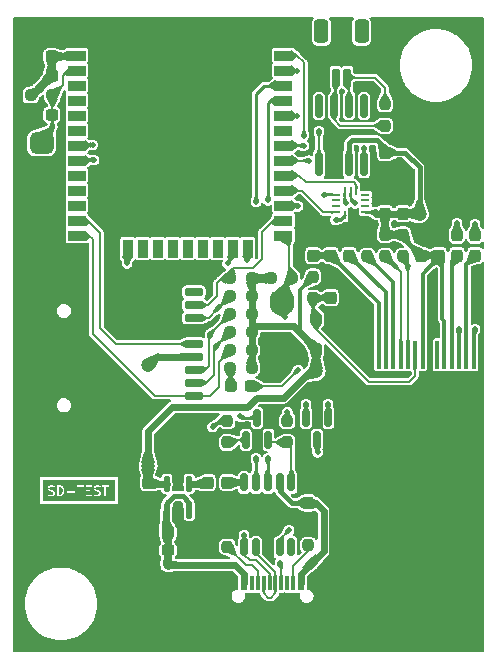
<source format=gbr>
%TF.GenerationSoftware,KiCad,Pcbnew,(7.0.0)*%
%TF.CreationDate,2023-02-28T10:18:41+08:00*%
%TF.ProjectId,ESP32_DK,45535033-325f-4444-9b2e-6b696361645f,rev?*%
%TF.SameCoordinates,Original*%
%TF.FileFunction,Copper,L1,Top*%
%TF.FilePolarity,Positive*%
%FSLAX46Y46*%
G04 Gerber Fmt 4.6, Leading zero omitted, Abs format (unit mm)*
G04 Created by KiCad (PCBNEW (7.0.0)) date 2023-02-28 10:18:41*
%MOMM*%
%LPD*%
G01*
G04 APERTURE LIST*
G04 Aperture macros list*
%AMRoundRect*
0 Rectangle with rounded corners*
0 $1 Rounding radius*
0 $2 $3 $4 $5 $6 $7 $8 $9 X,Y pos of 4 corners*
0 Add a 4 corners polygon primitive as box body*
4,1,4,$2,$3,$4,$5,$6,$7,$8,$9,$2,$3,0*
0 Add four circle primitives for the rounded corners*
1,1,$1+$1,$2,$3*
1,1,$1+$1,$4,$5*
1,1,$1+$1,$6,$7*
1,1,$1+$1,$8,$9*
0 Add four rect primitives between the rounded corners*
20,1,$1+$1,$2,$3,$4,$5,0*
20,1,$1+$1,$4,$5,$6,$7,0*
20,1,$1+$1,$6,$7,$8,$9,0*
20,1,$1+$1,$8,$9,$2,$3,0*%
G04 Aperture macros list end*
%ADD10C,0.140000*%
%TA.AperFunction,SMDPad,CuDef*%
%ADD11RoundRect,0.237500X0.250000X0.237500X-0.250000X0.237500X-0.250000X-0.237500X0.250000X-0.237500X0*%
%TD*%
%TA.AperFunction,SMDPad,CuDef*%
%ADD12RoundRect,0.150000X-0.150000X0.587500X-0.150000X-0.587500X0.150000X-0.587500X0.150000X0.587500X0*%
%TD*%
%TA.AperFunction,SMDPad,CuDef*%
%ADD13RoundRect,0.237500X0.237500X-0.300000X0.237500X0.300000X-0.237500X0.300000X-0.237500X-0.300000X0*%
%TD*%
%TA.AperFunction,SMDPad,CuDef*%
%ADD14RoundRect,0.085000X-0.085000X1.115000X-0.085000X-1.115000X0.085000X-1.115000X0.085000X1.115000X0*%
%TD*%
%TA.AperFunction,SMDPad,CuDef*%
%ADD15RoundRect,0.237500X0.300000X0.237500X-0.300000X0.237500X-0.300000X-0.237500X0.300000X-0.237500X0*%
%TD*%
%TA.AperFunction,SMDPad,CuDef*%
%ADD16R,0.675000X0.250000*%
%TD*%
%TA.AperFunction,SMDPad,CuDef*%
%ADD17R,0.250000X0.675000*%
%TD*%
%TA.AperFunction,SMDPad,CuDef*%
%ADD18RoundRect,0.150000X0.150000X-0.825000X0.150000X0.825000X-0.150000X0.825000X-0.150000X-0.825000X0*%
%TD*%
%TA.AperFunction,SMDPad,CuDef*%
%ADD19RoundRect,0.237500X0.237500X-0.250000X0.237500X0.250000X-0.237500X0.250000X-0.237500X-0.250000X0*%
%TD*%
%TA.AperFunction,SMDPad,CuDef*%
%ADD20RoundRect,0.237500X-0.237500X0.300000X-0.237500X-0.300000X0.237500X-0.300000X0.237500X0.300000X0*%
%TD*%
%TA.AperFunction,SMDPad,CuDef*%
%ADD21RoundRect,0.237500X-0.237500X0.250000X-0.237500X-0.250000X0.237500X-0.250000X0.237500X0.250000X0*%
%TD*%
%TA.AperFunction,SMDPad,CuDef*%
%ADD22RoundRect,0.450000X-0.550000X0.450000X-0.550000X-0.450000X0.550000X-0.450000X0.550000X0.450000X0*%
%TD*%
%TA.AperFunction,SMDPad,CuDef*%
%ADD23R,1.500000X0.900000*%
%TD*%
%TA.AperFunction,SMDPad,CuDef*%
%ADD24R,0.900000X1.500000*%
%TD*%
%TA.AperFunction,SMDPad,CuDef*%
%ADD25R,0.900000X0.900000*%
%TD*%
%TA.AperFunction,SMDPad,CuDef*%
%ADD26R,3.800000X3.800000*%
%TD*%
%TA.AperFunction,SMDPad,CuDef*%
%ADD27RoundRect,0.150000X0.150000X-0.587500X0.150000X0.587500X-0.150000X0.587500X-0.150000X-0.587500X0*%
%TD*%
%TA.AperFunction,SMDPad,CuDef*%
%ADD28RoundRect,0.150000X0.150000X-0.600000X0.150000X0.600000X-0.150000X0.600000X-0.150000X-0.600000X0*%
%TD*%
%TA.AperFunction,SMDPad,CuDef*%
%ADD29RoundRect,0.600000X0.800000X-0.600000X0.800000X0.600000X-0.800000X0.600000X-0.800000X-0.600000X0*%
%TD*%
%TA.AperFunction,SMDPad,CuDef*%
%ADD30RoundRect,0.137500X0.137500X-0.525000X0.137500X0.525000X-0.137500X0.525000X-0.137500X-0.525000X0*%
%TD*%
%TA.AperFunction,SMDPad,CuDef*%
%ADD31RoundRect,0.237500X0.287500X0.237500X-0.287500X0.237500X-0.287500X-0.237500X0.287500X-0.237500X0*%
%TD*%
%TA.AperFunction,SMDPad,CuDef*%
%ADD32RoundRect,0.250000X0.250000X-0.250000X0.250000X0.250000X-0.250000X0.250000X-0.250000X-0.250000X0*%
%TD*%
%TA.AperFunction,SMDPad,CuDef*%
%ADD33RoundRect,0.237500X-0.300000X-0.237500X0.300000X-0.237500X0.300000X0.237500X-0.300000X0.237500X0*%
%TD*%
%TA.AperFunction,SMDPad,CuDef*%
%ADD34RoundRect,0.237500X-0.250000X-0.237500X0.250000X-0.237500X0.250000X0.237500X-0.250000X0.237500X0*%
%TD*%
%TA.AperFunction,SMDPad,CuDef*%
%ADD35RoundRect,0.450000X0.550000X-0.450000X0.550000X0.450000X-0.550000X0.450000X-0.550000X-0.450000X0*%
%TD*%
%TA.AperFunction,SMDPad,CuDef*%
%ADD36RoundRect,0.175000X-0.625000X0.175000X-0.625000X-0.175000X0.625000X-0.175000X0.625000X0.175000X0*%
%TD*%
%TA.AperFunction,SMDPad,CuDef*%
%ADD37RoundRect,0.300000X-0.600000X0.300000X-0.600000X-0.300000X0.600000X-0.300000X0.600000X0.300000X0*%
%TD*%
%TA.AperFunction,SMDPad,CuDef*%
%ADD38RoundRect,0.300000X-0.800000X0.300000X-0.800000X-0.300000X0.800000X-0.300000X0.800000X0.300000X0*%
%TD*%
%TA.AperFunction,SMDPad,CuDef*%
%ADD39RoundRect,0.375000X-0.375000X0.425000X-0.375000X-0.425000X0.375000X-0.425000X0.375000X0.425000X0*%
%TD*%
%TA.AperFunction,ComponentPad*%
%ADD40O,1.000000X2.100000*%
%TD*%
%TA.AperFunction,ComponentPad*%
%ADD41O,1.000000X1.600000*%
%TD*%
%TA.AperFunction,SMDPad,CuDef*%
%ADD42R,0.600000X1.150000*%
%TD*%
%TA.AperFunction,SMDPad,CuDef*%
%ADD43R,0.300000X1.150000*%
%TD*%
%TA.AperFunction,SMDPad,CuDef*%
%ADD44RoundRect,0.150000X0.150000X0.650000X-0.150000X0.650000X-0.150000X-0.650000X0.150000X-0.650000X0*%
%TD*%
%TA.AperFunction,SMDPad,CuDef*%
%ADD45RoundRect,0.300000X0.300000X0.700000X-0.300000X0.700000X-0.300000X-0.700000X0.300000X-0.700000X0*%
%TD*%
%TA.AperFunction,ViaPad*%
%ADD46C,0.500000*%
%TD*%
%TA.AperFunction,ViaPad*%
%ADD47C,1.200000*%
%TD*%
%TA.AperFunction,ViaPad*%
%ADD48C,0.800000*%
%TD*%
%TA.AperFunction,Conductor*%
%ADD49C,0.250000*%
%TD*%
%TA.AperFunction,Conductor*%
%ADD50C,0.200000*%
%TD*%
%TA.AperFunction,Conductor*%
%ADD51C,0.400000*%
%TD*%
%TA.AperFunction,Conductor*%
%ADD52C,0.300000*%
%TD*%
%TA.AperFunction,Conductor*%
%ADD53C,0.600000*%
%TD*%
G04 APERTURE END LIST*
D10*
G36*
X52336829Y-168035181D02*
G01*
X52393303Y-168091655D01*
X52422881Y-168150810D01*
X52457024Y-168287378D01*
X52457024Y-168384429D01*
X52422881Y-168520996D01*
X52393302Y-168580154D01*
X52336830Y-168636626D01*
X52248999Y-168665904D01*
X52139881Y-168665904D01*
X52139881Y-168005904D01*
X52248998Y-168005904D01*
X52336829Y-168035181D01*
G37*
G36*
X56888930Y-169234286D02*
G01*
X50793214Y-169234286D01*
X50793214Y-168096115D01*
X51197346Y-168096115D01*
X51199880Y-168102225D01*
X51199880Y-168160709D01*
X51198078Y-168177398D01*
X51204476Y-168190194D01*
X51208506Y-168203918D01*
X51213503Y-168208248D01*
X51241441Y-168264123D01*
X51243945Y-168275630D01*
X51257584Y-168289268D01*
X51270721Y-168303391D01*
X51272045Y-168303729D01*
X51290366Y-168322050D01*
X51296381Y-168332178D01*
X51313647Y-168340811D01*
X51330562Y-168350048D01*
X51331925Y-168349950D01*
X51379803Y-168373890D01*
X51385343Y-168379782D01*
X51397829Y-168382903D01*
X51399956Y-168383967D01*
X51407548Y-168385333D01*
X51550210Y-168420998D01*
X51609368Y-168450577D01*
X51631397Y-168472605D01*
X51657023Y-168523857D01*
X51657023Y-168566998D01*
X51631397Y-168618249D01*
X51609367Y-168640279D01*
X51558118Y-168665904D01*
X51395525Y-168665904D01*
X51282468Y-168628219D01*
X51251870Y-168627112D01*
X51216507Y-168648072D01*
X51198090Y-168684824D01*
X51202466Y-168725697D01*
X51228245Y-168757717D01*
X51353703Y-168799535D01*
X51363612Y-168805904D01*
X51382911Y-168805904D01*
X51402176Y-168806601D01*
X51403352Y-168805904D01*
X51570874Y-168805904D01*
X51587563Y-168807706D01*
X51600359Y-168801307D01*
X51614084Y-168797278D01*
X51618414Y-168792280D01*
X51674287Y-168764343D01*
X51685797Y-168761840D01*
X51699439Y-168748197D01*
X51701493Y-168746287D01*
X51997669Y-168746287D01*
X52004126Y-168760427D01*
X52008507Y-168775346D01*
X52012532Y-168778834D01*
X52014745Y-168783679D01*
X52027824Y-168792084D01*
X52039574Y-168802266D01*
X52044845Y-168803023D01*
X52049327Y-168805904D01*
X52064878Y-168805904D01*
X52080264Y-168808116D01*
X52085108Y-168805904D01*
X52251580Y-168805904D01*
X52262994Y-168808812D01*
X52281305Y-168802708D01*
X52299799Y-168797278D01*
X52300693Y-168796245D01*
X52393203Y-168765408D01*
X52409607Y-168761840D01*
X52419723Y-168751723D01*
X52431469Y-168743561D01*
X52433996Y-168737450D01*
X52494124Y-168677322D01*
X52504251Y-168671308D01*
X52512876Y-168654056D01*
X52522121Y-168637127D01*
X52522023Y-168635762D01*
X52545962Y-168587884D01*
X52551853Y-168582346D01*
X52554974Y-168569859D01*
X52556039Y-168567731D01*
X52557406Y-168560132D01*
X52587059Y-168441525D01*
X52797669Y-168441525D01*
X52814745Y-168478917D01*
X52849327Y-168501142D01*
X53489469Y-168501142D01*
X53518847Y-168492516D01*
X53545767Y-168461449D01*
X53551617Y-168420759D01*
X53534541Y-168383367D01*
X53499959Y-168361142D01*
X52859817Y-168361142D01*
X52830439Y-168369768D01*
X52803519Y-168400835D01*
X52797669Y-168441525D01*
X52587059Y-168441525D01*
X52592140Y-168421200D01*
X52597024Y-168413601D01*
X52597024Y-168401665D01*
X52597375Y-168400261D01*
X52597024Y-168391622D01*
X52597024Y-168290281D01*
X52599919Y-168281724D01*
X52597024Y-168270144D01*
X52597024Y-168268697D01*
X52594588Y-168260401D01*
X52559861Y-168121498D01*
X52560730Y-168113459D01*
X52554974Y-168101947D01*
X52554397Y-168099639D01*
X52550491Y-168092982D01*
X52517367Y-168026734D01*
X52514864Y-168015226D01*
X52501218Y-168001580D01*
X52488089Y-167987465D01*
X52486764Y-167987126D01*
X52445925Y-167946287D01*
X53673859Y-167946287D01*
X53690935Y-167983679D01*
X53725517Y-168005904D01*
X53904642Y-168005904D01*
X53904642Y-168745968D01*
X53913268Y-168775346D01*
X53944335Y-168802266D01*
X53985025Y-168808116D01*
X54022417Y-168791040D01*
X54044642Y-168756458D01*
X54044642Y-168746287D01*
X54397669Y-168746287D01*
X54404126Y-168760427D01*
X54408507Y-168775346D01*
X54412532Y-168778834D01*
X54414745Y-168783679D01*
X54427824Y-168792084D01*
X54439574Y-168802266D01*
X54444845Y-168803023D01*
X54449327Y-168805904D01*
X54464878Y-168805904D01*
X54480264Y-168808116D01*
X54485108Y-168805904D01*
X54860897Y-168805904D01*
X54890275Y-168797278D01*
X54917195Y-168766211D01*
X54923045Y-168725521D01*
X54905969Y-168688129D01*
X54871387Y-168665904D01*
X54539881Y-168665904D01*
X54539881Y-168386857D01*
X54746611Y-168386857D01*
X54775989Y-168378231D01*
X54802909Y-168347164D01*
X54808759Y-168306474D01*
X54791683Y-168269082D01*
X54757101Y-168246857D01*
X54539881Y-168246857D01*
X54539881Y-168096115D01*
X55083061Y-168096115D01*
X55085595Y-168102225D01*
X55085595Y-168160709D01*
X55083793Y-168177398D01*
X55090191Y-168190194D01*
X55094221Y-168203918D01*
X55099218Y-168208248D01*
X55127156Y-168264123D01*
X55129660Y-168275630D01*
X55143299Y-168289268D01*
X55156436Y-168303391D01*
X55157760Y-168303729D01*
X55176081Y-168322050D01*
X55182096Y-168332178D01*
X55199362Y-168340811D01*
X55216277Y-168350048D01*
X55217640Y-168349950D01*
X55265518Y-168373890D01*
X55271058Y-168379782D01*
X55283544Y-168382903D01*
X55285671Y-168383967D01*
X55293263Y-168385333D01*
X55435925Y-168420998D01*
X55495083Y-168450577D01*
X55517112Y-168472605D01*
X55542738Y-168523857D01*
X55542738Y-168566998D01*
X55517112Y-168618249D01*
X55495082Y-168640279D01*
X55443833Y-168665904D01*
X55281240Y-168665904D01*
X55168183Y-168628219D01*
X55137585Y-168627112D01*
X55102222Y-168648072D01*
X55083805Y-168684824D01*
X55088181Y-168725697D01*
X55113960Y-168757717D01*
X55239418Y-168799535D01*
X55249327Y-168805904D01*
X55268626Y-168805904D01*
X55287891Y-168806601D01*
X55289067Y-168805904D01*
X55456589Y-168805904D01*
X55473278Y-168807706D01*
X55486074Y-168801307D01*
X55499799Y-168797278D01*
X55504129Y-168792280D01*
X55560002Y-168764343D01*
X55571512Y-168761840D01*
X55585154Y-168748197D01*
X55599273Y-168735065D01*
X55599611Y-168733739D01*
X55617932Y-168715418D01*
X55628061Y-168709403D01*
X55636695Y-168692133D01*
X55645930Y-168675223D01*
X55645832Y-168673859D01*
X55673664Y-168618196D01*
X55682738Y-168604077D01*
X55682738Y-168589773D01*
X55685272Y-168575692D01*
X55682738Y-168569582D01*
X55682738Y-168511102D01*
X55684540Y-168494413D01*
X55678142Y-168481617D01*
X55674112Y-168467891D01*
X55669113Y-168463559D01*
X55641177Y-168407687D01*
X55638674Y-168396178D01*
X55625028Y-168382532D01*
X55611899Y-168368417D01*
X55610574Y-168368078D01*
X55592251Y-168349755D01*
X55586237Y-168339629D01*
X55568985Y-168331003D01*
X55552056Y-168321759D01*
X55550691Y-168321856D01*
X55502813Y-168297917D01*
X55497275Y-168292027D01*
X55484789Y-168288905D01*
X55482660Y-168287841D01*
X55475060Y-168286473D01*
X55332408Y-168250810D01*
X55273252Y-168221232D01*
X55251221Y-168199201D01*
X55225595Y-168147950D01*
X55225595Y-168104810D01*
X55251220Y-168053559D01*
X55273249Y-168031530D01*
X55324502Y-168005904D01*
X55487093Y-168005904D01*
X55600149Y-168043590D01*
X55630747Y-168044697D01*
X55666110Y-168023738D01*
X55684527Y-167986986D01*
X55680171Y-167946287D01*
X55769098Y-167946287D01*
X55786174Y-167983679D01*
X55820756Y-168005904D01*
X55999881Y-168005904D01*
X55999881Y-168745968D01*
X56008507Y-168775346D01*
X56039574Y-168802266D01*
X56080264Y-168808116D01*
X56117656Y-168791040D01*
X56139881Y-168756458D01*
X56139881Y-168005904D01*
X56308517Y-168005904D01*
X56337895Y-167997278D01*
X56364815Y-167966211D01*
X56370665Y-167925521D01*
X56353589Y-167888129D01*
X56319007Y-167865904D01*
X56074884Y-167865904D01*
X56059498Y-167863692D01*
X56054654Y-167865904D01*
X55831246Y-167865904D01*
X55801868Y-167874530D01*
X55774948Y-167905597D01*
X55769098Y-167946287D01*
X55680171Y-167946287D01*
X55680152Y-167946113D01*
X55654373Y-167914092D01*
X55528915Y-167872271D01*
X55519007Y-167865904D01*
X55499709Y-167865904D01*
X55480444Y-167865207D01*
X55479268Y-167865904D01*
X55311743Y-167865904D01*
X55295054Y-167864102D01*
X55282257Y-167870500D01*
X55268534Y-167874530D01*
X55264203Y-167879527D01*
X55208328Y-167907465D01*
X55196822Y-167909969D01*
X55183184Y-167923606D01*
X55169060Y-167936745D01*
X55168721Y-167938069D01*
X55150399Y-167956391D01*
X55140273Y-167962406D01*
X55131645Y-167979661D01*
X55122403Y-167996587D01*
X55122500Y-167997950D01*
X55094671Y-168053607D01*
X55085595Y-168067731D01*
X55085595Y-168082037D01*
X55083061Y-168096115D01*
X54539881Y-168096115D01*
X54539881Y-168005904D01*
X54860897Y-168005904D01*
X54890275Y-167997278D01*
X54917195Y-167966211D01*
X54923045Y-167925521D01*
X54905969Y-167888129D01*
X54871387Y-167865904D01*
X54474884Y-167865904D01*
X54459498Y-167863692D01*
X54445357Y-167870149D01*
X54430439Y-167874530D01*
X54426950Y-167878555D01*
X54422106Y-167880768D01*
X54413700Y-167893847D01*
X54403519Y-167905597D01*
X54402761Y-167910868D01*
X54399881Y-167915350D01*
X54399881Y-167930901D01*
X54397669Y-167946287D01*
X54399881Y-167951131D01*
X54399881Y-168311854D01*
X54397669Y-168327240D01*
X54399881Y-168332084D01*
X54399881Y-168730901D01*
X54397669Y-168746287D01*
X54044642Y-168746287D01*
X54044642Y-168005904D01*
X54213278Y-168005904D01*
X54242656Y-167997278D01*
X54269576Y-167966211D01*
X54275426Y-167925521D01*
X54258350Y-167888129D01*
X54223768Y-167865904D01*
X53979645Y-167865904D01*
X53964259Y-167863692D01*
X53959415Y-167865904D01*
X53736007Y-167865904D01*
X53706629Y-167874530D01*
X53679709Y-167905597D01*
X53673859Y-167946287D01*
X52445925Y-167946287D01*
X52426802Y-167927164D01*
X52416278Y-167914092D01*
X52402707Y-167909568D01*
X52390151Y-167902712D01*
X52383554Y-167903183D01*
X52290819Y-167872271D01*
X52280911Y-167865904D01*
X52261613Y-167865904D01*
X52242348Y-167865207D01*
X52241172Y-167865904D01*
X52074884Y-167865904D01*
X52059498Y-167863692D01*
X52045357Y-167870149D01*
X52030439Y-167874530D01*
X52026950Y-167878555D01*
X52022106Y-167880768D01*
X52013700Y-167893847D01*
X52003519Y-167905597D01*
X52002761Y-167910868D01*
X51999881Y-167915350D01*
X51999881Y-167930901D01*
X51997669Y-167946287D01*
X51999881Y-167951131D01*
X51999881Y-168730901D01*
X51997669Y-168746287D01*
X51701493Y-168746287D01*
X51713558Y-168735065D01*
X51713896Y-168733739D01*
X51732217Y-168715418D01*
X51742346Y-168709403D01*
X51750980Y-168692133D01*
X51760215Y-168675223D01*
X51760117Y-168673859D01*
X51787949Y-168618196D01*
X51797023Y-168604077D01*
X51797023Y-168589773D01*
X51799557Y-168575692D01*
X51797023Y-168569582D01*
X51797023Y-168511102D01*
X51798825Y-168494413D01*
X51792427Y-168481617D01*
X51788397Y-168467891D01*
X51783398Y-168463559D01*
X51755462Y-168407687D01*
X51752959Y-168396178D01*
X51739313Y-168382532D01*
X51726184Y-168368417D01*
X51724859Y-168368078D01*
X51706536Y-168349755D01*
X51700522Y-168339629D01*
X51683270Y-168331003D01*
X51666341Y-168321759D01*
X51664976Y-168321856D01*
X51617098Y-168297917D01*
X51611560Y-168292027D01*
X51599074Y-168288905D01*
X51596945Y-168287841D01*
X51589345Y-168286473D01*
X51446693Y-168250810D01*
X51387537Y-168221232D01*
X51365506Y-168199201D01*
X51339880Y-168147950D01*
X51339880Y-168104810D01*
X51365505Y-168053559D01*
X51387534Y-168031530D01*
X51438787Y-168005904D01*
X51601378Y-168005904D01*
X51714434Y-168043590D01*
X51745032Y-168044697D01*
X51780395Y-168023738D01*
X51798812Y-167986986D01*
X51794437Y-167946113D01*
X51768658Y-167914092D01*
X51643200Y-167872271D01*
X51633292Y-167865904D01*
X51613994Y-167865904D01*
X51594729Y-167865207D01*
X51593553Y-167865904D01*
X51426028Y-167865904D01*
X51409339Y-167864102D01*
X51396542Y-167870500D01*
X51382819Y-167874530D01*
X51378488Y-167879527D01*
X51322613Y-167907465D01*
X51311107Y-167909969D01*
X51297469Y-167923606D01*
X51283345Y-167936745D01*
X51283006Y-167938069D01*
X51264684Y-167956391D01*
X51254558Y-167962406D01*
X51245930Y-167979661D01*
X51236688Y-167996587D01*
X51236785Y-167997950D01*
X51208956Y-168053607D01*
X51199880Y-168067731D01*
X51199880Y-168082037D01*
X51197346Y-168096115D01*
X50793214Y-168096115D01*
X50793214Y-167435714D01*
X56888930Y-167435714D01*
X56888930Y-169234286D01*
G37*
D11*
%TO.P,R5,1*%
%TO.N,+3.3V*%
X68476500Y-153402000D03*
%TO.P,R5,2*%
%TO.N,/CMD*%
X66651500Y-153402000D03*
%TD*%
D12*
%TO.P,Q2,1,B*%
%TO.N,Net-(Q2-B)*%
X74965600Y-162154000D03*
%TO.P,Q2,2,E*%
%TO.N,/IO0*%
X73065600Y-162154000D03*
%TO.P,Q2,3,C*%
%TO.N,/DTR*%
X74015600Y-164029000D03*
%TD*%
D13*
%TO.P,C14,1*%
%TO.N,Net-(U4-C1N)*%
X85852000Y-148436500D03*
%TO.P,C14,2*%
%TO.N,Net-(U4-C1P)*%
X85852000Y-146711500D03*
%TD*%
D14*
%TO.P,U4,1,C2P*%
%TO.N,Net-(U4-C2P)*%
X87271000Y-156845000D03*
%TO.P,U4,2,C2N*%
%TO.N,Net-(U4-C2N)*%
X86651000Y-156845000D03*
%TO.P,U4,3,C1P*%
%TO.N,Net-(U4-C1P)*%
X86031000Y-156845000D03*
%TO.P,U4,4,C1N*%
%TO.N,Net-(U4-C1N)*%
X85411000Y-156845000D03*
%TO.P,U4,5,VBAT*%
%TO.N,+3.3V*%
X84791000Y-156845000D03*
%TO.P,U4,6,VBREF*%
%TO.N,unconnected-(U4-VBREF-Pad6)*%
X84171000Y-156845000D03*
%TO.P,U4,7,VSS*%
%TO.N,GND*%
X83551000Y-156845000D03*
%TO.P,U4,8,VDD*%
%TO.N,+3.3V*%
X82931000Y-156845000D03*
%TO.P,U4,9,~{RES}*%
%TO.N,Net-(D2-A)*%
X82311000Y-156845000D03*
%TO.P,U4,10,SCL*%
%TO.N,/IO22*%
X81691000Y-156845000D03*
%TO.P,U4,11,SDA*%
%TO.N,/IO21*%
X81071000Y-156845000D03*
%TO.P,U4,12,IREF*%
%TO.N,Net-(U4-IREF)*%
X80451000Y-156845000D03*
%TO.P,U4,13,CVOMH*%
%TO.N,Net-(U4-CVOMH)*%
X79831000Y-156845000D03*
%TO.P,U4,14,VCC*%
%TO.N,Net-(U4-VCC)*%
X79211000Y-156845000D03*
%TD*%
D11*
%TO.P,R2,1*%
%TO.N,+3.3V*%
X68476500Y-151878000D03*
%TO.P,R2,2*%
%TO.N,/DATA0*%
X66651500Y-151878000D03*
%TD*%
%TO.P,R1,1*%
%TO.N,+3.3V*%
X68476500Y-150354000D03*
%TO.P,R1,2*%
%TO.N,/DATA1*%
X66651500Y-150354000D03*
%TD*%
D15*
%TO.P,C1,1*%
%TO.N,/ESP_EN*%
X51535500Y-136525000D03*
%TO.P,C1,2*%
%TO.N,GND*%
X49810500Y-136525000D03*
%TD*%
D16*
%TO.P,U3,1,SDO*%
%TO.N,/IO19*%
X75572499Y-143267999D03*
%TO.P,U3,2,ASDx*%
%TO.N,unconnected-(U3-ASDx-Pad2)*%
X75572499Y-143767999D03*
%TO.P,U3,3,ASCx*%
%TO.N,unconnected-(U3-ASCx-Pad3)*%
X75572499Y-144267999D03*
%TO.P,U3,4,INT1*%
%TO.N,/GYRO_INT*%
X75572499Y-144767999D03*
D17*
%TO.P,U3,5,VDDIO*%
%TO.N,+3.3V*%
X76334999Y-145030499D03*
%TO.P,U3,6,GNDIO*%
%TO.N,GND*%
X76834999Y-145030499D03*
%TO.P,U3,7,GND*%
X77334999Y-145030499D03*
D16*
%TO.P,U3,8,VDD*%
%TO.N,+3.3V*%
X78097499Y-144767999D03*
%TO.P,U3,9,INT2*%
%TO.N,unconnected-(U3-INT2-Pad9)*%
X78097499Y-144267999D03*
%TO.P,U3,10,OCSB*%
%TO.N,unconnected-(U3-OCSB-Pad10)*%
X78097499Y-143767999D03*
%TO.P,U3,11,OSDO*%
%TO.N,unconnected-(U3-OSDO-Pad11)*%
X78097499Y-143267999D03*
D17*
%TO.P,U3,12,CSB*%
%TO.N,/CS*%
X77334999Y-143005499D03*
%TO.P,U3,13,SCK*%
%TO.N,/IO18*%
X76834999Y-143005499D03*
%TO.P,U3,14,SDX*%
%TO.N,/IO23*%
X76334999Y-143005499D03*
%TD*%
D18*
%TO.P,U2,1,D*%
%TO.N,/CAN_TX*%
X74168000Y-140713000D03*
%TO.P,U2,2,GND*%
%TO.N,GND*%
X75438000Y-140713000D03*
%TO.P,U2,3,VCC*%
%TO.N,+3.3V*%
X76708000Y-140713000D03*
%TO.P,U2,4,R*%
%TO.N,/CAN_RX*%
X77978000Y-140713000D03*
%TO.P,U2,5,NC*%
%TO.N,unconnected-(U2-NC-Pad5)*%
X77978000Y-135763000D03*
%TO.P,U2,6,CANL*%
%TO.N,/CAN_L*%
X76708000Y-135763000D03*
%TO.P,U2,7,CANH*%
%TO.N,/CAN_H*%
X75438000Y-135763000D03*
%TO.P,U2,8,NC*%
%TO.N,unconnected-(U2-NC-Pad8)*%
X74168000Y-135763000D03*
%TD*%
D19*
%TO.P,R10,1*%
%TO.N,/CAN_H*%
X79756000Y-137437500D03*
%TO.P,R10,2*%
%TO.N,/CAN_L*%
X79756000Y-135612500D03*
%TD*%
D20*
%TO.P,C21,1*%
%TO.N,Net-(U5-V3)*%
X66405000Y-167654700D03*
%TO.P,C21,2*%
%TO.N,GND*%
X66405000Y-169379700D03*
%TD*%
D13*
%TO.P,C8,1*%
%TO.N,+3.3V*%
X81280000Y-144880500D03*
%TO.P,C8,2*%
%TO.N,GND*%
X81280000Y-143155500D03*
%TD*%
D21*
%TO.P,R9,1*%
%TO.N,+3.3V*%
X73660000Y-150217500D03*
%TO.P,R9,2*%
%TO.N,Net-(D2-A)*%
X73660000Y-152042500D03*
%TD*%
D11*
%TO.P,R8,1*%
%TO.N,/IO0*%
X71905500Y-150354000D03*
%TO.P,R8,2*%
%TO.N,+3.3V*%
X70080500Y-150354000D03*
%TD*%
D13*
%TO.P,C11,1*%
%TO.N,Net-(U4-CVOMH)*%
X76708000Y-148436500D03*
%TO.P,C11,2*%
%TO.N,GND*%
X76708000Y-146711500D03*
%TD*%
D21*
%TO.P,R16,1*%
%TO.N,/DTR*%
X66395600Y-162433000D03*
%TO.P,R16,2*%
%TO.N,Net-(Q1-B)*%
X66395600Y-164258000D03*
%TD*%
D22*
%TO.P,SW2,1,A*%
%TO.N,/IO0*%
X70993000Y-152372000D03*
%TO.P,SW2,2,B*%
%TO.N,GND*%
X70993000Y-156972000D03*
%TD*%
D13*
%TO.P,C13,1*%
%TO.N,Net-(U4-C2N)*%
X87376000Y-148436500D03*
%TO.P,C13,2*%
%TO.N,Net-(U4-C2P)*%
X87376000Y-146711500D03*
%TD*%
D19*
%TO.P,R17,1*%
%TO.N,/RTS*%
X71475600Y-164258000D03*
%TO.P,R17,2*%
%TO.N,Net-(Q2-B)*%
X71475600Y-162433000D03*
%TD*%
D23*
%TO.P,U1,1,GND*%
%TO.N,GND*%
X53656199Y-130232999D03*
%TO.P,U1,2,VDD*%
%TO.N,+3.3V*%
X53656199Y-131502999D03*
%TO.P,U1,3,EN*%
%TO.N,/ESP_EN*%
X53656199Y-132772999D03*
%TO.P,U1,4,SENSOR_VP*%
%TO.N,/IO36*%
X53656199Y-134042999D03*
%TO.P,U1,5,SENSOR_VN*%
%TO.N,/IO39*%
X53656199Y-135312999D03*
%TO.P,U1,6,IO34*%
%TO.N,/IO34*%
X53656199Y-136582999D03*
%TO.P,U1,7,IO35*%
%TO.N,/IO35*%
X53656199Y-137852999D03*
%TO.P,U1,8,IO32*%
%TO.N,/CAN_RX*%
X53656199Y-139122999D03*
%TO.P,U1,9,IO33*%
%TO.N,/CAN_TX*%
X53656199Y-140392999D03*
%TO.P,U1,10,IO25*%
%TO.N,unconnected-(U1-IO25-Pad10)*%
X53656199Y-141662999D03*
%TO.P,U1,11,IO26*%
%TO.N,unconnected-(U1-IO26-Pad11)*%
X53656199Y-142932999D03*
%TO.P,U1,12,IO27*%
%TO.N,unconnected-(U1-IO27-Pad12)*%
X53656199Y-144202999D03*
%TO.P,U1,13,IO14*%
%TO.N,/CLK*%
X53656199Y-145472999D03*
%TO.P,U1,14,IO12*%
%TO.N,/DATA2*%
X53656199Y-146742999D03*
D24*
%TO.P,U1,15,GND*%
%TO.N,GND*%
X56691199Y-147837999D03*
%TO.P,U1,16,IO13*%
%TO.N,/DATA3*%
X57961199Y-147837999D03*
%TO.P,U1,17,SHD/SD2*%
%TO.N,unconnected-(U1-SHD{slash}SD2-Pad17)*%
X59231199Y-147837999D03*
%TO.P,U1,18,SWP/SD3*%
%TO.N,unconnected-(U1-SWP{slash}SD3-Pad18)*%
X60501199Y-147837999D03*
%TO.P,U1,19,SCS/CMD*%
%TO.N,unconnected-(U1-SCS{slash}CMD-Pad19)*%
X61771199Y-147837999D03*
%TO.P,U1,20,SCK/CLK*%
%TO.N,unconnected-(U1-SCK{slash}CLK-Pad20)*%
X63041199Y-147837999D03*
%TO.P,U1,21,SDO/SD0*%
%TO.N,unconnected-(U1-SDO{slash}SD0-Pad21)*%
X64311199Y-147837999D03*
%TO.P,U1,22,SDI/SD1*%
%TO.N,unconnected-(U1-SDI{slash}SD1-Pad22)*%
X65581199Y-147837999D03*
%TO.P,U1,23,IO15*%
%TO.N,/CMD*%
X66851199Y-147837999D03*
%TO.P,U1,24,IO2*%
%TO.N,/DATA0*%
X68121199Y-147837999D03*
D23*
%TO.P,U1,25,IO0*%
%TO.N,/IO0*%
X71156199Y-146742999D03*
%TO.P,U1,26,IO4*%
%TO.N,/DATA1*%
X71156199Y-145472999D03*
%TO.P,U1,27,IO16*%
%TO.N,/IO16*%
X71156199Y-144202999D03*
%TO.P,U1,28,IO17*%
%TO.N,/GYRO_INT*%
X71156199Y-142932999D03*
%TO.P,U1,29,IO5*%
%TO.N,/CS*%
X71156199Y-141662999D03*
%TO.P,U1,30,IO18*%
%TO.N,/IO18*%
X71156199Y-140392999D03*
%TO.P,U1,31,IO19*%
%TO.N,/IO19*%
X71156199Y-139122999D03*
%TO.P,U1,32,NC*%
%TO.N,unconnected-(U1-NC-Pad32)*%
X71156199Y-137852999D03*
%TO.P,U1,33,IO21*%
%TO.N,/IO21*%
X71156199Y-136582999D03*
%TO.P,U1,34,RXD0/IO3*%
%TO.N,/ESP_RX*%
X71156199Y-135312999D03*
%TO.P,U1,35,TXD0/IO1*%
%TO.N,/ESP_TX*%
X71156199Y-134042999D03*
%TO.P,U1,36,IO22*%
%TO.N,/IO22*%
X71156199Y-132772999D03*
%TO.P,U1,37,IO23*%
%TO.N,/IO23*%
X71156199Y-131502999D03*
%TO.P,U1,38,GND*%
%TO.N,GND*%
X71156199Y-130232999D03*
D25*
%TO.P,U1,39,GND*%
X59506199Y-136397999D03*
X59506199Y-137797999D03*
X59506199Y-139197999D03*
X60906199Y-136397999D03*
X60906199Y-137797999D03*
D26*
X60906199Y-137797999D03*
D25*
X60906199Y-139197999D03*
X62306199Y-136397999D03*
X62306199Y-137797999D03*
X62306199Y-139197999D03*
%TD*%
D11*
%TO.P,R6,1*%
%TO.N,+3.3V*%
X68476500Y-154926000D03*
%TO.P,R6,2*%
%TO.N,/DATA3*%
X66651500Y-154926000D03*
%TD*%
D13*
%TO.P,C10,1*%
%TO.N,Net-(D2-A)*%
X75184000Y-151992500D03*
%TO.P,C10,2*%
%TO.N,GND*%
X75184000Y-150267500D03*
%TD*%
D15*
%TO.P,C4,1*%
%TO.N,+3.3V*%
X51535500Y-131572000D03*
%TO.P,C4,2*%
%TO.N,GND*%
X49810500Y-131572000D03*
%TD*%
D13*
%TO.P,C6,1*%
%TO.N,+3.3V*%
X79756000Y-144880500D03*
%TO.P,C6,2*%
%TO.N,GND*%
X79756000Y-143155500D03*
%TD*%
D21*
%TO.P,R11,1*%
%TO.N,+3.3V*%
X81280000Y-146661500D03*
%TO.P,R11,2*%
%TO.N,/IO22*%
X81280000Y-148486500D03*
%TD*%
D27*
%TO.P,Q1,1,B*%
%TO.N,Net-(Q1-B)*%
X67985600Y-164029000D03*
%TO.P,Q1,2,E*%
%TO.N,/RTS*%
X69885600Y-164029000D03*
%TO.P,Q1,3,C*%
%TO.N,/ESP_EN*%
X68935600Y-162154000D03*
%TD*%
D11*
%TO.P,R7,1*%
%TO.N,+3.3V*%
X68476500Y-156450000D03*
%TO.P,R7,2*%
%TO.N,/DATA2*%
X66651500Y-156450000D03*
%TD*%
D15*
%TO.P,C3,1*%
%TO.N,+3.3V*%
X51535500Y-133223000D03*
%TO.P,C3,2*%
%TO.N,GND*%
X49810500Y-133223000D03*
%TD*%
D28*
%TO.P,U5,1,UD+*%
%TO.N,/D+*%
X67834000Y-173140000D03*
%TO.P,U5,2,UD-*%
%TO.N,/D-*%
X68834000Y-173140000D03*
%TO.P,U5,3,GND*%
%TO.N,GND*%
X69834000Y-173140000D03*
%TO.P,U5,4,DTR#*%
%TO.N,/DTR*%
X70834000Y-173140000D03*
%TO.P,U5,5,CTS#*%
%TO.N,unconnected-(U5-CTS#-Pad5)*%
X71834000Y-173140000D03*
%TO.P,U5,6,RTS#*%
%TO.N,/RTS*%
X71834000Y-167640000D03*
%TO.P,U5,7,VCC*%
%TO.N,+5V*%
X70834000Y-167640000D03*
%TO.P,U5,8,TXD*%
%TO.N,/ESP_RX*%
X69834000Y-167640000D03*
%TO.P,U5,9,RXD*%
%TO.N,/ESP_TX*%
X68834000Y-167640000D03*
%TO.P,U5,10,V3*%
%TO.N,Net-(U5-V3)*%
X67834000Y-167640000D03*
D29*
%TO.P,U5,11,EP*%
%TO.N,GND*%
X69834000Y-170390000D03*
%TD*%
D13*
%TO.P,C9,1*%
%TO.N,+3.3V*%
X84328000Y-148436500D03*
%TO.P,C9,2*%
%TO.N,GND*%
X84328000Y-146711500D03*
%TD*%
D30*
%TO.P,U6,1,IN*%
%TO.N,+5V*%
X61280000Y-170047500D03*
%TO.P,U6,2,GND*%
%TO.N,GND*%
X62230000Y-170047500D03*
%TO.P,U6,3,EN*%
%TO.N,+5V*%
X63180000Y-170047500D03*
%TO.P,U6,4,BP*%
%TO.N,Net-(U6-BP)*%
X63180000Y-167772500D03*
%TO.P,U6,5,OUT*%
%TO.N,+3.3V*%
X61280000Y-167772500D03*
%TD*%
D20*
%TO.P,C19,1*%
%TO.N,GND*%
X73263000Y-167654700D03*
%TO.P,C19,2*%
%TO.N,+5V*%
X73263000Y-169379700D03*
%TD*%
%TO.P,C5,1*%
%TO.N,+3.3V*%
X79756000Y-139726500D03*
%TO.P,C5,2*%
%TO.N,GND*%
X79756000Y-141451500D03*
%TD*%
D31*
%TO.P,D1,1,K*%
%TO.N,/IO16*%
X68439000Y-159498000D03*
%TO.P,D1,2,A*%
%TO.N,Net-(D1-A)*%
X66689000Y-159498000D03*
%TD*%
D21*
%TO.P,R13,1*%
%TO.N,GND*%
X78232000Y-146661500D03*
%TO.P,R13,2*%
%TO.N,Net-(U4-IREF)*%
X78232000Y-148486500D03*
%TD*%
D32*
%TO.P,D2,1,K*%
%TO.N,+3.3V*%
X73914000Y-156317000D03*
%TO.P,D2,2,A*%
%TO.N,Net-(D2-A)*%
X73914000Y-153817000D03*
%TD*%
D33*
%TO.P,C17,1*%
%TO.N,+5V*%
X61394000Y-173381500D03*
%TO.P,C17,2*%
%TO.N,GND*%
X63119000Y-173381500D03*
%TD*%
%TO.P,C16,1*%
%TO.N,+5V*%
X61394000Y-171857500D03*
%TO.P,C16,2*%
%TO.N,GND*%
X63119000Y-171857500D03*
%TD*%
D34*
%TO.P,R4,1*%
%TO.N,+3.3V*%
X49760500Y-134874000D03*
%TO.P,R4,2*%
%TO.N,/ESP_EN*%
X51585500Y-134874000D03*
%TD*%
D19*
%TO.P,R14,1*%
%TO.N,Net-(USB1-CC1)*%
X66405000Y-173080500D03*
%TO.P,R14,2*%
%TO.N,GND*%
X66405000Y-171255500D03*
%TD*%
D35*
%TO.P,SW1,1,A*%
%TO.N,GND*%
X50673000Y-143524000D03*
%TO.P,SW1,2,B*%
%TO.N,/ESP_EN*%
X50673000Y-138924000D03*
%TD*%
D19*
%TO.P,R15,1*%
%TO.N,Net-(USB1-CC2)*%
X73263000Y-172953500D03*
%TO.P,R15,2*%
%TO.N,GND*%
X73263000Y-171128500D03*
%TD*%
D36*
%TO.P,SD1,1,DAT2*%
%TO.N,/DATA2*%
X63561000Y-160315000D03*
%TO.P,SD1,2,DAT3/CD*%
%TO.N,/DATA3*%
X63561000Y-159215000D03*
%TO.P,SD1,3,CMD*%
%TO.N,/CMD*%
X63561000Y-158115000D03*
%TO.P,SD1,4,VDD*%
%TO.N,+3.3V*%
X63561000Y-157015000D03*
%TO.P,SD1,5,CLK*%
%TO.N,/CLK*%
X63561000Y-155915000D03*
%TO.P,SD1,6,VSS*%
%TO.N,GND*%
X63561000Y-154815000D03*
%TO.P,SD1,7,DAT0*%
%TO.N,/DATA0*%
X63561000Y-153715000D03*
%TO.P,SD1,8,DAT1*%
%TO.N,/DATA1*%
X63561000Y-152615000D03*
%TO.P,SD1,9,SW*%
%TO.N,unconnected-(SD1-SW-Pad9)*%
X63561000Y-151515000D03*
D37*
%TO.P,SD1,10,SHIELD*%
%TO.N,GND*%
X62511000Y-150315000D03*
D38*
X52961000Y-150315000D03*
D39*
X62511000Y-164915000D03*
D38*
X52961000Y-165815000D03*
%TD*%
D40*
%TO.P,USB1,1,SHELL*%
%TO.N,GND*%
X65910999Y-176755999D03*
D41*
%TO.P,USB1,2,SHELL*%
X65910999Y-180935999D03*
D40*
%TO.P,USB1,3,SHELL*%
X74550999Y-176755999D03*
D41*
%TO.P,USB1,4,SHELL*%
X74550999Y-180935999D03*
D42*
%TO.P,USB1,A1B12,GND*%
X67030999Y-176190999D03*
%TO.P,USB1,A4B9,VBUS*%
%TO.N,+5V*%
X67830999Y-176190999D03*
D43*
%TO.P,USB1,A5,CC1*%
%TO.N,Net-(USB1-CC1)*%
X68980999Y-176190999D03*
%TO.P,USB1,A6,DP1*%
%TO.N,/D+*%
X69980999Y-176190999D03*
%TO.P,USB1,A7,DN1*%
%TO.N,/D-*%
X70480999Y-176190999D03*
%TO.P,USB1,A8,SBU1*%
%TO.N,unconnected-(USB1-SBU1-PadA8)*%
X68480999Y-176190999D03*
D42*
%TO.P,USB1,B1A12,GND*%
%TO.N,GND*%
X73430999Y-176190999D03*
%TO.P,USB1,B4A9,VBUS*%
%TO.N,+5V*%
X72630999Y-176190999D03*
D43*
%TO.P,USB1,B5,CC2*%
%TO.N,Net-(USB1-CC2)*%
X71980999Y-176190999D03*
%TO.P,USB1,B6,DP2*%
%TO.N,/D+*%
X70980999Y-176190999D03*
%TO.P,USB1,B7,DN2*%
%TO.N,/D-*%
X69480999Y-176190999D03*
%TO.P,USB1,B8,SBU2*%
%TO.N,unconnected-(USB1-SBU2-PadB8)*%
X71480999Y-176190999D03*
%TD*%
D44*
%TO.P,J1,1,Pin_1*%
%TO.N,/CAN_L*%
X76573000Y-133361000D03*
%TO.P,J1,2,Pin_2*%
%TO.N,/CAN_H*%
X75573000Y-133361000D03*
D45*
%TO.P,J1,3*%
%TO.N,N/C*%
X77773000Y-129461000D03*
%TO.P,J1,4*%
X74373000Y-129461000D03*
%TD*%
D13*
%TO.P,C12,1*%
%TO.N,Net-(U4-VCC)*%
X73660000Y-148436500D03*
%TO.P,C12,2*%
%TO.N,GND*%
X73660000Y-146711500D03*
%TD*%
D11*
%TO.P,R3,1*%
%TO.N,+3.3V*%
X68476500Y-157974000D03*
%TO.P,R3,2*%
%TO.N,Net-(D1-A)*%
X66651500Y-157974000D03*
%TD*%
D13*
%TO.P,C7,1*%
%TO.N,+3.3V*%
X82804000Y-148436500D03*
%TO.P,C7,2*%
%TO.N,GND*%
X82804000Y-146711500D03*
%TD*%
D21*
%TO.P,R12,1*%
%TO.N,+3.3V*%
X79756000Y-146661500D03*
%TO.P,R12,2*%
%TO.N,/IO21*%
X79756000Y-148486500D03*
%TD*%
D13*
%TO.P,C15,1*%
%TO.N,Net-(U4-VCC)*%
X75184000Y-148436500D03*
%TO.P,C15,2*%
%TO.N,GND*%
X75184000Y-146711500D03*
%TD*%
D20*
%TO.P,C18,1*%
%TO.N,Net-(U6-BP)*%
X64770000Y-167666500D03*
%TO.P,C18,2*%
%TO.N,GND*%
X64770000Y-169391500D03*
%TD*%
%TO.P,C20,1*%
%TO.N,+3.3V*%
X59690000Y-167666500D03*
%TO.P,C20,2*%
%TO.N,GND*%
X59690000Y-169391500D03*
%TD*%
D46*
%TO.N,/ESP_EN*%
X51585500Y-137541000D03*
X67437000Y-162052000D03*
%TO.N,GND*%
X70739000Y-169672000D03*
X79121000Y-143764000D03*
X49149000Y-139827000D03*
X85598000Y-159131000D03*
X74422000Y-145923000D03*
X65405000Y-171577000D03*
X70739000Y-170942000D03*
X60071000Y-152781000D03*
X77851000Y-152527000D03*
X52451000Y-148336000D03*
X63881000Y-163703000D03*
X76581000Y-158877000D03*
X80391000Y-143764000D03*
X67437000Y-169799000D03*
X74930000Y-138557000D03*
X75438000Y-157988000D03*
X62611000Y-163449000D03*
X74676000Y-167640000D03*
X67310000Y-165354000D03*
X68072000Y-165354000D03*
X62992000Y-143002000D03*
X83058000Y-139319000D03*
X56769000Y-149352000D03*
X67437000Y-169037000D03*
X75946000Y-151003000D03*
X83820000Y-153289000D03*
X85852000Y-140081000D03*
X84836000Y-140081000D03*
X60960000Y-136271000D03*
X83820000Y-154940000D03*
X83820000Y-152527000D03*
X75692000Y-139065000D03*
X80899000Y-137414000D03*
X80391000Y-142494000D03*
X61722000Y-163576000D03*
X59944000Y-149479000D03*
X70485000Y-158242000D03*
X85852000Y-136271000D03*
X50419000Y-130429000D03*
X60960000Y-137033000D03*
X66548000Y-165354000D03*
X78740000Y-147320000D03*
X69469000Y-170307000D03*
X62230000Y-170942000D03*
X76835000Y-160020000D03*
X74930000Y-166497000D03*
X78994000Y-140970000D03*
X78105000Y-142494000D03*
X70104000Y-169672000D03*
X86868000Y-140208000D03*
X83820000Y-151765000D03*
X57404000Y-145288000D03*
X78867000Y-142113000D03*
X60960000Y-137795000D03*
X64643000Y-170434000D03*
X75946000Y-147320000D03*
X56642000Y-146050000D03*
X60198000Y-136271000D03*
X57531000Y-153035000D03*
X84963000Y-145796000D03*
X57531000Y-149987000D03*
X71247000Y-158242000D03*
X61087000Y-164973000D03*
X64262000Y-149352000D03*
X62484000Y-137795000D03*
X56642000Y-152781000D03*
X79629000Y-142240000D03*
X75565000Y-168529000D03*
X56515000Y-151765000D03*
X83185000Y-159131000D03*
X83820000Y-151003000D03*
X82931000Y-136398000D03*
X62484000Y-136271000D03*
X84836000Y-141224000D03*
X74803000Y-168656000D03*
X85852000Y-141224000D03*
X78359000Y-155575000D03*
X70485000Y-155575000D03*
X55626000Y-144907000D03*
X58928000Y-154559000D03*
X86106000Y-144653000D03*
X84074000Y-136271000D03*
X78232000Y-157607000D03*
X75565000Y-167513000D03*
X76962000Y-156591000D03*
X84963000Y-144653000D03*
X78867000Y-145923000D03*
X56007000Y-144145000D03*
X59944000Y-143637000D03*
X64008000Y-172466000D03*
X62484000Y-137033000D03*
X84328000Y-145542000D03*
X70358000Y-129159000D03*
X79121000Y-160020000D03*
X78994000Y-143002000D03*
X49149000Y-140843000D03*
X70104000Y-170307000D03*
X60198000Y-137795000D03*
X49530000Y-130429000D03*
X59436000Y-145415000D03*
X61214000Y-144653000D03*
X76962000Y-152019000D03*
X75946000Y-150241000D03*
X69596000Y-129921000D03*
X64643000Y-145288000D03*
X60071000Y-170815000D03*
X62611000Y-144145000D03*
X77470000Y-147320000D03*
X67437000Y-170561000D03*
X72009000Y-129159000D03*
X69596000Y-130556000D03*
X80264000Y-138557000D03*
X78359000Y-156464000D03*
X73787000Y-145542000D03*
X49149000Y-141859000D03*
X72771000Y-129794000D03*
X61722000Y-137033000D03*
X63754000Y-165735000D03*
X57785000Y-166497000D03*
X58420000Y-151257000D03*
X76454000Y-153924000D03*
X82931000Y-137287000D03*
X61214000Y-165989000D03*
X61722000Y-154305000D03*
X59182000Y-152019000D03*
X75438000Y-153543000D03*
X83820000Y-150241000D03*
X61087000Y-142494000D03*
X66548000Y-170307000D03*
X72771000Y-130683000D03*
X62103000Y-166243000D03*
X55372000Y-143256000D03*
X86868000Y-159131000D03*
X61722000Y-145542000D03*
X70739000Y-170307000D03*
X74930000Y-139319000D03*
X74422000Y-133985000D03*
X64008000Y-171704000D03*
X68834000Y-170307000D03*
X49149000Y-137795000D03*
X73152000Y-145923000D03*
X77724000Y-156845000D03*
X59436000Y-137795000D03*
X87249000Y-144653000D03*
X58293000Y-167259000D03*
X75565000Y-154432000D03*
X65659000Y-170053000D03*
X77597000Y-155956000D03*
X60960000Y-153670000D03*
X57912000Y-154051000D03*
X63881000Y-171069000D03*
X56515000Y-142367000D03*
X83947000Y-144653000D03*
X83693000Y-140335000D03*
X60198000Y-137033000D03*
X83820000Y-154178000D03*
X65405000Y-170815000D03*
X60960000Y-149352000D03*
X86614000Y-136271000D03*
X74422000Y-147320000D03*
X61722000Y-136271000D03*
X83820000Y-141224000D03*
X58547000Y-170688000D03*
X58166000Y-169799000D03*
X75311000Y-160020000D03*
X80899000Y-138176000D03*
X86995000Y-141224000D03*
X71247000Y-155575000D03*
X77470000Y-146304000D03*
X61087000Y-164084000D03*
X62992000Y-166243000D03*
X84201000Y-159131000D03*
X59436000Y-137033000D03*
X68834000Y-169672000D03*
X53213000Y-148844000D03*
X59436000Y-136271000D03*
X76708000Y-153035000D03*
X75565000Y-169545000D03*
X77470000Y-134112000D03*
X56769000Y-166370000D03*
X63881000Y-164719000D03*
X75692000Y-138303000D03*
X49022000Y-143129000D03*
X73660000Y-133985000D03*
X58801000Y-142494000D03*
X76708000Y-151257000D03*
X75946000Y-146304000D03*
X69469000Y-170942000D03*
X61722000Y-137795000D03*
X69469000Y-169672000D03*
X64135000Y-150241000D03*
X58293000Y-168148000D03*
X57912000Y-143637000D03*
X75184000Y-159004000D03*
X73787000Y-160020000D03*
X58420000Y-144653000D03*
X51816000Y-147701000D03*
X80772000Y-136525000D03*
X82931000Y-138303000D03*
X59436000Y-170815000D03*
X64008000Y-173228000D03*
X74549000Y-159639000D03*
X77470000Y-153162000D03*
X73279000Y-144907000D03*
X58420000Y-169164000D03*
X57404000Y-142240000D03*
X54102000Y-149352000D03*
X78359000Y-134112000D03*
X70104000Y-170942000D03*
X84963000Y-136271000D03*
X83693000Y-145923000D03*
X68834000Y-170942000D03*
X49149000Y-144272000D03*
D47*
%TO.N,+3.3V*%
X59690000Y-166243000D03*
X82677000Y-144907000D03*
D46*
X78867000Y-144780000D03*
D47*
X59690000Y-157734000D03*
X73914000Y-158242000D03*
D46*
X75565000Y-145415000D03*
D48*
X50419000Y-134366000D03*
D46*
%TO.N,Net-(U4-C2P)*%
X87376000Y-145796000D03*
X87376000Y-154686000D03*
%TO.N,Net-(U4-C1P)*%
X85852000Y-145669000D03*
X86051500Y-154686000D03*
D48*
%TO.N,+5V*%
X61341000Y-174625000D03*
X73533000Y-174498000D03*
D46*
%TO.N,/IO16*%
X72390000Y-144272000D03*
X72390000Y-158115000D03*
%TO.N,Net-(Q2-B)*%
X74930000Y-161036000D03*
X71475600Y-161671000D03*
%TO.N,/IO0*%
X71247000Y-153670000D03*
X73065600Y-161036000D03*
%TO.N,/DTR*%
X65151000Y-162941000D03*
X74041000Y-165100000D03*
X71628000Y-171704000D03*
%TO.N,/DATA0*%
X65640250Y-152889250D03*
X68072000Y-148844000D03*
%TO.N,/CMD*%
X66421000Y-149098000D03*
X64941750Y-155111750D03*
%TO.N,/DATA3*%
X65449750Y-156127750D03*
X57912000Y-149098000D03*
%TO.N,/IO22*%
X81661000Y-149352000D03*
X72263000Y-132773000D03*
%TO.N,/IO21*%
X72263000Y-136583000D03*
X80518000Y-149225000D03*
%TO.N,/CAN_RX*%
X77978000Y-139319000D03*
X54991000Y-139065000D03*
%TO.N,/CAN_TX*%
X74168000Y-137922000D03*
X55118000Y-140335000D03*
%TO.N,/IO18*%
X73320500Y-140393000D03*
X77216000Y-144018000D03*
%TO.N,/IO19*%
X74561000Y-143268000D03*
X72898000Y-139123000D03*
%TO.N,/ESP_RX*%
X69850000Y-143764000D03*
X69850000Y-165608000D03*
%TO.N,/ESP_TX*%
X68834000Y-165608000D03*
X68834000Y-143891000D03*
%TO.N,/IO23*%
X72882182Y-138303000D03*
X76446444Y-144025556D03*
%TO.N,/D+*%
X70866000Y-174498000D03*
X67818000Y-172085000D03*
%TD*%
D49*
%TO.N,/ESP_EN*%
X67539000Y-162154000D02*
X68935600Y-162154000D01*
D50*
X51585500Y-134874000D02*
X51585500Y-137541000D01*
X51585500Y-134874000D02*
X52451000Y-134008500D01*
D49*
X67437000Y-162052000D02*
X67539000Y-162154000D01*
D50*
X52451000Y-134008500D02*
X52451000Y-133223000D01*
X52451000Y-133223000D02*
X52901000Y-132773000D01*
X51585500Y-138011500D02*
X50673000Y-138924000D01*
X52901000Y-132773000D02*
X53656200Y-132773000D01*
X51585500Y-137541000D02*
X51585500Y-138011500D01*
D51*
%TO.N,+3.3V*%
X82804000Y-148436500D02*
X84328000Y-148436500D01*
D52*
X84791000Y-156845000D02*
X84791000Y-154006000D01*
D53*
X73406000Y-158242000D02*
X73914000Y-158242000D01*
X82677000Y-144907000D02*
X78994000Y-144907000D01*
X50392500Y-134366000D02*
X50419000Y-134366000D01*
X71175000Y-160473000D02*
X73406000Y-158242000D01*
D51*
X81280000Y-146661500D02*
X81280000Y-146912500D01*
D52*
X84328000Y-148590000D02*
X84328000Y-148436500D01*
X72523000Y-151354500D02*
X72523000Y-154926000D01*
D53*
X50419000Y-134339500D02*
X51535500Y-133223000D01*
X51535500Y-131572000D02*
X53587200Y-131572000D01*
X53587200Y-131572000D02*
X53656200Y-131503000D01*
X59690000Y-166243000D02*
X59690000Y-163322000D01*
X68476500Y-157974000D02*
X68476500Y-150354000D01*
X68476500Y-150354000D02*
X70080500Y-150354000D01*
X49884500Y-134874000D02*
X50392500Y-134366000D01*
X72503000Y-154926000D02*
X72523000Y-154926000D01*
D51*
X76708000Y-140713000D02*
X76708000Y-138938000D01*
X82677000Y-144907000D02*
X82677000Y-140970000D01*
D53*
X59796000Y-167772500D02*
X59690000Y-167666500D01*
X68889000Y-160473000D02*
X71175000Y-160473000D01*
X59690000Y-167666500D02*
X59690000Y-166243000D01*
X68072000Y-161290000D02*
X68889000Y-160473000D01*
D52*
X82931000Y-156845000D02*
X82931000Y-149987000D01*
D53*
X78994000Y-144907000D02*
X78867000Y-144780000D01*
X59690000Y-157734000D02*
X60409000Y-157015000D01*
X68476500Y-154432000D02*
X72009000Y-154432000D01*
D49*
X78855000Y-144768000D02*
X78867000Y-144780000D01*
D53*
X61280000Y-167772500D02*
X59796000Y-167772500D01*
D52*
X82931000Y-149987000D02*
X84328000Y-148590000D01*
D51*
X82677000Y-140970000D02*
X81433500Y-139726500D01*
D52*
X84582000Y-153797000D02*
X84582000Y-148690500D01*
D51*
X81280000Y-146912500D02*
X82804000Y-148436500D01*
X79756000Y-139319000D02*
X79756000Y-139726500D01*
D52*
X73660000Y-150217500D02*
X72523000Y-151354500D01*
D53*
X72523000Y-154926000D02*
X73914000Y-156317000D01*
D51*
X76977000Y-138669000D02*
X79106000Y-138669000D01*
D53*
X79756000Y-146661500D02*
X81280000Y-146661500D01*
D52*
X84582000Y-148690500D02*
X84328000Y-148436500D01*
D53*
X61722000Y-161290000D02*
X68072000Y-161290000D01*
X50419000Y-134366000D02*
X50419000Y-134339500D01*
X73914000Y-158242000D02*
X73914000Y-156317000D01*
D52*
X84791000Y-154006000D02*
X84582000Y-153797000D01*
D53*
X49760500Y-134874000D02*
X49884500Y-134874000D01*
D51*
X79106000Y-138669000D02*
X79756000Y-139319000D01*
D53*
X59690000Y-163322000D02*
X61722000Y-161290000D01*
X51535500Y-133223000D02*
X51535500Y-131572000D01*
D49*
X75950500Y-145415000D02*
X75565000Y-145415000D01*
D53*
X79756000Y-144880500D02*
X79756000Y-146661500D01*
D49*
X76335000Y-145030500D02*
X75950500Y-145415000D01*
D53*
X68476500Y-154926000D02*
X68476500Y-154432000D01*
D49*
X78097500Y-144768000D02*
X78855000Y-144768000D01*
D51*
X76708000Y-138938000D02*
X76977000Y-138669000D01*
D53*
X60409000Y-157015000D02*
X63561000Y-157015000D01*
X72009000Y-154432000D02*
X72503000Y-154926000D01*
D51*
X81433500Y-139726500D02*
X79756000Y-139726500D01*
D50*
%TO.N,Net-(D2-A)*%
X78359000Y-159131000D02*
X81788000Y-159131000D01*
X73660000Y-152042500D02*
X73660000Y-153563000D01*
X75184000Y-151992500D02*
X73710000Y-151992500D01*
X73914000Y-154686000D02*
X78359000Y-159131000D01*
X81788000Y-159131000D02*
X82311000Y-158608000D01*
X73710000Y-151992500D02*
X73660000Y-152042500D01*
X82311000Y-158608000D02*
X82311000Y-156845000D01*
X73660000Y-153563000D02*
X73914000Y-153817000D01*
X73914000Y-153817000D02*
X73914000Y-154686000D01*
D52*
%TO.N,Net-(U4-CVOMH)*%
X79831000Y-151559500D02*
X76708000Y-148436500D01*
X79831000Y-156845000D02*
X79831000Y-151559500D01*
%TO.N,Net-(U4-VCC)*%
X79211000Y-156845000D02*
X79211000Y-152463500D01*
X75184000Y-148436500D02*
X73660000Y-148436500D01*
X79211000Y-152463500D02*
X75184000Y-148436500D01*
%TO.N,Net-(U4-C2N)*%
X86651000Y-149161500D02*
X87376000Y-148436500D01*
X86651000Y-156845000D02*
X86651000Y-149161500D01*
%TO.N,Net-(U4-C2P)*%
X87271000Y-154791000D02*
X87376000Y-154686000D01*
X87271000Y-156845000D02*
X87271000Y-154791000D01*
X87376000Y-145796000D02*
X87376000Y-146711500D01*
%TO.N,Net-(U4-C1N)*%
X85411000Y-148877500D02*
X85852000Y-148436500D01*
X85411000Y-156845000D02*
X85411000Y-148877500D01*
%TO.N,Net-(U4-C1P)*%
X85852000Y-145669000D02*
X85852000Y-146711500D01*
X86031000Y-156845000D02*
X86031000Y-154706500D01*
X86031000Y-154706500D02*
X86051500Y-154686000D01*
D53*
%TO.N,+5V*%
X74549000Y-170053000D02*
X73875700Y-169379700D01*
D51*
X71843700Y-169379700D02*
X73263000Y-169379700D01*
X61280000Y-170047500D02*
X61280000Y-169352000D01*
D53*
X61341000Y-174625000D02*
X61341000Y-171910500D01*
X73875700Y-169379700D02*
X73263000Y-169379700D01*
X61214000Y-171677500D02*
X61214000Y-170113500D01*
X73533000Y-174498000D02*
X72631000Y-175400000D01*
X72631000Y-175400000D02*
X72631000Y-176191000D01*
X73533000Y-174498000D02*
X74549000Y-173482000D01*
D51*
X61280000Y-169352000D02*
X61849000Y-168783000D01*
D53*
X74549000Y-173482000D02*
X74549000Y-170053000D01*
D51*
X70834000Y-167640000D02*
X70834000Y-168370000D01*
D53*
X67831000Y-176191000D02*
X67831000Y-175371924D01*
D51*
X63180000Y-169352000D02*
X63180000Y-170047500D01*
D53*
X61394000Y-171857500D02*
X61214000Y-171677500D01*
X67831000Y-175371924D02*
X67084076Y-174625000D01*
X67084076Y-174625000D02*
X61341000Y-174625000D01*
X61341000Y-171910500D02*
X61394000Y-171857500D01*
D51*
X61849000Y-168783000D02*
X62611000Y-168783000D01*
X62611000Y-168783000D02*
X63180000Y-169352000D01*
X70834000Y-168370000D02*
X71843700Y-169379700D01*
D53*
%TO.N,Net-(U6-BP)*%
X63180000Y-167772500D02*
X64664000Y-167772500D01*
X64664000Y-167772500D02*
X64770000Y-167666500D01*
%TO.N,Net-(U5-V3)*%
X66419700Y-167640000D02*
X66405000Y-167654700D01*
X67834000Y-167640000D02*
X66419700Y-167640000D01*
D50*
%TO.N,/IO16*%
X72390000Y-158115000D02*
X70993000Y-159512000D01*
X70993000Y-159512000D02*
X68453000Y-159512000D01*
X68453000Y-159512000D02*
X68439000Y-159498000D01*
X72321000Y-144203000D02*
X72390000Y-144272000D01*
X71156200Y-144203000D02*
X72321000Y-144203000D01*
%TO.N,Net-(D1-A)*%
X66689000Y-158011500D02*
X66651500Y-157974000D01*
X66689000Y-159498000D02*
X66689000Y-158011500D01*
%TO.N,/CAN_L*%
X76708000Y-135763000D02*
X76708000Y-133496000D01*
X76573000Y-133361000D02*
X78878000Y-133361000D01*
X79756000Y-134239000D02*
X79756000Y-135612500D01*
X78878000Y-133361000D02*
X79756000Y-134239000D01*
X76708000Y-133496000D02*
X76573000Y-133361000D01*
%TO.N,/CAN_H*%
X75438000Y-135763000D02*
X75438000Y-136906000D01*
X75438000Y-136906000D02*
X75969500Y-137437500D01*
X75438000Y-135763000D02*
X75573000Y-135628000D01*
X75573000Y-135628000D02*
X75573000Y-133361000D01*
X75969500Y-137437500D02*
X79756000Y-137437500D01*
%TO.N,Net-(Q1-B)*%
X66624600Y-164029000D02*
X66395600Y-164258000D01*
X67985600Y-164029000D02*
X66624600Y-164029000D01*
%TO.N,/RTS*%
X71475600Y-164258000D02*
X70114600Y-164258000D01*
X70114600Y-164258000D02*
X69885600Y-164029000D01*
X71834000Y-167640000D02*
X71834000Y-164616400D01*
X71834000Y-164616400D02*
X71475600Y-164258000D01*
%TO.N,Net-(Q2-B)*%
X74930000Y-162118400D02*
X74965600Y-162154000D01*
X71475600Y-161671000D02*
X71475600Y-162433000D01*
X74930000Y-161036000D02*
X74930000Y-162118400D01*
%TO.N,/IO0*%
X70993000Y-152372000D02*
X70993000Y-151266500D01*
X70993000Y-152372000D02*
X70993000Y-153416000D01*
X71628000Y-147214800D02*
X71156200Y-146743000D01*
X70993000Y-151266500D02*
X71905500Y-150354000D01*
X71905500Y-150354000D02*
X71882000Y-150330500D01*
X70993000Y-153416000D02*
X71247000Y-153670000D01*
X71628000Y-150344500D02*
X71628000Y-147214800D01*
X73065600Y-161036000D02*
X73065600Y-162154000D01*
X71120000Y-152372000D02*
X70993000Y-152372000D01*
%TO.N,/DTR*%
X74041000Y-165100000D02*
X74041000Y-164054400D01*
D49*
X65659000Y-162433000D02*
X65151000Y-162941000D01*
X66395600Y-162433000D02*
X65659000Y-162433000D01*
D50*
X74041000Y-164054400D02*
X74015600Y-164029000D01*
X70834000Y-172498000D02*
X71628000Y-171704000D01*
X70834000Y-173140000D02*
X70834000Y-172498000D01*
%TO.N,/DATA1*%
X69342000Y-148717000D02*
X69342000Y-146431000D01*
X65927000Y-150354000D02*
X66651500Y-150354000D01*
X70300000Y-145473000D02*
X71156200Y-145473000D01*
X66952500Y-149479000D02*
X68580000Y-149479000D01*
X63688000Y-152615000D02*
X64809000Y-152615000D01*
X66651500Y-149780000D02*
X66952500Y-149479000D01*
X66651500Y-150354000D02*
X66651500Y-149780000D01*
X69342000Y-146431000D02*
X70300000Y-145473000D01*
X65532000Y-151892000D02*
X65532000Y-150749000D01*
X66560751Y-150354000D02*
X66651500Y-150354000D01*
X68580000Y-149479000D02*
X69342000Y-148717000D01*
X64809000Y-152615000D02*
X65532000Y-151892000D01*
X65532000Y-150749000D02*
X65927000Y-150354000D01*
%TO.N,/DATA0*%
X68121200Y-148794800D02*
X68121200Y-147838000D01*
X68072000Y-148844000D02*
X68121200Y-148794800D01*
X64814500Y-153715000D02*
X65640250Y-152889250D01*
X63688000Y-153715000D02*
X64814500Y-153715000D01*
X65640250Y-152889250D02*
X66651500Y-151878000D01*
%TO.N,/CMD*%
X64859000Y-157772000D02*
X64859000Y-155194500D01*
X66851200Y-148667800D02*
X66421000Y-149098000D01*
X66851200Y-147838000D02*
X66851200Y-148667800D01*
X64941750Y-155111750D02*
X66651500Y-153402000D01*
X64859000Y-155194500D02*
X64941750Y-155111750D01*
X64516000Y-158115000D02*
X64859000Y-157772000D01*
X63561000Y-158115000D02*
X64516000Y-158115000D01*
%TO.N,/DATA3*%
X64559000Y-159215000D02*
X65259000Y-158515000D01*
X65259000Y-156318500D02*
X65449750Y-156127750D01*
X63688000Y-159215000D02*
X64559000Y-159215000D01*
X65449750Y-156127750D02*
X66651500Y-154926000D01*
X57961200Y-149048800D02*
X57912000Y-149098000D01*
X65259000Y-158515000D02*
X65259000Y-156318500D01*
X57961200Y-147838000D02*
X57961200Y-149048800D01*
%TO.N,/DATA2*%
X54991000Y-147066000D02*
X54991000Y-155067000D01*
X65659000Y-159553000D02*
X65659000Y-157442500D01*
X64897000Y-160315000D02*
X65659000Y-159553000D01*
X53656200Y-146743000D02*
X54668000Y-146743000D01*
X60239000Y-160315000D02*
X64897000Y-160315000D01*
X54991000Y-155067000D02*
X60239000Y-160315000D01*
X54668000Y-146743000D02*
X54991000Y-147066000D01*
X65659000Y-157442500D02*
X66651500Y-156450000D01*
%TO.N,/IO22*%
X81691000Y-148897500D02*
X81691000Y-149322000D01*
X81661000Y-149352000D02*
X81691000Y-149382000D01*
X81691000Y-149322000D02*
X81661000Y-149352000D01*
X81691000Y-149382000D02*
X81691000Y-156845000D01*
X72263000Y-132773000D02*
X71156200Y-132773000D01*
X81280000Y-148486500D02*
X81691000Y-148897500D01*
%TO.N,/IO21*%
X80518000Y-149225000D02*
X80518000Y-149248500D01*
X72263000Y-136583000D02*
X71156200Y-136583000D01*
X81071000Y-149801500D02*
X81071000Y-156845000D01*
X79756000Y-148486500D02*
X80494500Y-149225000D01*
X80494500Y-149225000D02*
X80518000Y-149225000D01*
X80518000Y-149248500D02*
X81071000Y-149801500D01*
D52*
%TO.N,Net-(U4-IREF)*%
X80451000Y-150705500D02*
X78232000Y-148486500D01*
X80451000Y-156845000D02*
X80451000Y-150705500D01*
D50*
%TO.N,Net-(USB1-CC1)*%
X68981000Y-176191000D02*
X68981000Y-175153000D01*
X68981000Y-175153000D02*
X68472000Y-174644000D01*
X66405000Y-173097396D02*
X66405000Y-173080500D01*
X67951604Y-174644000D02*
X66405000Y-173097396D01*
X68472000Y-174644000D02*
X67951604Y-174644000D01*
%TO.N,Net-(USB1-CC2)*%
X71981000Y-176191000D02*
X71981000Y-174716000D01*
X71981000Y-174716000D02*
X73263000Y-173434000D01*
X73263000Y-173434000D02*
X73263000Y-172953500D01*
%TO.N,/CLK*%
X55626000Y-146492800D02*
X55626000Y-154559000D01*
X56982000Y-155915000D02*
X63688000Y-155915000D01*
X55626000Y-154559000D02*
X56982000Y-155915000D01*
X53656200Y-145473000D02*
X54606200Y-145473000D01*
X54606200Y-145473000D02*
X55626000Y-146492800D01*
%TO.N,/CAN_RX*%
X54991000Y-139065000D02*
X53714200Y-139065000D01*
X53714200Y-139065000D02*
X53656200Y-139123000D01*
X77978000Y-140713000D02*
X77978000Y-139319000D01*
%TO.N,/CAN_TX*%
X53714200Y-140335000D02*
X53656200Y-140393000D01*
X55118000Y-140335000D02*
X53714200Y-140335000D01*
X74168000Y-140713000D02*
X74168000Y-137922000D01*
%TO.N,/GYRO_INT*%
X72702000Y-142933000D02*
X71156200Y-142933000D01*
X74537000Y-144768000D02*
X72702000Y-142933000D01*
X75572500Y-144768000D02*
X74537000Y-144768000D01*
%TO.N,/CS*%
X77335000Y-143005500D02*
X77335000Y-142468000D01*
X73025000Y-142240000D02*
X72448000Y-141663000D01*
X77335000Y-142468000D02*
X77107000Y-142240000D01*
X72448000Y-141663000D02*
X71156200Y-141663000D01*
X77107000Y-142240000D02*
X73025000Y-142240000D01*
%TO.N,/IO18*%
X77216000Y-144018000D02*
X76835000Y-143637000D01*
X76835000Y-143637000D02*
X76835000Y-143005500D01*
X73320500Y-140393000D02*
X71156200Y-140393000D01*
%TO.N,/IO19*%
X72898000Y-139123000D02*
X71156200Y-139123000D01*
X74561000Y-143268000D02*
X75572500Y-143268000D01*
D49*
%TO.N,/ESP_RX*%
X70104000Y-135255000D02*
X71098200Y-135255000D01*
X69834000Y-165624000D02*
X69834000Y-167640000D01*
X71098200Y-135255000D02*
X71156200Y-135313000D01*
X69850000Y-165608000D02*
X69834000Y-165624000D01*
X69850000Y-135509000D02*
X70104000Y-135255000D01*
X69850000Y-143764000D02*
X69850000Y-135509000D01*
%TO.N,/ESP_TX*%
X68834000Y-134747000D02*
X69538000Y-134043000D01*
X68834000Y-167640000D02*
X68834000Y-165608000D01*
X69538000Y-134043000D02*
X71156200Y-134043000D01*
X68834000Y-143891000D02*
X68834000Y-134747000D01*
D50*
%TO.N,/IO23*%
X72321000Y-131503000D02*
X71156200Y-131503000D01*
X72882182Y-138303000D02*
X72898000Y-138287182D01*
X76335000Y-143914112D02*
X76446444Y-144025556D01*
X72898000Y-138287182D02*
X72898000Y-132080000D01*
X72898000Y-132080000D02*
X72321000Y-131503000D01*
X76335000Y-143005500D02*
X76335000Y-143914112D01*
%TO.N,/D+*%
X67818000Y-173124000D02*
X67834000Y-173140000D01*
X70981000Y-176191000D02*
X70981000Y-174613000D01*
X67834000Y-173752000D02*
X67834000Y-173140000D01*
X68859000Y-174244000D02*
X68326000Y-174244000D01*
X70981000Y-174613000D02*
X70866000Y-174498000D01*
X67818000Y-172085000D02*
X67818000Y-173124000D01*
X69981000Y-176191000D02*
X69981000Y-175366000D01*
X68326000Y-174244000D02*
X67834000Y-173752000D01*
X69981000Y-175366000D02*
X68859000Y-174244000D01*
%TO.N,/D-*%
X69884000Y-177419000D02*
X70104000Y-177419000D01*
X70104000Y-177419000D02*
X70481000Y-177042000D01*
X70481000Y-176191000D02*
X70481000Y-175256000D01*
X70481000Y-175256000D02*
X68834000Y-173609000D01*
X69481000Y-176191000D02*
X69481000Y-177016000D01*
X69481000Y-177016000D02*
X69884000Y-177419000D01*
X68834000Y-173609000D02*
X68834000Y-173140000D01*
X70481000Y-177042000D02*
X70481000Y-176191000D01*
%TD*%
%TA.AperFunction,Conductor*%
%TO.N,GND*%
G36*
X73669233Y-128285274D02*
G01*
X73705733Y-128325186D01*
X73715811Y-128378324D01*
X73696458Y-128428829D01*
X73633447Y-128512999D01*
X73633442Y-128513006D01*
X73629204Y-128518669D01*
X73626731Y-128525299D01*
X73626729Y-128525303D01*
X73581072Y-128647715D01*
X73581070Y-128647722D01*
X73578909Y-128653517D01*
X73578247Y-128659670D01*
X73578247Y-128659672D01*
X73572782Y-128710499D01*
X73572781Y-128710509D01*
X73572500Y-128713127D01*
X73572500Y-128715771D01*
X73572500Y-128715772D01*
X73572500Y-130206224D01*
X73572500Y-130206242D01*
X73572501Y-130208872D01*
X73572782Y-130211487D01*
X73572783Y-130211503D01*
X73578246Y-130262321D01*
X73578247Y-130262325D01*
X73578909Y-130268483D01*
X73629204Y-130403331D01*
X73633444Y-130408995D01*
X73633447Y-130409000D01*
X73711207Y-130512873D01*
X73715454Y-130518546D01*
X73721126Y-130522792D01*
X73824999Y-130600552D01*
X73825001Y-130600553D01*
X73830669Y-130604796D01*
X73965517Y-130655091D01*
X74025127Y-130661500D01*
X74720872Y-130661499D01*
X74780483Y-130655091D01*
X74915331Y-130604796D01*
X75030546Y-130518546D01*
X75116796Y-130403331D01*
X75167091Y-130268483D01*
X75173500Y-130208873D01*
X75173499Y-128713128D01*
X75167091Y-128653517D01*
X75116796Y-128518669D01*
X75112553Y-128513001D01*
X75112552Y-128512999D01*
X75049542Y-128428829D01*
X75030189Y-128378324D01*
X75040267Y-128325186D01*
X75076767Y-128285274D01*
X75128795Y-128270500D01*
X77017205Y-128270500D01*
X77069233Y-128285274D01*
X77105733Y-128325186D01*
X77115811Y-128378324D01*
X77096458Y-128428829D01*
X77033447Y-128512999D01*
X77033442Y-128513006D01*
X77029204Y-128518669D01*
X77026731Y-128525299D01*
X77026729Y-128525303D01*
X76981072Y-128647715D01*
X76981070Y-128647722D01*
X76978909Y-128653517D01*
X76978247Y-128659670D01*
X76978247Y-128659672D01*
X76972782Y-128710499D01*
X76972781Y-128710509D01*
X76972500Y-128713127D01*
X76972500Y-128715771D01*
X76972500Y-128715772D01*
X76972500Y-130206224D01*
X76972500Y-130206242D01*
X76972501Y-130208872D01*
X76972782Y-130211487D01*
X76972783Y-130211503D01*
X76978246Y-130262321D01*
X76978247Y-130262325D01*
X76978909Y-130268483D01*
X77029204Y-130403331D01*
X77033444Y-130408995D01*
X77033447Y-130409000D01*
X77111207Y-130512873D01*
X77115454Y-130518546D01*
X77121126Y-130522792D01*
X77224999Y-130600552D01*
X77225001Y-130600553D01*
X77230669Y-130604796D01*
X77365517Y-130655091D01*
X77425127Y-130661500D01*
X78120872Y-130661499D01*
X78180483Y-130655091D01*
X78315331Y-130604796D01*
X78430546Y-130518546D01*
X78516796Y-130403331D01*
X78567091Y-130268483D01*
X78573500Y-130208873D01*
X78573499Y-128713128D01*
X78567091Y-128653517D01*
X78516796Y-128518669D01*
X78512553Y-128513001D01*
X78512552Y-128512999D01*
X78449542Y-128428829D01*
X78430189Y-128378324D01*
X78440267Y-128325186D01*
X78476767Y-128285274D01*
X78528795Y-128270500D01*
X88038500Y-128270500D01*
X88088000Y-128283763D01*
X88124237Y-128320000D01*
X88137500Y-128369500D01*
X88137500Y-146069001D01*
X88124293Y-146118402D01*
X88088197Y-146154623D01*
X88038842Y-146168000D01*
X87989395Y-146154964D01*
X87953050Y-146118993D01*
X87952704Y-146118402D01*
X87835368Y-145917841D01*
X87823662Y-145886867D01*
X87822827Y-145853767D01*
X87831133Y-145796000D01*
X87812697Y-145667774D01*
X87758882Y-145549937D01*
X87674049Y-145452033D01*
X87660929Y-145443601D01*
X87571026Y-145385824D01*
X87571024Y-145385823D01*
X87565069Y-145381996D01*
X87558275Y-145380001D01*
X87447563Y-145347494D01*
X87440772Y-145345500D01*
X87311228Y-145345500D01*
X87304437Y-145347493D01*
X87304436Y-145347494D01*
X87193724Y-145380001D01*
X87193721Y-145380002D01*
X87186931Y-145381996D01*
X87180978Y-145385821D01*
X87180973Y-145385824D01*
X87083908Y-145448204D01*
X87083904Y-145448206D01*
X87077951Y-145452033D01*
X87073319Y-145457378D01*
X87073315Y-145457382D01*
X86997752Y-145544588D01*
X86997749Y-145544591D01*
X86993118Y-145549937D01*
X86990179Y-145556372D01*
X86990176Y-145556377D01*
X86942246Y-145661328D01*
X86942244Y-145661333D01*
X86939303Y-145667774D01*
X86938295Y-145674782D01*
X86938294Y-145674787D01*
X86925641Y-145762795D01*
X86920867Y-145796000D01*
X86929171Y-145853765D01*
X86928336Y-145886866D01*
X86916629Y-145917842D01*
X86759314Y-146186737D01*
X86753526Y-146195524D01*
X86751289Y-146198555D01*
X86751287Y-146198558D01*
X86746884Y-146204525D01*
X86743299Y-146214769D01*
X86727554Y-146259764D01*
X86726924Y-146261511D01*
X86723882Y-146269708D01*
X86721889Y-146275076D01*
X86721564Y-146276842D01*
X86721459Y-146277180D01*
X86707444Y-146317234D01*
X86671288Y-146365277D01*
X86614000Y-146383537D01*
X86556712Y-146365278D01*
X86520556Y-146317237D01*
X86503248Y-146267776D01*
X86501937Y-146263752D01*
X86501930Y-146263729D01*
X86489161Y-146221486D01*
X86481917Y-146206815D01*
X86481116Y-146204525D01*
X86480120Y-146203176D01*
X86300255Y-145838893D01*
X86291033Y-145780976D01*
X86307133Y-145669000D01*
X86288697Y-145540774D01*
X86234882Y-145422937D01*
X86168469Y-145346291D01*
X86154684Y-145330382D01*
X86154683Y-145330381D01*
X86150049Y-145325033D01*
X86106371Y-145296963D01*
X86047026Y-145258824D01*
X86047024Y-145258823D01*
X86041069Y-145254996D01*
X86034275Y-145253001D01*
X85942602Y-145226084D01*
X85916772Y-145218500D01*
X85787228Y-145218500D01*
X85780437Y-145220493D01*
X85780436Y-145220494D01*
X85669724Y-145253001D01*
X85669721Y-145253002D01*
X85662931Y-145254996D01*
X85656978Y-145258821D01*
X85656973Y-145258824D01*
X85559908Y-145321204D01*
X85559904Y-145321206D01*
X85553951Y-145325033D01*
X85549319Y-145330378D01*
X85549315Y-145330382D01*
X85473752Y-145417588D01*
X85473749Y-145417591D01*
X85469118Y-145422937D01*
X85466179Y-145429372D01*
X85466176Y-145429377D01*
X85418246Y-145534328D01*
X85418244Y-145534333D01*
X85415303Y-145540774D01*
X85414295Y-145547782D01*
X85414294Y-145547787D01*
X85401263Y-145638424D01*
X85396867Y-145669000D01*
X85397875Y-145676010D01*
X85397875Y-145676012D01*
X85412965Y-145780972D01*
X85403742Y-145838890D01*
X85224094Y-146202736D01*
X85223874Y-146203182D01*
X85222884Y-146204525D01*
X85222086Y-146206805D01*
X85219882Y-146211268D01*
X85219880Y-146211271D01*
X85216643Y-146217828D01*
X85216640Y-146217833D01*
X85214837Y-146221487D01*
X85213659Y-146225381D01*
X85213653Y-146225399D01*
X85202068Y-146263729D01*
X85200748Y-146267780D01*
X85181265Y-146323461D01*
X85181263Y-146323468D01*
X85179275Y-146329151D01*
X85178713Y-146335142D01*
X85178712Y-146335148D01*
X85177100Y-146352344D01*
X85176500Y-146358744D01*
X85176500Y-147064256D01*
X85176714Y-147066545D01*
X85176715Y-147066552D01*
X85178712Y-147087853D01*
X85178713Y-147087858D01*
X85179275Y-147093849D01*
X85222884Y-147218475D01*
X85227288Y-147224442D01*
X85227289Y-147224444D01*
X85285351Y-147303116D01*
X85301289Y-147324711D01*
X85407525Y-147403116D01*
X85532151Y-147446725D01*
X85561744Y-147449500D01*
X86139945Y-147449500D01*
X86142256Y-147449500D01*
X86171849Y-147446725D01*
X86296475Y-147403116D01*
X86402711Y-147324711D01*
X86481116Y-147218475D01*
X86520556Y-147105762D01*
X86556712Y-147057720D01*
X86614000Y-147039461D01*
X86671288Y-147057720D01*
X86707443Y-147105762D01*
X86746884Y-147218475D01*
X86751288Y-147224442D01*
X86751289Y-147224444D01*
X86809351Y-147303116D01*
X86825289Y-147324711D01*
X86931525Y-147403116D01*
X87056151Y-147446725D01*
X87085744Y-147449500D01*
X87663945Y-147449500D01*
X87666256Y-147449500D01*
X87695849Y-147446725D01*
X87820475Y-147403116D01*
X87926711Y-147324711D01*
X87957947Y-147282388D01*
X87958845Y-147281171D01*
X88008436Y-147245634D01*
X88069445Y-147245919D01*
X88118701Y-147281918D01*
X88137500Y-147339959D01*
X88137500Y-147808041D01*
X88118701Y-147866082D01*
X88069445Y-147902081D01*
X88008436Y-147902366D01*
X87958845Y-147866829D01*
X87931120Y-147829263D01*
X87931119Y-147829262D01*
X87926711Y-147823289D01*
X87920737Y-147818880D01*
X87826444Y-147749289D01*
X87826442Y-147749288D01*
X87820475Y-147744884D01*
X87738187Y-147716090D01*
X87701536Y-147703265D01*
X87695849Y-147701275D01*
X87689858Y-147700713D01*
X87689853Y-147700712D01*
X87668552Y-147698715D01*
X87668545Y-147698714D01*
X87666256Y-147698500D01*
X87085744Y-147698500D01*
X87083455Y-147698714D01*
X87083447Y-147698715D01*
X87062146Y-147700712D01*
X87062139Y-147700713D01*
X87056151Y-147701275D01*
X87050465Y-147703264D01*
X87050463Y-147703265D01*
X86938528Y-147742433D01*
X86938525Y-147742434D01*
X86931525Y-147744884D01*
X86925559Y-147749286D01*
X86925555Y-147749289D01*
X86831262Y-147818880D01*
X86831259Y-147818882D01*
X86825289Y-147823289D01*
X86820882Y-147829259D01*
X86820880Y-147829262D01*
X86751289Y-147923555D01*
X86751286Y-147923559D01*
X86746884Y-147929525D01*
X86744434Y-147936525D01*
X86744433Y-147936528D01*
X86707444Y-148042236D01*
X86671288Y-148090279D01*
X86614000Y-148108538D01*
X86556712Y-148090279D01*
X86520556Y-148042236D01*
X86483566Y-147936528D01*
X86481116Y-147929525D01*
X86402711Y-147823289D01*
X86396737Y-147818880D01*
X86302444Y-147749289D01*
X86302442Y-147749288D01*
X86296475Y-147744884D01*
X86214187Y-147716090D01*
X86177536Y-147703265D01*
X86171849Y-147701275D01*
X86165858Y-147700713D01*
X86165853Y-147700712D01*
X86144552Y-147698715D01*
X86144545Y-147698714D01*
X86142256Y-147698500D01*
X85561744Y-147698500D01*
X85559455Y-147698714D01*
X85559447Y-147698715D01*
X85538146Y-147700712D01*
X85538139Y-147700713D01*
X85532151Y-147701275D01*
X85526465Y-147703264D01*
X85526463Y-147703265D01*
X85414528Y-147742433D01*
X85414525Y-147742434D01*
X85407525Y-147744884D01*
X85401559Y-147749286D01*
X85401555Y-147749289D01*
X85307262Y-147818880D01*
X85307259Y-147818882D01*
X85301289Y-147823289D01*
X85296882Y-147829259D01*
X85296880Y-147829262D01*
X85227289Y-147923555D01*
X85227286Y-147923559D01*
X85222884Y-147929525D01*
X85220434Y-147936525D01*
X85220433Y-147936528D01*
X85183444Y-148042236D01*
X85147288Y-148090279D01*
X85090000Y-148108538D01*
X85032712Y-148090279D01*
X84996556Y-148042236D01*
X84959566Y-147936528D01*
X84957116Y-147929525D01*
X84878711Y-147823289D01*
X84872737Y-147818880D01*
X84778444Y-147749289D01*
X84778442Y-147749288D01*
X84772475Y-147744884D01*
X84690187Y-147716090D01*
X84653536Y-147703265D01*
X84647849Y-147701275D01*
X84641858Y-147700713D01*
X84641853Y-147700712D01*
X84620552Y-147698715D01*
X84620545Y-147698714D01*
X84618256Y-147698500D01*
X84037744Y-147698500D01*
X84035455Y-147698714D01*
X84035447Y-147698715D01*
X84014146Y-147700712D01*
X84014139Y-147700713D01*
X84008151Y-147701275D01*
X84002465Y-147703264D01*
X84002463Y-147703265D01*
X83890527Y-147742433D01*
X83890522Y-147742435D01*
X83883525Y-147744884D01*
X83877561Y-147749284D01*
X83877556Y-147749288D01*
X83841685Y-147775762D01*
X83826844Y-147784818D01*
X83609945Y-147892265D01*
X83565999Y-147902553D01*
X83522053Y-147892265D01*
X83305158Y-147784820D01*
X83290317Y-147775764D01*
X83254443Y-147749288D01*
X83254440Y-147749286D01*
X83248475Y-147744884D01*
X83241474Y-147742434D01*
X83241472Y-147742433D01*
X83129536Y-147703265D01*
X83123849Y-147701275D01*
X83117858Y-147700713D01*
X83117853Y-147700712D01*
X83096552Y-147698715D01*
X83096545Y-147698714D01*
X83094256Y-147698500D01*
X83091945Y-147698500D01*
X83018803Y-147698500D01*
X82975405Y-147688481D01*
X82301153Y-147359632D01*
X82274548Y-147340655D01*
X82197563Y-147263671D01*
X82172421Y-147221023D01*
X81959353Y-146479945D01*
X81955500Y-146452591D01*
X81955500Y-146361055D01*
X81955500Y-146358744D01*
X81952725Y-146329151D01*
X81909116Y-146204525D01*
X81830711Y-146098289D01*
X81790633Y-146068710D01*
X81730444Y-146024289D01*
X81730442Y-146024288D01*
X81724475Y-146019884D01*
X81711026Y-146015178D01*
X81605536Y-145978265D01*
X81599849Y-145976275D01*
X81593858Y-145975713D01*
X81593853Y-145975712D01*
X81572552Y-145973715D01*
X81572545Y-145973714D01*
X81570256Y-145973500D01*
X80989744Y-145973500D01*
X80987455Y-145973714D01*
X80987447Y-145973715D01*
X80966142Y-145975713D01*
X80966140Y-145975713D01*
X80960151Y-145976275D01*
X80954476Y-145978260D01*
X80954465Y-145978263D01*
X80921168Y-145989914D01*
X80899644Y-145994836D01*
X80889645Y-145995972D01*
X80885994Y-145996966D01*
X80885989Y-145996968D01*
X80544033Y-146090168D01*
X80491967Y-146090168D01*
X80413237Y-146068710D01*
X80368611Y-146042536D01*
X80343281Y-145997425D01*
X80298550Y-145820230D01*
X80298550Y-145771767D01*
X80301782Y-145758967D01*
X80371632Y-145482266D01*
X80391170Y-145443601D01*
X80425348Y-145416979D01*
X80467621Y-145407500D01*
X80615686Y-145407500D01*
X80660301Y-145418123D01*
X80695340Y-145447711D01*
X80729289Y-145493711D01*
X80835525Y-145572116D01*
X80960151Y-145615725D01*
X80989744Y-145618500D01*
X81567945Y-145618500D01*
X81570256Y-145618500D01*
X81599849Y-145615725D01*
X81724475Y-145572116D01*
X81774188Y-145535425D01*
X81814303Y-145517858D01*
X81858072Y-145519314D01*
X82385435Y-145657531D01*
X82389855Y-145657872D01*
X82394236Y-145658610D01*
X82394186Y-145658906D01*
X82413991Y-145663060D01*
X82497745Y-145692368D01*
X82677000Y-145712565D01*
X82856255Y-145692368D01*
X83026522Y-145632789D01*
X83179262Y-145536816D01*
X83306816Y-145409262D01*
X83402789Y-145256522D01*
X83462368Y-145086255D01*
X83482565Y-144907000D01*
X83462368Y-144727745D01*
X83426921Y-144626445D01*
X83422621Y-144609459D01*
X83420522Y-144596390D01*
X83083504Y-143673408D01*
X83077500Y-143639453D01*
X83077500Y-140914356D01*
X83077500Y-140906567D01*
X83070044Y-140883619D01*
X83066420Y-140868528D01*
X83062646Y-140844696D01*
X83051694Y-140823203D01*
X83045752Y-140808855D01*
X83040706Y-140793325D01*
X83040705Y-140793324D01*
X83038297Y-140785911D01*
X83024111Y-140766386D01*
X83015999Y-140753147D01*
X83011937Y-140745175D01*
X83005050Y-140731658D01*
X82982486Y-140709094D01*
X82982484Y-140709091D01*
X81694409Y-139421016D01*
X81694405Y-139421013D01*
X81671842Y-139398450D01*
X81664902Y-139394913D01*
X81664897Y-139394910D01*
X81650350Y-139387498D01*
X81637109Y-139379384D01*
X81623892Y-139369782D01*
X81623889Y-139369780D01*
X81617590Y-139365204D01*
X81610187Y-139362798D01*
X81610180Y-139362795D01*
X81594640Y-139357746D01*
X81580296Y-139351805D01*
X81558804Y-139340854D01*
X81551109Y-139339635D01*
X81551106Y-139339634D01*
X81534974Y-139337079D01*
X81519874Y-139333453D01*
X81504344Y-139328407D01*
X81504339Y-139328406D01*
X81496933Y-139326000D01*
X81489143Y-139326000D01*
X80787382Y-139326000D01*
X80743436Y-139315712D01*
X80257158Y-139074820D01*
X80242317Y-139065764D01*
X80206443Y-139039288D01*
X80206440Y-139039286D01*
X80200475Y-139034884D01*
X80193474Y-139032434D01*
X80193472Y-139032433D01*
X80115982Y-139005318D01*
X80085394Y-138988005D01*
X80023765Y-138936774D01*
X79754905Y-138713274D01*
X79574631Y-138563415D01*
X79574630Y-138563414D01*
X79571117Y-138560494D01*
X79566811Y-138558093D01*
X79566238Y-138557660D01*
X79563345Y-138555676D01*
X79563436Y-138555542D01*
X79545027Y-138541634D01*
X79366910Y-138363517D01*
X79366901Y-138363509D01*
X79349850Y-138346458D01*
X79344342Y-138340950D01*
X79337402Y-138337413D01*
X79337397Y-138337410D01*
X79322850Y-138329998D01*
X79309609Y-138321884D01*
X79296392Y-138312282D01*
X79296389Y-138312280D01*
X79290090Y-138307704D01*
X79282687Y-138305298D01*
X79282680Y-138305295D01*
X79267140Y-138300246D01*
X79252796Y-138294305D01*
X79231304Y-138283354D01*
X79223609Y-138282135D01*
X79223606Y-138282134D01*
X79207474Y-138279579D01*
X79192374Y-138275953D01*
X79176844Y-138270907D01*
X79176839Y-138270906D01*
X79169433Y-138268500D01*
X79137519Y-138268500D01*
X76945481Y-138268500D01*
X76945477Y-138268500D01*
X76945469Y-138268501D01*
X76913567Y-138268501D01*
X76906163Y-138270906D01*
X76906154Y-138270908D01*
X76890625Y-138275954D01*
X76875523Y-138279580D01*
X76859388Y-138282135D01*
X76859383Y-138282136D01*
X76851696Y-138283354D01*
X76844760Y-138286887D01*
X76844756Y-138286889D01*
X76830197Y-138294307D01*
X76815852Y-138300248D01*
X76800323Y-138305294D01*
X76800316Y-138305297D01*
X76792910Y-138307704D01*
X76786606Y-138312283D01*
X76786608Y-138312283D01*
X76773391Y-138321885D01*
X76760152Y-138329997D01*
X76745605Y-138337409D01*
X76745599Y-138337413D01*
X76738658Y-138340950D01*
X76733151Y-138346456D01*
X76733148Y-138346459D01*
X76716091Y-138363517D01*
X76402516Y-138677091D01*
X76385457Y-138694150D01*
X76385454Y-138694152D01*
X76379950Y-138699658D01*
X76376416Y-138706592D01*
X76376411Y-138706600D01*
X76368998Y-138721149D01*
X76360887Y-138734387D01*
X76351282Y-138747607D01*
X76351279Y-138747611D01*
X76346704Y-138753910D01*
X76344297Y-138761315D01*
X76344296Y-138761319D01*
X76339249Y-138776853D01*
X76333306Y-138791201D01*
X76325890Y-138805755D01*
X76325889Y-138805757D01*
X76322354Y-138812696D01*
X76321136Y-138820384D01*
X76321133Y-138820394D01*
X76318577Y-138836530D01*
X76314954Y-138851622D01*
X76307500Y-138874567D01*
X76307500Y-138882358D01*
X76307500Y-139381912D01*
X76305072Y-139403702D01*
X76219748Y-139781858D01*
X76218019Y-139781468D01*
X76217922Y-139785593D01*
X76217427Y-139786607D01*
X76216320Y-139794204D01*
X76216319Y-139794208D01*
X76210209Y-139836145D01*
X76207500Y-139854740D01*
X76207500Y-141571260D01*
X76208014Y-141574792D01*
X76208015Y-141574797D01*
X76216318Y-141631788D01*
X76216319Y-141631793D01*
X76217427Y-141639393D01*
X76220800Y-141646294D01*
X76220802Y-141646298D01*
X76265199Y-141737114D01*
X76265200Y-141737116D01*
X76268802Y-141744483D01*
X76274599Y-141750280D01*
X76274600Y-141750281D01*
X76294815Y-141770496D01*
X76321909Y-141821186D01*
X76316275Y-141878386D01*
X76279812Y-141922815D01*
X76224811Y-141939500D01*
X74651189Y-141939500D01*
X74596188Y-141922815D01*
X74559725Y-141878386D01*
X74554091Y-141821186D01*
X74581185Y-141770496D01*
X74581184Y-141770496D01*
X74607198Y-141744483D01*
X74658573Y-141639393D01*
X74668500Y-141571260D01*
X74668500Y-139854740D01*
X74658573Y-139786607D01*
X74650226Y-139769533D01*
X74643420Y-139751221D01*
X74639785Y-139737384D01*
X74478260Y-139401114D01*
X74468500Y-139358250D01*
X74468500Y-138485523D01*
X74473318Y-138455016D01*
X74489077Y-138406364D01*
X74591152Y-138091238D01*
X74591738Y-138086656D01*
X74592742Y-138082174D01*
X74593554Y-138082355D01*
X74599409Y-138061804D01*
X74604697Y-138050226D01*
X74623133Y-137922000D01*
X74604697Y-137793774D01*
X74550882Y-137675937D01*
X74466049Y-137578033D01*
X74419334Y-137548011D01*
X74363026Y-137511824D01*
X74363024Y-137511823D01*
X74357069Y-137507996D01*
X74350275Y-137506001D01*
X74239563Y-137473494D01*
X74232772Y-137471500D01*
X74103228Y-137471500D01*
X74096437Y-137473493D01*
X74096436Y-137473494D01*
X73985724Y-137506001D01*
X73985721Y-137506002D01*
X73978931Y-137507996D01*
X73972978Y-137511821D01*
X73972973Y-137511824D01*
X73875908Y-137574204D01*
X73875904Y-137574206D01*
X73869951Y-137578033D01*
X73865319Y-137583378D01*
X73865315Y-137583382D01*
X73789752Y-137670588D01*
X73789749Y-137670591D01*
X73785118Y-137675937D01*
X73782179Y-137682372D01*
X73782176Y-137682377D01*
X73734246Y-137787328D01*
X73734244Y-137787333D01*
X73731303Y-137793774D01*
X73730295Y-137800782D01*
X73730294Y-137800787D01*
X73720269Y-137870517D01*
X73712867Y-137922000D01*
X73713875Y-137929011D01*
X73729609Y-138038449D01*
X73731303Y-138050226D01*
X73734243Y-138056663D01*
X73734244Y-138056666D01*
X73736591Y-138061806D01*
X73742457Y-138082352D01*
X73743256Y-138082174D01*
X73744263Y-138086675D01*
X73744848Y-138091238D01*
X73746265Y-138095614D01*
X73746266Y-138095616D01*
X73862682Y-138455013D01*
X73867500Y-138485521D01*
X73867500Y-139358250D01*
X73857739Y-139401114D01*
X73838275Y-139441635D01*
X73698260Y-139733125D01*
X73696214Y-139737384D01*
X73695016Y-139741941D01*
X73695011Y-139741956D01*
X73692575Y-139751228D01*
X73685770Y-139769539D01*
X73680801Y-139779702D01*
X73680798Y-139779709D01*
X73677427Y-139786607D01*
X73676319Y-139794206D01*
X73676319Y-139794209D01*
X73671982Y-139823980D01*
X73667500Y-139854740D01*
X73667500Y-139858318D01*
X73667500Y-139899188D01*
X73653641Y-139949706D01*
X73615943Y-139986080D01*
X73564962Y-139998125D01*
X73522406Y-139984797D01*
X73521965Y-139985765D01*
X73515526Y-139982824D01*
X73509569Y-139978996D01*
X73502775Y-139977001D01*
X73392063Y-139944494D01*
X73385272Y-139942500D01*
X73255728Y-139942500D01*
X73248938Y-139944493D01*
X73248935Y-139944494D01*
X73178870Y-139965066D01*
X73163553Y-139968274D01*
X73155839Y-139969261D01*
X73155826Y-139969263D01*
X73151262Y-139969848D01*
X73146883Y-139971266D01*
X73146876Y-139971268D01*
X72787487Y-140087682D01*
X72756979Y-140092500D01*
X72467105Y-140092500D01*
X72434976Y-140087141D01*
X72406325Y-140071646D01*
X72103538Y-139836145D01*
X72069835Y-139787563D01*
X72069835Y-139728435D01*
X72103536Y-139679854D01*
X72367331Y-139474680D01*
X72410980Y-139455321D01*
X72458613Y-139458645D01*
X72728761Y-139546152D01*
X72741042Y-139547723D01*
X72756371Y-139550932D01*
X72833228Y-139573500D01*
X72955694Y-139573500D01*
X72962772Y-139573500D01*
X73087069Y-139537004D01*
X73196049Y-139466967D01*
X73280882Y-139369063D01*
X73334697Y-139251226D01*
X73353133Y-139123000D01*
X73334697Y-138994774D01*
X73280882Y-138876937D01*
X73196049Y-138779033D01*
X73194280Y-138777896D01*
X73167089Y-138737722D01*
X73163433Y-138686606D01*
X73185825Y-138640511D01*
X73190794Y-138634776D01*
X73265064Y-138549063D01*
X73318879Y-138431226D01*
X73337315Y-138303000D01*
X73318879Y-138174774D01*
X73315288Y-138166911D01*
X73308199Y-138144667D01*
X73307804Y-138140631D01*
X73202342Y-137773203D01*
X73198500Y-137745890D01*
X73198500Y-136621260D01*
X73667500Y-136621260D01*
X73668014Y-136624792D01*
X73668015Y-136624797D01*
X73676318Y-136681788D01*
X73676319Y-136681793D01*
X73677427Y-136689393D01*
X73680800Y-136696294D01*
X73680802Y-136696298D01*
X73725199Y-136787114D01*
X73725200Y-136787116D01*
X73728802Y-136794483D01*
X73811517Y-136877198D01*
X73916607Y-136928573D01*
X73924210Y-136929680D01*
X73924211Y-136929681D01*
X73933107Y-136930977D01*
X73984740Y-136938500D01*
X74347682Y-136938500D01*
X74351260Y-136938500D01*
X74419393Y-136928573D01*
X74524483Y-136877198D01*
X74607198Y-136794483D01*
X74658573Y-136689393D01*
X74668500Y-136621260D01*
X74937500Y-136621260D01*
X74938014Y-136624792D01*
X74938015Y-136624797D01*
X74946318Y-136681788D01*
X74946319Y-136681793D01*
X74947427Y-136689393D01*
X74950800Y-136696294D01*
X74950802Y-136696298D01*
X74995199Y-136787114D01*
X74995200Y-136787116D01*
X74998802Y-136794483D01*
X75004600Y-136800281D01*
X75048955Y-136844636D01*
X75059916Y-136857670D01*
X75130610Y-136958139D01*
X75138926Y-136976648D01*
X75140415Y-136975991D01*
X75140415Y-136975992D01*
X75144385Y-136984984D01*
X75151132Y-137006772D01*
X75152939Y-137016433D01*
X75157766Y-137024230D01*
X75157767Y-137024231D01*
X75167911Y-137040615D01*
X75174300Y-137052736D01*
X75185794Y-137078765D01*
X75192278Y-137085249D01*
X75192743Y-137085714D01*
X75206908Y-137103598D01*
X75212081Y-137111952D01*
X75221866Y-137119341D01*
X75234772Y-137129087D01*
X75245116Y-137138087D01*
X75294470Y-137187441D01*
X75296330Y-137189353D01*
X75304262Y-137197725D01*
X75325485Y-137220123D01*
X75328716Y-137222667D01*
X75337473Y-137230444D01*
X75719396Y-137612368D01*
X75722867Y-137616358D01*
X75725542Y-137621728D01*
X75732318Y-137627905D01*
X75760213Y-137653335D01*
X75763521Y-137656493D01*
X75776703Y-137669675D01*
X75780476Y-137672259D01*
X75784001Y-137675186D01*
X75783870Y-137675343D01*
X75787551Y-137678257D01*
X75801786Y-137691235D01*
X75801788Y-137691236D01*
X75808567Y-137697416D01*
X75817728Y-137700964D01*
X75837918Y-137711607D01*
X75838449Y-137711971D01*
X75838450Y-137711971D01*
X75846020Y-137717157D01*
X75873704Y-137723667D01*
X75886795Y-137727720D01*
X75913327Y-137738000D01*
X75923154Y-137738000D01*
X75945819Y-137740629D01*
X75955382Y-137742879D01*
X75983555Y-137738949D01*
X75997233Y-137738000D01*
X78713934Y-137738000D01*
X78764511Y-137751894D01*
X79225099Y-138025619D01*
X79292430Y-138065633D01*
X79300637Y-138071080D01*
X79311525Y-138079116D01*
X79436151Y-138122725D01*
X79465744Y-138125500D01*
X80043945Y-138125500D01*
X80046256Y-138125500D01*
X80075849Y-138122725D01*
X80200475Y-138079116D01*
X80306711Y-138000711D01*
X80385116Y-137894475D01*
X80428725Y-137769849D01*
X80431500Y-137740256D01*
X80431500Y-137134744D01*
X80428725Y-137105151D01*
X80385116Y-136980525D01*
X80306711Y-136874289D01*
X80266532Y-136844636D01*
X80206444Y-136800289D01*
X80206442Y-136800288D01*
X80200475Y-136795884D01*
X80075849Y-136752275D01*
X80069858Y-136751713D01*
X80069853Y-136751712D01*
X80048552Y-136749715D01*
X80048545Y-136749714D01*
X80046256Y-136749500D01*
X79465744Y-136749500D01*
X79463455Y-136749714D01*
X79463447Y-136749715D01*
X79442146Y-136751712D01*
X79442139Y-136751713D01*
X79436151Y-136752275D01*
X79430465Y-136754264D01*
X79430463Y-136754265D01*
X79318529Y-136793433D01*
X79311525Y-136795884D01*
X79305558Y-136800287D01*
X79305553Y-136800290D01*
X79300648Y-136803910D01*
X79292447Y-136809353D01*
X78918643Y-137031505D01*
X78783279Y-137111952D01*
X78764512Y-137123105D01*
X78713934Y-137137000D01*
X76134979Y-137137000D01*
X76097093Y-137129464D01*
X76064975Y-137108004D01*
X75892447Y-136935476D01*
X75865151Y-136883738D01*
X75871825Y-136825623D01*
X75876384Y-136815256D01*
X75912897Y-136732216D01*
X75915252Y-136722229D01*
X75922666Y-136701475D01*
X75928573Y-136689393D01*
X75938500Y-136621260D01*
X75938500Y-134985722D01*
X75940527Y-134967811D01*
X75940240Y-134967764D01*
X75940735Y-134964764D01*
X75941418Y-134961790D01*
X75942001Y-134956123D01*
X75940969Y-134905714D01*
X75886647Y-134529644D01*
X75895390Y-134472629D01*
X75995064Y-134265124D01*
X76024712Y-134228934D01*
X76067670Y-134210398D01*
X76114342Y-134213659D01*
X76154306Y-134237987D01*
X76216517Y-134300198D01*
X76221034Y-134302406D01*
X76239260Y-134319953D01*
X76338491Y-134448343D01*
X76358614Y-134498499D01*
X76349399Y-134551749D01*
X76239062Y-134781454D01*
X76236214Y-134787384D01*
X76235016Y-134791941D01*
X76235011Y-134791956D01*
X76232575Y-134801228D01*
X76225770Y-134819539D01*
X76220801Y-134829702D01*
X76220798Y-134829709D01*
X76217427Y-134836607D01*
X76216319Y-134844206D01*
X76216319Y-134844209D01*
X76209570Y-134890536D01*
X76207500Y-134904740D01*
X76207500Y-136621260D01*
X76208014Y-136624792D01*
X76208015Y-136624797D01*
X76216318Y-136681788D01*
X76216319Y-136681793D01*
X76217427Y-136689393D01*
X76220800Y-136696294D01*
X76220802Y-136696298D01*
X76265199Y-136787114D01*
X76265200Y-136787116D01*
X76268802Y-136794483D01*
X76351517Y-136877198D01*
X76456607Y-136928573D01*
X76464210Y-136929680D01*
X76464211Y-136929681D01*
X76473107Y-136930977D01*
X76524740Y-136938500D01*
X76887682Y-136938500D01*
X76891260Y-136938500D01*
X76959393Y-136928573D01*
X77064483Y-136877198D01*
X77147198Y-136794483D01*
X77198573Y-136689393D01*
X77208500Y-136621260D01*
X77477500Y-136621260D01*
X77478014Y-136624792D01*
X77478015Y-136624797D01*
X77486318Y-136681788D01*
X77486319Y-136681793D01*
X77487427Y-136689393D01*
X77490800Y-136696294D01*
X77490802Y-136696298D01*
X77535199Y-136787114D01*
X77535200Y-136787116D01*
X77538802Y-136794483D01*
X77621517Y-136877198D01*
X77726607Y-136928573D01*
X77734210Y-136929680D01*
X77734211Y-136929681D01*
X77743107Y-136930977D01*
X77794740Y-136938500D01*
X78157682Y-136938500D01*
X78161260Y-136938500D01*
X78229393Y-136928573D01*
X78334483Y-136877198D01*
X78417198Y-136794483D01*
X78468573Y-136689393D01*
X78478500Y-136621260D01*
X78478500Y-134904740D01*
X78468573Y-134836607D01*
X78423258Y-134743914D01*
X78420800Y-134738885D01*
X78420799Y-134738884D01*
X78417198Y-134731517D01*
X78334483Y-134648802D01*
X78327116Y-134645200D01*
X78327114Y-134645199D01*
X78236298Y-134600802D01*
X78236294Y-134600800D01*
X78229393Y-134597427D01*
X78221793Y-134596319D01*
X78221788Y-134596318D01*
X78164797Y-134588015D01*
X78164792Y-134588014D01*
X78161260Y-134587500D01*
X77794740Y-134587500D01*
X77791208Y-134588014D01*
X77791202Y-134588015D01*
X77734211Y-134596318D01*
X77734204Y-134596320D01*
X77726607Y-134597427D01*
X77719707Y-134600800D01*
X77719701Y-134600802D01*
X77628885Y-134645199D01*
X77628880Y-134645202D01*
X77621517Y-134648802D01*
X77615721Y-134654597D01*
X77615718Y-134654600D01*
X77544600Y-134725718D01*
X77544597Y-134725721D01*
X77538802Y-134731517D01*
X77535202Y-134738880D01*
X77535199Y-134738885D01*
X77490802Y-134829701D01*
X77490800Y-134829707D01*
X77487427Y-134836607D01*
X77486320Y-134844204D01*
X77486318Y-134844211D01*
X77479208Y-134893016D01*
X77477500Y-134904740D01*
X77477500Y-136621260D01*
X77208500Y-136621260D01*
X77208500Y-134904740D01*
X77198573Y-134836607D01*
X77190226Y-134819533D01*
X77183420Y-134801221D01*
X77179785Y-134787384D01*
X77030390Y-134476368D01*
X77021647Y-134419351D01*
X77021894Y-134417647D01*
X77075894Y-134043803D01*
X77075872Y-133984895D01*
X77074918Y-133978325D01*
X77075137Y-133978293D01*
X77075103Y-133977816D01*
X77075180Y-133977810D01*
X77073500Y-133962318D01*
X77073500Y-133827296D01*
X77085214Y-133780582D01*
X77117585Y-133744923D01*
X77217779Y-133678127D01*
X77272694Y-133661500D01*
X78712521Y-133661500D01*
X78750407Y-133669036D01*
X78782525Y-133690496D01*
X79426504Y-134334476D01*
X79447964Y-134366594D01*
X79455500Y-134404480D01*
X79455500Y-134560087D01*
X79442354Y-134609383D01*
X79138191Y-135139111D01*
X79131999Y-135148593D01*
X79126884Y-135155525D01*
X79124434Y-135162525D01*
X79124432Y-135162530D01*
X79085265Y-135274463D01*
X79083275Y-135280151D01*
X79082713Y-135286139D01*
X79082712Y-135286146D01*
X79081034Y-135304045D01*
X79080500Y-135309744D01*
X79080500Y-135915256D01*
X79080714Y-135917545D01*
X79080715Y-135917552D01*
X79082712Y-135938853D01*
X79082713Y-135938858D01*
X79083275Y-135944849D01*
X79126884Y-136069475D01*
X79131288Y-136075442D01*
X79131289Y-136075444D01*
X79200333Y-136168996D01*
X79205289Y-136175711D01*
X79311525Y-136254116D01*
X79436151Y-136297725D01*
X79465744Y-136300500D01*
X80043945Y-136300500D01*
X80046256Y-136300500D01*
X80075849Y-136297725D01*
X80200475Y-136254116D01*
X80306711Y-136175711D01*
X80385116Y-136069475D01*
X80428725Y-135944849D01*
X80431500Y-135915256D01*
X80431500Y-135309744D01*
X80428725Y-135280151D01*
X80385116Y-135155525D01*
X80380000Y-135148594D01*
X80373800Y-135139100D01*
X80344770Y-135088542D01*
X80145970Y-134742311D01*
X80069646Y-134609384D01*
X80056500Y-134560088D01*
X80056500Y-134292207D01*
X80056866Y-134286928D01*
X80058774Y-134281236D01*
X80056605Y-134234337D01*
X80056500Y-134229766D01*
X80056500Y-134215739D01*
X80056500Y-134211156D01*
X80055657Y-134206650D01*
X80055236Y-134202100D01*
X80055447Y-134202080D01*
X80054899Y-134197424D01*
X80054812Y-134195533D01*
X80053586Y-134169009D01*
X80049614Y-134160015D01*
X80042864Y-134138213D01*
X80042747Y-134137587D01*
X80042746Y-134137586D01*
X80041061Y-134128567D01*
X80026090Y-134104388D01*
X80019698Y-134092262D01*
X80011910Y-134074624D01*
X80008206Y-134066235D01*
X80001257Y-134059286D01*
X79987089Y-134041398D01*
X79986748Y-134040848D01*
X79981919Y-134033048D01*
X79974599Y-134027520D01*
X79974598Y-134027519D01*
X79959222Y-134015908D01*
X79948879Y-134006908D01*
X79128102Y-133186131D01*
X79124632Y-133182143D01*
X79121958Y-133176772D01*
X79087274Y-133145153D01*
X79083966Y-133141995D01*
X79074029Y-133132058D01*
X79074028Y-133132057D01*
X79070797Y-133128826D01*
X79067023Y-133126240D01*
X79063505Y-133123319D01*
X79063633Y-133123164D01*
X79059961Y-133120253D01*
X79038933Y-133101084D01*
X79030380Y-133097770D01*
X79030378Y-133097769D01*
X79029765Y-133097532D01*
X79009586Y-133086895D01*
X79009052Y-133086529D01*
X79009047Y-133086527D01*
X79001481Y-133081344D01*
X78992553Y-133079244D01*
X78992551Y-133079243D01*
X78973796Y-133074832D01*
X78960703Y-133070777D01*
X78942726Y-133063813D01*
X78942723Y-133063812D01*
X78934173Y-133060500D01*
X78925002Y-133060500D01*
X78924348Y-133060500D01*
X78901682Y-133057870D01*
X78901049Y-133057721D01*
X78901046Y-133057720D01*
X78892119Y-133055621D01*
X78883036Y-133056888D01*
X78863947Y-133059551D01*
X78850269Y-133060500D01*
X77272696Y-133060500D01*
X77217781Y-133043873D01*
X77117585Y-132977076D01*
X77085214Y-132941417D01*
X77073500Y-132894703D01*
X77073500Y-132681318D01*
X77073500Y-132677740D01*
X77063573Y-132609607D01*
X77012198Y-132504517D01*
X76929483Y-132421802D01*
X76922116Y-132418200D01*
X76922114Y-132418199D01*
X76831298Y-132373802D01*
X76831294Y-132373800D01*
X76824393Y-132370427D01*
X76816793Y-132369319D01*
X76816788Y-132369318D01*
X76759797Y-132361015D01*
X76759792Y-132361014D01*
X76756260Y-132360500D01*
X76389740Y-132360500D01*
X76386208Y-132361014D01*
X76386202Y-132361015D01*
X76329211Y-132369318D01*
X76329204Y-132369320D01*
X76321607Y-132370427D01*
X76314707Y-132373800D01*
X76314701Y-132373802D01*
X76223885Y-132418199D01*
X76223880Y-132418202D01*
X76216517Y-132421802D01*
X76210721Y-132427597D01*
X76210718Y-132427600D01*
X76143004Y-132495315D01*
X76098623Y-132520938D01*
X76047377Y-132520938D01*
X76002996Y-132495315D01*
X75935281Y-132427600D01*
X75929483Y-132421802D01*
X75922116Y-132418200D01*
X75922114Y-132418199D01*
X75831298Y-132373802D01*
X75831294Y-132373800D01*
X75824393Y-132370427D01*
X75816793Y-132369319D01*
X75816788Y-132369318D01*
X75759797Y-132361015D01*
X75759792Y-132361014D01*
X75756260Y-132360500D01*
X75389740Y-132360500D01*
X75386208Y-132361014D01*
X75386202Y-132361015D01*
X75329211Y-132369318D01*
X75329204Y-132369320D01*
X75321607Y-132370427D01*
X75314707Y-132373800D01*
X75314701Y-132373802D01*
X75223885Y-132418199D01*
X75223880Y-132418202D01*
X75216517Y-132421802D01*
X75210721Y-132427597D01*
X75210718Y-132427600D01*
X75139600Y-132498718D01*
X75139597Y-132498721D01*
X75133802Y-132504517D01*
X75130202Y-132511880D01*
X75130199Y-132511885D01*
X75085802Y-132602701D01*
X75085800Y-132602707D01*
X75082427Y-132609607D01*
X75081320Y-132617204D01*
X75081318Y-132617211D01*
X75073015Y-132674202D01*
X75072500Y-132677740D01*
X75072500Y-134044260D01*
X75073014Y-134047792D01*
X75073015Y-134047797D01*
X75081318Y-134104788D01*
X75081319Y-134104793D01*
X75082427Y-134112393D01*
X75085802Y-134119298D01*
X75086254Y-134120759D01*
X75088875Y-134126973D01*
X75100555Y-134159623D01*
X75100559Y-134159632D01*
X75101426Y-134162056D01*
X75199674Y-134366594D01*
X75215261Y-134399042D01*
X75224527Y-134451790D01*
X75204967Y-134501646D01*
X75114215Y-134621574D01*
X75092798Y-134642405D01*
X75088880Y-134645201D01*
X75081517Y-134648802D01*
X75075722Y-134654596D01*
X75075719Y-134654599D01*
X75004600Y-134725718D01*
X75004597Y-134725721D01*
X74998802Y-134731517D01*
X74995202Y-134738880D01*
X74995199Y-134738885D01*
X74950802Y-134829701D01*
X74950800Y-134829707D01*
X74947427Y-134836607D01*
X74946320Y-134844204D01*
X74946318Y-134844211D01*
X74939208Y-134893016D01*
X74937500Y-134904740D01*
X74937500Y-136621260D01*
X74668500Y-136621260D01*
X74668500Y-134904740D01*
X74658573Y-134836607D01*
X74613258Y-134743914D01*
X74610800Y-134738885D01*
X74610799Y-134738884D01*
X74607198Y-134731517D01*
X74524483Y-134648802D01*
X74517116Y-134645200D01*
X74517114Y-134645199D01*
X74426298Y-134600802D01*
X74426294Y-134600800D01*
X74419393Y-134597427D01*
X74411793Y-134596319D01*
X74411788Y-134596318D01*
X74354797Y-134588015D01*
X74354792Y-134588014D01*
X74351260Y-134587500D01*
X73984740Y-134587500D01*
X73981208Y-134588014D01*
X73981202Y-134588015D01*
X73924211Y-134596318D01*
X73924204Y-134596320D01*
X73916607Y-134597427D01*
X73909707Y-134600800D01*
X73909701Y-134600802D01*
X73818885Y-134645199D01*
X73818880Y-134645202D01*
X73811517Y-134648802D01*
X73805721Y-134654597D01*
X73805718Y-134654600D01*
X73734600Y-134725718D01*
X73734597Y-134725721D01*
X73728802Y-134731517D01*
X73725202Y-134738880D01*
X73725199Y-134738885D01*
X73680802Y-134829701D01*
X73680800Y-134829707D01*
X73677427Y-134836607D01*
X73676320Y-134844204D01*
X73676318Y-134844211D01*
X73669208Y-134893016D01*
X73667500Y-134904740D01*
X73667500Y-136621260D01*
X73198500Y-136621260D01*
X73198500Y-132334000D01*
X80993654Y-132334000D01*
X80993810Y-132336778D01*
X81012866Y-132676103D01*
X81012867Y-132676112D01*
X81013023Y-132678889D01*
X81013489Y-132681634D01*
X81013490Y-132681639D01*
X81023207Y-132738827D01*
X81070885Y-133019441D01*
X81071650Y-133022098D01*
X81071653Y-133022109D01*
X81163145Y-133339683D01*
X81166513Y-133351374D01*
X81167574Y-133353935D01*
X81167577Y-133353944D01*
X81260430Y-133578110D01*
X81298704Y-133670512D01*
X81300044Y-133672936D01*
X81300050Y-133672949D01*
X81449231Y-133942871D01*
X81465796Y-133972843D01*
X81467400Y-133975104D01*
X81467406Y-133975113D01*
X81571481Y-134121791D01*
X81665689Y-134254564D01*
X81853666Y-134464912D01*
X81888357Y-134503732D01*
X81895866Y-134512134D01*
X82153436Y-134742311D01*
X82286333Y-134836607D01*
X82432886Y-134940593D01*
X82432890Y-134940595D01*
X82435157Y-134942204D01*
X82513897Y-134985722D01*
X82735050Y-135107949D01*
X82735056Y-135107951D01*
X82737488Y-135109296D01*
X83056626Y-135241487D01*
X83388559Y-135337115D01*
X83729111Y-135394977D01*
X84074000Y-135414346D01*
X84418889Y-135394977D01*
X84759441Y-135337115D01*
X85091374Y-135241487D01*
X85410512Y-135109296D01*
X85712843Y-134942204D01*
X85994564Y-134742311D01*
X86252134Y-134512134D01*
X86482311Y-134254564D01*
X86682204Y-133972843D01*
X86849296Y-133670512D01*
X86981487Y-133351374D01*
X87077115Y-133019441D01*
X87134977Y-132678889D01*
X87154346Y-132334000D01*
X87134977Y-131989111D01*
X87077115Y-131648559D01*
X86981487Y-131316626D01*
X86849296Y-130997488D01*
X86834086Y-130969968D01*
X86742794Y-130804786D01*
X86682204Y-130695157D01*
X86658121Y-130661216D01*
X86552866Y-130512873D01*
X86482311Y-130413436D01*
X86252134Y-130155866D01*
X85994564Y-129925689D01*
X85819268Y-129801309D01*
X85715113Y-129727406D01*
X85715104Y-129727400D01*
X85712843Y-129725796D01*
X85710406Y-129724449D01*
X85412949Y-129560050D01*
X85412936Y-129560044D01*
X85410512Y-129558704D01*
X85407941Y-129557639D01*
X85093944Y-129427577D01*
X85093935Y-129427574D01*
X85091374Y-129426513D01*
X85088705Y-129425744D01*
X85088702Y-129425743D01*
X84762109Y-129331653D01*
X84762098Y-129331650D01*
X84759441Y-129330885D01*
X84696178Y-129320136D01*
X84421639Y-129273490D01*
X84421634Y-129273489D01*
X84418889Y-129273023D01*
X84416112Y-129272867D01*
X84416103Y-129272866D01*
X84076778Y-129253810D01*
X84074000Y-129253654D01*
X84071222Y-129253810D01*
X83731896Y-129272866D01*
X83731885Y-129272867D01*
X83729111Y-129273023D01*
X83726367Y-129273489D01*
X83726360Y-129273490D01*
X83391301Y-129330419D01*
X83391298Y-129330419D01*
X83388559Y-129330885D01*
X83385905Y-129331649D01*
X83385890Y-129331653D01*
X83059297Y-129425743D01*
X83059288Y-129425745D01*
X83056626Y-129426513D01*
X83054069Y-129427571D01*
X83054055Y-129427577D01*
X82740058Y-129557639D01*
X82740050Y-129557642D01*
X82737488Y-129558704D01*
X82735070Y-129560040D01*
X82735050Y-129560050D01*
X82437593Y-129724449D01*
X82437584Y-129724454D01*
X82435157Y-129725796D01*
X82432902Y-129727395D01*
X82432886Y-129727406D01*
X82155696Y-129924085D01*
X82155691Y-129924088D01*
X82153436Y-129925689D01*
X82151374Y-129927530D01*
X82151371Y-129927534D01*
X81897944Y-130154008D01*
X81897934Y-130154017D01*
X81895866Y-130155866D01*
X81894017Y-130157934D01*
X81894008Y-130157944D01*
X81674719Y-130403331D01*
X81665689Y-130413436D01*
X81664088Y-130415691D01*
X81664085Y-130415696D01*
X81467406Y-130692886D01*
X81467395Y-130692902D01*
X81465796Y-130695157D01*
X81464454Y-130697584D01*
X81464449Y-130697593D01*
X81300050Y-130995050D01*
X81300040Y-130995070D01*
X81298704Y-130997488D01*
X81297642Y-131000050D01*
X81297639Y-131000058D01*
X81167577Y-131314055D01*
X81167571Y-131314069D01*
X81166513Y-131316626D01*
X81165745Y-131319288D01*
X81165743Y-131319297D01*
X81071653Y-131645890D01*
X81071649Y-131645905D01*
X81070885Y-131648559D01*
X81070419Y-131651298D01*
X81070419Y-131651301D01*
X81014813Y-131978578D01*
X81013023Y-131989111D01*
X81012867Y-131991885D01*
X81012866Y-131991896D01*
X80998665Y-132244769D01*
X80993654Y-132334000D01*
X73198500Y-132334000D01*
X73198500Y-132133198D01*
X73198865Y-132127925D01*
X73200773Y-132122235D01*
X73198606Y-132075358D01*
X73198500Y-132070786D01*
X73198500Y-132056737D01*
X73198500Y-132052156D01*
X73197657Y-132047651D01*
X73197235Y-132043096D01*
X73197446Y-132043076D01*
X73196898Y-132038431D01*
X73195585Y-132010008D01*
X73191615Y-132001017D01*
X73184866Y-131979223D01*
X73183061Y-131969567D01*
X73168088Y-131945384D01*
X73161696Y-131933257D01*
X73158499Y-131926016D01*
X73150206Y-131907235D01*
X73143257Y-131900286D01*
X73129089Y-131882398D01*
X73128748Y-131881848D01*
X73123919Y-131874048D01*
X73116599Y-131868520D01*
X73116598Y-131868519D01*
X73101222Y-131856908D01*
X73090879Y-131847908D01*
X72579282Y-131336311D01*
X72573989Y-131330583D01*
X72573416Y-131329912D01*
X72571322Y-131327073D01*
X72568853Y-131324565D01*
X72568849Y-131324561D01*
X72566809Y-131322490D01*
X72566956Y-131322344D01*
X72566565Y-131321886D01*
X72568410Y-131320310D01*
X72565524Y-131318151D01*
X72564958Y-131318773D01*
X72564958Y-131318772D01*
X72549235Y-131304438D01*
X72545408Y-131300756D01*
X72532946Y-131288099D01*
X72532943Y-131288096D01*
X72530486Y-131285601D01*
X72527698Y-131283477D01*
X72526867Y-131282745D01*
X72517740Y-131274769D01*
X72517029Y-131274058D01*
X72513797Y-131270826D01*
X72510023Y-131268240D01*
X72506505Y-131265319D01*
X72506633Y-131265164D01*
X72502961Y-131262253D01*
X72481933Y-131243084D01*
X72473378Y-131239769D01*
X72465578Y-131234940D01*
X72465909Y-131234404D01*
X72456017Y-131228867D01*
X72079772Y-130942224D01*
X72057453Y-130918476D01*
X72056172Y-130916559D01*
X72056170Y-130916557D01*
X72050752Y-130908448D01*
X72042641Y-130903028D01*
X71992540Y-130869551D01*
X71992538Y-130869550D01*
X71984431Y-130864133D01*
X71974867Y-130862230D01*
X71974866Y-130862230D01*
X71930711Y-130853447D01*
X71930706Y-130853446D01*
X71925948Y-130852500D01*
X70386452Y-130852500D01*
X70381694Y-130853446D01*
X70381688Y-130853447D01*
X70337533Y-130862230D01*
X70337530Y-130862231D01*
X70327969Y-130864133D01*
X70319863Y-130869549D01*
X70319859Y-130869551D01*
X70269758Y-130903028D01*
X70269755Y-130903030D01*
X70261648Y-130908448D01*
X70256230Y-130916555D01*
X70256228Y-130916558D01*
X70222751Y-130966659D01*
X70222749Y-130966663D01*
X70217333Y-130974769D01*
X70215431Y-130984330D01*
X70215430Y-130984333D01*
X70206647Y-131028488D01*
X70206646Y-131028494D01*
X70205700Y-131033252D01*
X70205700Y-131972748D01*
X70206646Y-131977506D01*
X70206647Y-131977511D01*
X70214934Y-132019170D01*
X70217333Y-132031231D01*
X70251923Y-132082997D01*
X70268608Y-132137998D01*
X70251924Y-132193000D01*
X70222751Y-132236660D01*
X70217333Y-132244769D01*
X70215432Y-132254328D01*
X70215430Y-132254333D01*
X70206647Y-132298488D01*
X70206646Y-132298494D01*
X70205700Y-132303252D01*
X70205700Y-133242748D01*
X70206646Y-133247506D01*
X70206647Y-133247511D01*
X70211822Y-133273527D01*
X70217333Y-133301231D01*
X70222750Y-133309338D01*
X70222751Y-133309340D01*
X70243026Y-133339683D01*
X70259413Y-133387010D01*
X70250539Y-133436302D01*
X70218675Y-133474942D01*
X69908780Y-133698757D01*
X69850816Y-133717500D01*
X69556523Y-133717500D01*
X69547894Y-133717123D01*
X69517820Y-133714491D01*
X69517815Y-133714491D01*
X69509193Y-133713737D01*
X69500830Y-133715977D01*
X69500826Y-133715978D01*
X69471655Y-133723794D01*
X69463227Y-133725663D01*
X69433485Y-133730907D01*
X69433480Y-133730908D01*
X69424955Y-133732412D01*
X69417455Y-133736741D01*
X69411965Y-133738740D01*
X69406679Y-133741204D01*
X69398316Y-133743446D01*
X69391221Y-133748413D01*
X69391220Y-133748414D01*
X69366483Y-133765734D01*
X69359207Y-133770369D01*
X69333049Y-133785472D01*
X69333043Y-133785476D01*
X69325545Y-133789806D01*
X69319978Y-133796439D01*
X69319977Y-133796441D01*
X69300573Y-133819565D01*
X69294741Y-133825930D01*
X68616940Y-134503732D01*
X68610574Y-134509564D01*
X68587442Y-134528974D01*
X68587434Y-134528982D01*
X68580806Y-134534545D01*
X68576477Y-134542042D01*
X68576475Y-134542045D01*
X68561370Y-134568206D01*
X68556734Y-134575483D01*
X68539414Y-134600219D01*
X68539411Y-134600223D01*
X68534446Y-134607316D01*
X68532205Y-134615678D01*
X68529737Y-134620971D01*
X68527739Y-134626459D01*
X68523412Y-134633955D01*
X68521909Y-134642475D01*
X68521906Y-134642485D01*
X68516662Y-134672224D01*
X68514795Y-134680649D01*
X68506976Y-134709830D01*
X68506975Y-134709834D01*
X68504736Y-134718193D01*
X68505490Y-134726814D01*
X68505490Y-134726819D01*
X68508123Y-134756905D01*
X68508500Y-134765534D01*
X68508500Y-143332680D01*
X68505266Y-143357779D01*
X68407940Y-143729123D01*
X68407938Y-143729129D01*
X68406821Y-143733395D01*
X68406717Y-143734724D01*
X68402178Y-143749523D01*
X68402239Y-143749541D01*
X68400244Y-143756333D01*
X68397303Y-143762774D01*
X68396296Y-143769776D01*
X68396294Y-143769784D01*
X68383899Y-143856001D01*
X68378867Y-143891000D01*
X68379875Y-143898011D01*
X68396294Y-144012212D01*
X68396295Y-144012215D01*
X68397303Y-144019226D01*
X68400245Y-144025668D01*
X68400246Y-144025671D01*
X68444810Y-144123252D01*
X68451118Y-144137063D01*
X68455752Y-144142411D01*
X68518216Y-144214500D01*
X68535951Y-144234967D01*
X68644931Y-144305004D01*
X68769228Y-144341500D01*
X68891694Y-144341500D01*
X68898772Y-144341500D01*
X69023069Y-144305004D01*
X69132049Y-144234967D01*
X69216882Y-144137063D01*
X69270697Y-144019226D01*
X69271705Y-144012211D01*
X69273699Y-144005423D01*
X69276130Y-144006136D01*
X69290336Y-143972513D01*
X69330196Y-143941771D01*
X69380020Y-143934605D01*
X69426929Y-143952866D01*
X69458792Y-143991833D01*
X69467118Y-144010063D01*
X69551951Y-144107967D01*
X69660931Y-144178004D01*
X69785228Y-144214500D01*
X69907694Y-144214500D01*
X69914772Y-144214500D01*
X70039069Y-144178004D01*
X70053176Y-144168937D01*
X70103165Y-144153284D01*
X70154145Y-144165330D01*
X70191841Y-144201704D01*
X70205700Y-144252221D01*
X70205700Y-144672748D01*
X70206646Y-144677506D01*
X70206647Y-144677511D01*
X70215199Y-144720505D01*
X70217333Y-144731231D01*
X70222750Y-144739338D01*
X70222751Y-144739340D01*
X70251923Y-144782998D01*
X70268608Y-144838000D01*
X70251923Y-144893002D01*
X70222751Y-144936659D01*
X70222749Y-144936663D01*
X70217333Y-144944769D01*
X70215431Y-144954330D01*
X70215430Y-144954333D01*
X70206647Y-144998488D01*
X70206646Y-144998494D01*
X70205700Y-145003252D01*
X70205700Y-145008110D01*
X70205700Y-145055523D01*
X70199146Y-145090944D01*
X70180353Y-145121674D01*
X70096233Y-145215332D01*
X69843848Y-145496329D01*
X69843843Y-145496334D01*
X69840708Y-145499826D01*
X69838289Y-145503840D01*
X69838279Y-145503855D01*
X69835593Y-145508315D01*
X69820799Y-145527228D01*
X69167131Y-146180896D01*
X69163141Y-146184367D01*
X69157772Y-146187042D01*
X69151595Y-146193817D01*
X69151593Y-146193819D01*
X69126141Y-146221737D01*
X69122990Y-146225037D01*
X69113063Y-146234964D01*
X69113054Y-146234974D01*
X69109826Y-146238203D01*
X69107240Y-146241975D01*
X69104321Y-146245492D01*
X69104178Y-146245373D01*
X69101257Y-146249033D01*
X69088261Y-146263290D01*
X69088259Y-146263292D01*
X69082084Y-146270067D01*
X69078772Y-146278613D01*
X69078770Y-146278618D01*
X69078529Y-146279241D01*
X69067898Y-146299409D01*
X69067530Y-146299946D01*
X69067527Y-146299950D01*
X69062344Y-146307519D01*
X69060244Y-146316446D01*
X69060242Y-146316451D01*
X69055830Y-146335207D01*
X69051777Y-146348295D01*
X69044813Y-146366271D01*
X69044811Y-146366278D01*
X69041500Y-146374827D01*
X69041500Y-146383999D01*
X69041500Y-146384652D01*
X69038870Y-146407318D01*
X69038721Y-146407950D01*
X69038720Y-146407953D01*
X69036621Y-146416881D01*
X69037887Y-146425963D01*
X69037888Y-146425963D01*
X69040551Y-146445053D01*
X69041500Y-146458731D01*
X69041500Y-148551521D01*
X69033964Y-148589407D01*
X69012503Y-148621525D01*
X68939001Y-148695026D01*
X68885922Y-148722565D01*
X68826668Y-148714516D01*
X68782858Y-148673816D01*
X68770475Y-148615315D01*
X68770749Y-148612524D01*
X68771700Y-148607748D01*
X68771700Y-147068252D01*
X68760067Y-147009769D01*
X68715752Y-146943448D01*
X68707641Y-146938028D01*
X68657540Y-146904551D01*
X68657538Y-146904550D01*
X68649431Y-146899133D01*
X68639867Y-146897230D01*
X68639866Y-146897230D01*
X68595711Y-146888447D01*
X68595706Y-146888446D01*
X68590948Y-146887500D01*
X67651452Y-146887500D01*
X67646694Y-146888446D01*
X67646688Y-146888447D01*
X67602533Y-146897230D01*
X67602530Y-146897231D01*
X67592969Y-146899133D01*
X67584861Y-146904550D01*
X67584860Y-146904551D01*
X67541200Y-146933724D01*
X67486198Y-146950408D01*
X67431199Y-146933723D01*
X67379431Y-146899133D01*
X67369867Y-146897230D01*
X67369866Y-146897230D01*
X67325711Y-146888447D01*
X67325706Y-146888446D01*
X67320948Y-146887500D01*
X66381452Y-146887500D01*
X66376694Y-146888446D01*
X66376688Y-146888447D01*
X66332533Y-146897230D01*
X66332530Y-146897231D01*
X66322969Y-146899133D01*
X66314861Y-146904550D01*
X66314860Y-146904551D01*
X66271200Y-146933724D01*
X66216198Y-146950408D01*
X66161199Y-146933723D01*
X66109431Y-146899133D01*
X66099867Y-146897230D01*
X66099866Y-146897230D01*
X66055711Y-146888447D01*
X66055706Y-146888446D01*
X66050948Y-146887500D01*
X65111452Y-146887500D01*
X65106694Y-146888446D01*
X65106688Y-146888447D01*
X65062533Y-146897230D01*
X65062530Y-146897231D01*
X65052969Y-146899133D01*
X65044861Y-146904550D01*
X65044860Y-146904551D01*
X65001200Y-146933724D01*
X64946198Y-146950408D01*
X64891199Y-146933723D01*
X64839431Y-146899133D01*
X64829867Y-146897230D01*
X64829866Y-146897230D01*
X64785711Y-146888447D01*
X64785706Y-146888446D01*
X64780948Y-146887500D01*
X63841452Y-146887500D01*
X63836694Y-146888446D01*
X63836688Y-146888447D01*
X63792533Y-146897230D01*
X63792530Y-146897231D01*
X63782969Y-146899133D01*
X63774861Y-146904550D01*
X63774860Y-146904551D01*
X63731200Y-146933724D01*
X63676198Y-146950408D01*
X63621199Y-146933723D01*
X63569431Y-146899133D01*
X63559867Y-146897230D01*
X63559866Y-146897230D01*
X63515711Y-146888447D01*
X63515706Y-146888446D01*
X63510948Y-146887500D01*
X62571452Y-146887500D01*
X62566694Y-146888446D01*
X62566688Y-146888447D01*
X62522533Y-146897230D01*
X62522530Y-146897231D01*
X62512969Y-146899133D01*
X62504861Y-146904550D01*
X62504860Y-146904551D01*
X62461200Y-146933724D01*
X62406198Y-146950408D01*
X62351199Y-146933723D01*
X62299431Y-146899133D01*
X62289867Y-146897230D01*
X62289866Y-146897230D01*
X62245711Y-146888447D01*
X62245706Y-146888446D01*
X62240948Y-146887500D01*
X61301452Y-146887500D01*
X61296694Y-146888446D01*
X61296688Y-146888447D01*
X61252533Y-146897230D01*
X61252530Y-146897231D01*
X61242969Y-146899133D01*
X61234861Y-146904550D01*
X61234860Y-146904551D01*
X61191200Y-146933724D01*
X61136198Y-146950408D01*
X61081199Y-146933723D01*
X61029431Y-146899133D01*
X61019867Y-146897230D01*
X61019866Y-146897230D01*
X60975711Y-146888447D01*
X60975706Y-146888446D01*
X60970948Y-146887500D01*
X60031452Y-146887500D01*
X60026694Y-146888446D01*
X60026688Y-146888447D01*
X59982533Y-146897230D01*
X59982530Y-146897231D01*
X59972969Y-146899133D01*
X59964861Y-146904550D01*
X59964860Y-146904551D01*
X59921200Y-146933724D01*
X59866198Y-146950408D01*
X59811199Y-146933723D01*
X59759431Y-146899133D01*
X59749867Y-146897230D01*
X59749866Y-146897230D01*
X59705711Y-146888447D01*
X59705706Y-146888446D01*
X59700948Y-146887500D01*
X58761452Y-146887500D01*
X58756694Y-146888446D01*
X58756688Y-146888447D01*
X58712533Y-146897230D01*
X58712530Y-146897231D01*
X58702969Y-146899133D01*
X58694861Y-146904550D01*
X58694860Y-146904551D01*
X58651200Y-146933724D01*
X58596198Y-146950408D01*
X58541199Y-146933723D01*
X58489431Y-146899133D01*
X58479867Y-146897230D01*
X58479866Y-146897230D01*
X58435711Y-146888447D01*
X58435706Y-146888446D01*
X58430948Y-146887500D01*
X57491452Y-146887500D01*
X57486694Y-146888446D01*
X57486688Y-146888447D01*
X57442533Y-146897230D01*
X57442530Y-146897231D01*
X57432969Y-146899133D01*
X57424863Y-146904549D01*
X57424859Y-146904551D01*
X57374758Y-146938028D01*
X57374755Y-146938030D01*
X57366648Y-146943448D01*
X57361230Y-146951555D01*
X57361228Y-146951558D01*
X57327751Y-147001659D01*
X57327749Y-147001663D01*
X57322333Y-147009769D01*
X57320431Y-147019330D01*
X57320430Y-147019333D01*
X57311647Y-147063488D01*
X57311646Y-147063494D01*
X57310700Y-147068252D01*
X57310700Y-147073110D01*
X57310700Y-148571946D01*
X57310304Y-148580797D01*
X57309218Y-148592889D01*
X57309218Y-148592892D01*
X57308553Y-148600304D01*
X57310109Y-148607579D01*
X57310110Y-148607584D01*
X57317876Y-148643879D01*
X57318164Y-148645275D01*
X57320430Y-148656669D01*
X57320431Y-148656672D01*
X57322333Y-148666231D01*
X57327748Y-148674336D01*
X57327817Y-148674502D01*
X57331383Y-148680318D01*
X57352087Y-148717244D01*
X57352090Y-148717249D01*
X57353907Y-148720489D01*
X57398927Y-148778372D01*
X57465296Y-148863704D01*
X57485480Y-148912983D01*
X57478705Y-148956088D01*
X57480239Y-148956539D01*
X57478245Y-148963331D01*
X57475303Y-148969774D01*
X57474295Y-148976779D01*
X57474295Y-148976782D01*
X57458008Y-149090063D01*
X57456867Y-149098000D01*
X57457875Y-149105011D01*
X57474294Y-149219212D01*
X57474295Y-149219215D01*
X57475303Y-149226226D01*
X57478245Y-149232668D01*
X57478246Y-149232671D01*
X57524894Y-149334815D01*
X57529118Y-149344063D01*
X57533752Y-149349411D01*
X57607203Y-149434180D01*
X57613951Y-149441967D01*
X57722931Y-149512004D01*
X57847228Y-149548500D01*
X57969694Y-149548500D01*
X57976772Y-149548500D01*
X58101069Y-149512004D01*
X58210049Y-149441967D01*
X58294882Y-149344063D01*
X58348697Y-149226226D01*
X58367133Y-149098000D01*
X58358727Y-149039538D01*
X58361024Y-149000083D01*
X58378572Y-148964670D01*
X58529072Y-148771171D01*
X58567740Y-148741164D01*
X58616060Y-148733349D01*
X58662218Y-148749638D01*
X58665548Y-148751863D01*
X58702969Y-148776867D01*
X58761452Y-148788500D01*
X59696090Y-148788500D01*
X59700948Y-148788500D01*
X59759431Y-148776867D01*
X59811200Y-148742275D01*
X59866198Y-148725591D01*
X59921200Y-148742275D01*
X59972969Y-148776867D01*
X60031452Y-148788500D01*
X60966090Y-148788500D01*
X60970948Y-148788500D01*
X61029431Y-148776867D01*
X61081200Y-148742275D01*
X61136198Y-148725591D01*
X61191200Y-148742275D01*
X61242969Y-148776867D01*
X61301452Y-148788500D01*
X62236090Y-148788500D01*
X62240948Y-148788500D01*
X62299431Y-148776867D01*
X62351200Y-148742275D01*
X62406198Y-148725591D01*
X62461200Y-148742275D01*
X62512969Y-148776867D01*
X62571452Y-148788500D01*
X63506090Y-148788500D01*
X63510948Y-148788500D01*
X63569431Y-148776867D01*
X63621200Y-148742275D01*
X63676198Y-148725591D01*
X63731200Y-148742275D01*
X63782969Y-148776867D01*
X63841452Y-148788500D01*
X64776090Y-148788500D01*
X64780948Y-148788500D01*
X64839431Y-148776867D01*
X64891200Y-148742275D01*
X64946198Y-148725591D01*
X65001200Y-148742275D01*
X65052969Y-148776867D01*
X65111452Y-148788500D01*
X65116310Y-148788500D01*
X65913042Y-148788500D01*
X65960488Y-148800610D01*
X65996326Y-148833977D01*
X66011790Y-148880438D01*
X66003095Y-148928624D01*
X65994283Y-148947921D01*
X65989636Y-148958097D01*
X65984303Y-148969774D01*
X65983295Y-148976782D01*
X65983294Y-148976787D01*
X65967008Y-149090063D01*
X65965867Y-149098000D01*
X65966875Y-149105011D01*
X65983294Y-149219212D01*
X65983295Y-149219215D01*
X65984303Y-149226226D01*
X65987245Y-149232668D01*
X65987246Y-149232671D01*
X66033894Y-149334815D01*
X66038118Y-149344063D01*
X66042752Y-149349411D01*
X66116203Y-149434180D01*
X66122951Y-149441967D01*
X66231931Y-149512004D01*
X66232062Y-149512042D01*
X66267322Y-149540564D01*
X66285944Y-149586234D01*
X66280219Y-149635221D01*
X66251570Y-149675368D01*
X66181962Y-149733908D01*
X66177030Y-149737795D01*
X66092679Y-149800048D01*
X66092671Y-149800054D01*
X66088289Y-149803289D01*
X66087393Y-149804502D01*
X66085806Y-149805488D01*
X66036058Y-149851337D01*
X65785637Y-150082128D01*
X65769885Y-150092455D01*
X65770193Y-150092904D01*
X65762622Y-150098090D01*
X65754234Y-150101794D01*
X65747750Y-150108276D01*
X65747749Y-150108278D01*
X65747280Y-150108748D01*
X65729405Y-150122905D01*
X65721048Y-150128081D01*
X65715521Y-150135398D01*
X65715518Y-150135402D01*
X65703910Y-150150773D01*
X65694913Y-150161113D01*
X65637293Y-150218733D01*
X65634382Y-150221526D01*
X65560137Y-150289953D01*
X65560124Y-150289966D01*
X65557691Y-150292209D01*
X65555588Y-150294747D01*
X65555573Y-150294763D01*
X65531036Y-150324379D01*
X65524807Y-150331220D01*
X65357131Y-150498896D01*
X65353141Y-150502367D01*
X65347772Y-150505042D01*
X65341595Y-150511817D01*
X65341593Y-150511819D01*
X65316141Y-150539737D01*
X65312990Y-150543037D01*
X65303063Y-150552964D01*
X65303054Y-150552974D01*
X65299826Y-150556203D01*
X65297240Y-150559975D01*
X65294321Y-150563492D01*
X65294178Y-150563373D01*
X65291257Y-150567033D01*
X65278261Y-150581290D01*
X65278259Y-150581292D01*
X65272084Y-150588067D01*
X65268772Y-150596613D01*
X65268770Y-150596618D01*
X65268529Y-150597241D01*
X65257898Y-150617409D01*
X65257530Y-150617946D01*
X65257527Y-150617950D01*
X65252344Y-150625519D01*
X65250244Y-150634446D01*
X65250242Y-150634451D01*
X65245830Y-150653207D01*
X65241777Y-150666295D01*
X65234813Y-150684271D01*
X65234811Y-150684278D01*
X65231500Y-150692827D01*
X65231500Y-150701999D01*
X65231500Y-150702652D01*
X65228870Y-150725318D01*
X65228721Y-150725950D01*
X65228720Y-150725953D01*
X65226621Y-150734881D01*
X65228390Y-150747560D01*
X65230551Y-150763053D01*
X65231500Y-150776731D01*
X65231500Y-151726520D01*
X65223964Y-151764406D01*
X65202503Y-151796524D01*
X64765028Y-152233998D01*
X64730328Y-152256486D01*
X64689468Y-152262838D01*
X64649578Y-152251946D01*
X64443889Y-152145660D01*
X64400956Y-152102317D01*
X64391585Y-152042035D01*
X64419333Y-151987704D01*
X64490025Y-151917012D01*
X64490024Y-151917012D01*
X64495826Y-151911211D01*
X64550866Y-151798625D01*
X64561500Y-151725636D01*
X64561500Y-151304364D01*
X64550866Y-151231375D01*
X64538106Y-151205275D01*
X64499428Y-151126157D01*
X64499427Y-151126156D01*
X64495826Y-151118789D01*
X64407211Y-151030174D01*
X64399844Y-151026572D01*
X64399842Y-151026571D01*
X64301530Y-150978509D01*
X64301526Y-150978507D01*
X64294625Y-150975134D01*
X64287024Y-150974026D01*
X64287019Y-150974025D01*
X64225174Y-150965015D01*
X64225167Y-150965014D01*
X64221636Y-150964500D01*
X62900364Y-150964500D01*
X62896833Y-150965014D01*
X62896825Y-150965015D01*
X62834980Y-150974025D01*
X62834973Y-150974026D01*
X62827375Y-150975134D01*
X62820475Y-150978507D01*
X62820469Y-150978509D01*
X62722157Y-151026571D01*
X62722152Y-151026574D01*
X62714789Y-151030174D01*
X62708993Y-151035969D01*
X62708990Y-151035972D01*
X62631972Y-151112990D01*
X62631969Y-151112993D01*
X62626174Y-151118789D01*
X62622574Y-151126152D01*
X62622571Y-151126157D01*
X62574509Y-151224469D01*
X62574507Y-151224475D01*
X62571134Y-151231375D01*
X62570026Y-151238973D01*
X62570025Y-151238980D01*
X62561015Y-151300825D01*
X62561014Y-151300833D01*
X62560500Y-151304364D01*
X62560500Y-151725636D01*
X62561014Y-151729167D01*
X62561015Y-151729174D01*
X62570025Y-151791019D01*
X62570026Y-151791024D01*
X62571134Y-151798625D01*
X62574507Y-151805526D01*
X62574509Y-151805530D01*
X62622571Y-151903842D01*
X62622572Y-151903844D01*
X62626174Y-151911211D01*
X62631972Y-151917009D01*
X62709959Y-151994996D01*
X62735582Y-152039377D01*
X62735582Y-152090623D01*
X62709959Y-152135004D01*
X62631972Y-152212990D01*
X62631969Y-152212993D01*
X62626174Y-152218789D01*
X62622574Y-152226152D01*
X62622571Y-152226157D01*
X62574509Y-152324469D01*
X62574507Y-152324475D01*
X62571134Y-152331375D01*
X62570026Y-152338973D01*
X62570025Y-152338980D01*
X62561015Y-152400825D01*
X62561014Y-152400833D01*
X62560500Y-152404364D01*
X62560500Y-152825636D01*
X62561014Y-152829167D01*
X62561015Y-152829174D01*
X62570025Y-152891019D01*
X62570026Y-152891024D01*
X62571134Y-152898625D01*
X62574507Y-152905526D01*
X62574509Y-152905530D01*
X62622571Y-153003842D01*
X62622572Y-153003844D01*
X62626174Y-153011211D01*
X62631972Y-153017009D01*
X62709959Y-153094996D01*
X62735582Y-153139377D01*
X62735582Y-153190623D01*
X62709959Y-153235004D01*
X62631972Y-153312990D01*
X62631969Y-153312993D01*
X62626174Y-153318789D01*
X62622574Y-153326152D01*
X62622571Y-153326157D01*
X62574509Y-153424469D01*
X62574507Y-153424475D01*
X62571134Y-153431375D01*
X62570026Y-153438973D01*
X62570025Y-153438980D01*
X62561015Y-153500825D01*
X62561014Y-153500833D01*
X62560500Y-153504364D01*
X62560500Y-153925636D01*
X62561014Y-153929167D01*
X62561015Y-153929174D01*
X62570025Y-153991019D01*
X62570026Y-153991024D01*
X62571134Y-153998625D01*
X62574507Y-154005526D01*
X62574509Y-154005530D01*
X62622571Y-154103842D01*
X62622572Y-154103844D01*
X62626174Y-154111211D01*
X62714789Y-154199826D01*
X62722156Y-154203427D01*
X62722157Y-154203428D01*
X62781753Y-154232563D01*
X62827375Y-154254866D01*
X62900364Y-154265500D01*
X64218058Y-154265500D01*
X64221636Y-154265500D01*
X64294625Y-154254866D01*
X64303609Y-154250472D01*
X64312125Y-154246793D01*
X64352518Y-154231553D01*
X64746400Y-154028020D01*
X64787274Y-154017079D01*
X64810559Y-154016002D01*
X64819143Y-154015606D01*
X64823714Y-154015500D01*
X64837765Y-154015500D01*
X64842344Y-154015500D01*
X64846844Y-154014658D01*
X64851407Y-154014235D01*
X64851426Y-154014446D01*
X64856072Y-154013898D01*
X64884492Y-154012585D01*
X64893480Y-154008615D01*
X64915278Y-154001865D01*
X64924933Y-154000061D01*
X64949117Y-153985086D01*
X64961238Y-153978698D01*
X64970306Y-153974694D01*
X64987265Y-153967206D01*
X64994213Y-153960257D01*
X65012096Y-153946092D01*
X65020452Y-153940919D01*
X65037596Y-153918215D01*
X65046582Y-153907887D01*
X65454270Y-153500199D01*
X65479243Y-153482038D01*
X65701251Y-153368667D01*
X65759117Y-153358673D01*
X65812466Y-153383218D01*
X65842525Y-153433665D01*
X65838719Y-153492265D01*
X65661374Y-153955017D01*
X65638934Y-153989593D01*
X65127734Y-154500793D01*
X65102755Y-154518958D01*
X64766295Y-154690777D01*
X64766288Y-154690781D01*
X64762202Y-154692868D01*
X64759752Y-154694761D01*
X64756099Y-154696741D01*
X64752681Y-154697746D01*
X64746734Y-154701567D01*
X64746729Y-154701570D01*
X64649658Y-154763954D01*
X64649654Y-154763956D01*
X64643701Y-154767783D01*
X64639069Y-154773128D01*
X64639065Y-154773132D01*
X64563502Y-154860338D01*
X64563499Y-154860341D01*
X64558868Y-154865687D01*
X64555929Y-154872122D01*
X64555926Y-154872127D01*
X64507996Y-154977078D01*
X64507994Y-154977083D01*
X64505053Y-154983524D01*
X64504045Y-154990532D01*
X64504044Y-154990537D01*
X64492054Y-155073935D01*
X64486617Y-155111750D01*
X64487625Y-155118759D01*
X64489084Y-155128910D01*
X64490090Y-155143374D01*
X64490065Y-155149785D01*
X64490065Y-155149795D01*
X64490052Y-155153312D01*
X64490536Y-155156796D01*
X64490537Y-155156802D01*
X64511777Y-155309522D01*
X64504800Y-155361960D01*
X64471818Y-155403320D01*
X64422246Y-155421791D01*
X64370241Y-155412100D01*
X64310905Y-155383093D01*
X64294625Y-155375134D01*
X64287024Y-155374026D01*
X64287019Y-155374025D01*
X64225174Y-155365015D01*
X64225167Y-155365014D01*
X64221636Y-155364500D01*
X62900364Y-155364500D01*
X62896833Y-155365014D01*
X62896825Y-155365015D01*
X62834982Y-155374025D01*
X62834977Y-155374026D01*
X62827375Y-155375134D01*
X62820467Y-155378510D01*
X62820462Y-155378512D01*
X62818357Y-155379541D01*
X62809838Y-155383221D01*
X62772168Y-155397433D01*
X62769483Y-155398446D01*
X62766944Y-155399757D01*
X62766926Y-155399766D01*
X62372749Y-155603452D01*
X62327301Y-155614500D01*
X57147479Y-155614500D01*
X57109593Y-155606964D01*
X57077475Y-155585504D01*
X55955496Y-154463525D01*
X55934036Y-154431407D01*
X55926500Y-154393521D01*
X55926500Y-146545998D01*
X55926865Y-146540725D01*
X55928773Y-146535035D01*
X55926606Y-146488158D01*
X55926500Y-146483586D01*
X55926500Y-146469537D01*
X55926500Y-146464956D01*
X55925657Y-146460451D01*
X55925235Y-146455896D01*
X55925446Y-146455876D01*
X55924898Y-146451231D01*
X55923585Y-146422808D01*
X55919615Y-146413817D01*
X55912866Y-146392023D01*
X55911061Y-146382367D01*
X55896088Y-146358184D01*
X55889696Y-146346057D01*
X55881911Y-146328427D01*
X55878206Y-146320035D01*
X55871256Y-146313085D01*
X55857089Y-146295198D01*
X55856748Y-146294648D01*
X55851919Y-146286848D01*
X55844599Y-146281320D01*
X55844598Y-146281319D01*
X55829222Y-146269708D01*
X55818879Y-146260708D01*
X55018409Y-145460238D01*
X55010089Y-145450783D01*
X54990115Y-145424938D01*
X54653605Y-145090944D01*
X54635950Y-145073421D01*
X54616274Y-145045649D01*
X54607166Y-145012855D01*
X54606700Y-145008124D01*
X54606700Y-145003252D01*
X54595067Y-144944769D01*
X54589648Y-144936659D01*
X54589648Y-144936658D01*
X54569830Y-144907000D01*
X54560476Y-144893001D01*
X54543791Y-144838000D01*
X54560477Y-144782997D01*
X54589648Y-144739341D01*
X54589648Y-144739340D01*
X54595067Y-144731231D01*
X54606700Y-144672748D01*
X54606700Y-143733252D01*
X54595067Y-143674769D01*
X54589648Y-143666659D01*
X54589648Y-143666658D01*
X54571469Y-143639453D01*
X54560476Y-143623001D01*
X54543791Y-143568000D01*
X54560477Y-143512997D01*
X54589648Y-143469341D01*
X54589648Y-143469340D01*
X54595067Y-143461231D01*
X54606700Y-143402748D01*
X54606700Y-142463252D01*
X54595067Y-142404769D01*
X54589648Y-142396659D01*
X54589648Y-142396658D01*
X54560477Y-142353003D01*
X54543791Y-142298000D01*
X54560477Y-142242997D01*
X54589648Y-142199341D01*
X54589648Y-142199340D01*
X54595067Y-142191231D01*
X54606700Y-142132748D01*
X54606700Y-141193252D01*
X54595067Y-141134769D01*
X54589648Y-141126659D01*
X54589648Y-141126658D01*
X54560477Y-141083003D01*
X54543791Y-141028000D01*
X54560474Y-140973001D01*
X54592272Y-140925412D01*
X54611481Y-140904138D01*
X54791315Y-140755373D01*
X54835824Y-140734418D01*
X54884924Y-140737473D01*
X54948761Y-140758152D01*
X54961042Y-140759723D01*
X54976371Y-140762932D01*
X55053228Y-140785500D01*
X55175694Y-140785500D01*
X55182772Y-140785500D01*
X55307069Y-140749004D01*
X55416049Y-140678967D01*
X55500882Y-140581063D01*
X55554697Y-140463226D01*
X55573133Y-140335000D01*
X55554697Y-140206774D01*
X55500882Y-140088937D01*
X55444915Y-140024347D01*
X55420684Y-139996382D01*
X55420683Y-139996381D01*
X55416049Y-139991033D01*
X55385294Y-139971268D01*
X55313026Y-139924824D01*
X55313024Y-139924823D01*
X55307069Y-139920996D01*
X55300275Y-139919001D01*
X55189563Y-139886494D01*
X55182772Y-139884500D01*
X55053228Y-139884500D01*
X55046438Y-139886493D01*
X55046435Y-139886494D01*
X54976370Y-139907066D01*
X54961053Y-139910274D01*
X54953342Y-139911261D01*
X54953333Y-139911262D01*
X54948762Y-139911848D01*
X54944378Y-139913267D01*
X54944378Y-139913268D01*
X54851504Y-139943351D01*
X54808049Y-139947317D01*
X54767109Y-139932216D01*
X54600307Y-139823980D01*
X54565802Y-139785513D01*
X54555380Y-139734899D01*
X54571881Y-139685930D01*
X54589649Y-139659340D01*
X54592270Y-139655416D01*
X54611481Y-139634138D01*
X54637920Y-139612267D01*
X54759254Y-139511895D01*
X54802418Y-139491207D01*
X54850243Y-139493188D01*
X54926228Y-139515500D01*
X55048694Y-139515500D01*
X55055772Y-139515500D01*
X55180069Y-139479004D01*
X55289049Y-139408967D01*
X55373882Y-139311063D01*
X55427697Y-139193226D01*
X55446133Y-139065000D01*
X55427697Y-138936774D01*
X55373882Y-138818937D01*
X55331465Y-138769985D01*
X55293684Y-138726382D01*
X55293683Y-138726381D01*
X55289049Y-138721033D01*
X55247218Y-138694150D01*
X55186026Y-138654824D01*
X55186024Y-138654823D01*
X55180069Y-138650996D01*
X55173275Y-138649001D01*
X55062563Y-138616494D01*
X55055772Y-138614500D01*
X54926228Y-138614500D01*
X54919438Y-138616493D01*
X54919435Y-138616494D01*
X54849370Y-138637066D01*
X54834053Y-138640274D01*
X54826331Y-138641262D01*
X54826318Y-138641264D01*
X54821762Y-138641848D01*
X54817388Y-138643264D01*
X54817378Y-138643267D01*
X54809211Y-138645912D01*
X54765758Y-138649877D01*
X54724821Y-138634776D01*
X54600307Y-138553980D01*
X54565802Y-138515513D01*
X54555380Y-138464899D01*
X54571879Y-138415932D01*
X54595067Y-138381231D01*
X54606700Y-138322748D01*
X54606700Y-137383252D01*
X54595067Y-137324769D01*
X54589648Y-137316659D01*
X54589648Y-137316658D01*
X54560477Y-137273003D01*
X54543791Y-137218000D01*
X54560477Y-137162997D01*
X54561242Y-137161853D01*
X54595067Y-137111231D01*
X54606700Y-137052748D01*
X54606700Y-136113252D01*
X54595067Y-136054769D01*
X54589648Y-136046659D01*
X54589648Y-136046658D01*
X54560477Y-136003003D01*
X54543791Y-135948000D01*
X54560477Y-135892997D01*
X54585652Y-135855322D01*
X54595067Y-135841231D01*
X54606700Y-135782748D01*
X54606700Y-134843252D01*
X54595067Y-134784769D01*
X54589648Y-134776659D01*
X54589648Y-134776658D01*
X54566697Y-134742311D01*
X54560476Y-134733001D01*
X54543791Y-134678000D01*
X54560477Y-134622997D01*
X54569574Y-134609384D01*
X54595067Y-134571231D01*
X54606700Y-134512748D01*
X54606700Y-133573252D01*
X54595067Y-133514769D01*
X54589649Y-133506660D01*
X54589648Y-133506658D01*
X54564296Y-133468718D01*
X54560476Y-133463001D01*
X54543791Y-133408000D01*
X54560477Y-133352997D01*
X54561562Y-133351374D01*
X54595067Y-133301231D01*
X54606700Y-133242748D01*
X54606700Y-132303252D01*
X54595067Y-132244769D01*
X54589649Y-132236660D01*
X54589648Y-132236658D01*
X54560477Y-132193003D01*
X54543791Y-132138000D01*
X54560477Y-132082997D01*
X54565582Y-132075358D01*
X54595067Y-132031231D01*
X54606700Y-131972748D01*
X54606700Y-131033252D01*
X54595067Y-130974769D01*
X54550752Y-130908448D01*
X54542641Y-130903028D01*
X54492540Y-130869551D01*
X54492538Y-130869550D01*
X54484431Y-130864133D01*
X54474867Y-130862230D01*
X54474866Y-130862230D01*
X54430711Y-130853447D01*
X54430706Y-130853446D01*
X54425948Y-130852500D01*
X52886452Y-130852500D01*
X52881694Y-130853446D01*
X52881688Y-130853447D01*
X52837533Y-130862230D01*
X52837530Y-130862231D01*
X52827969Y-130864133D01*
X52819863Y-130869549D01*
X52819859Y-130869551D01*
X52769754Y-130903031D01*
X52769752Y-130903032D01*
X52761648Y-130908448D01*
X52756231Y-130916553D01*
X52749337Y-130923448D01*
X52747866Y-130921977D01*
X52711985Y-130950860D01*
X52508056Y-131030890D01*
X52447659Y-131034722D01*
X51987037Y-130918443D01*
X51987035Y-130918442D01*
X51983709Y-130917603D01*
X51980304Y-130917231D01*
X51980290Y-130917229D01*
X51975374Y-130916693D01*
X51953424Y-130911723D01*
X51923534Y-130901264D01*
X51923531Y-130901263D01*
X51917849Y-130899275D01*
X51911858Y-130898713D01*
X51911853Y-130898712D01*
X51890552Y-130896715D01*
X51890545Y-130896714D01*
X51888256Y-130896500D01*
X51182744Y-130896500D01*
X51180455Y-130896714D01*
X51180447Y-130896715D01*
X51159146Y-130898712D01*
X51159139Y-130898713D01*
X51153151Y-130899275D01*
X51147465Y-130901264D01*
X51147463Y-130901265D01*
X51035528Y-130940433D01*
X51035525Y-130940434D01*
X51028525Y-130942884D01*
X51022559Y-130947286D01*
X51022555Y-130947289D01*
X50928262Y-131016880D01*
X50928259Y-131016882D01*
X50922289Y-131021289D01*
X50917882Y-131027259D01*
X50917880Y-131027262D01*
X50848289Y-131121555D01*
X50848286Y-131121559D01*
X50843884Y-131127525D01*
X50841434Y-131134525D01*
X50841433Y-131134528D01*
X50802265Y-131246463D01*
X50800275Y-131252151D01*
X50799713Y-131258139D01*
X50799712Y-131258146D01*
X50798154Y-131274769D01*
X50797500Y-131281744D01*
X50797500Y-131862256D01*
X50797714Y-131864545D01*
X50797715Y-131864552D01*
X50799712Y-131885853D01*
X50799713Y-131885858D01*
X50800275Y-131891849D01*
X50843884Y-132016475D01*
X50848286Y-132022439D01*
X50848290Y-132022447D01*
X50863380Y-132042893D01*
X50878144Y-132071915D01*
X50971398Y-132367733D01*
X50971398Y-132427263D01*
X50878144Y-132723084D01*
X50863381Y-132752105D01*
X50848290Y-132772553D01*
X50848286Y-132772560D01*
X50843884Y-132778525D01*
X50841435Y-132785525D01*
X50841433Y-132785529D01*
X50832821Y-132810142D01*
X50800275Y-132903151D01*
X50799713Y-132909139D01*
X50799712Y-132909146D01*
X50797715Y-132930447D01*
X50797500Y-132932744D01*
X50797500Y-132935055D01*
X50797500Y-132991781D01*
X50781865Y-133045177D01*
X50652266Y-133247511D01*
X50459797Y-133547997D01*
X50438967Y-133571349D01*
X50019034Y-133913508D01*
X50019023Y-133913517D01*
X50016365Y-133915684D01*
X50014023Y-133918206D01*
X50011514Y-133920561D01*
X50011443Y-133920486D01*
X50002168Y-133928930D01*
X49995870Y-133933763D01*
X49995864Y-133933768D01*
X49990718Y-133937718D01*
X49986770Y-133942862D01*
X49986762Y-133942871D01*
X49917778Y-134032772D01*
X49876439Y-134064248D01*
X49563249Y-134191244D01*
X49526047Y-134198500D01*
X49457744Y-134198500D01*
X49455455Y-134198714D01*
X49455447Y-134198715D01*
X49434146Y-134200712D01*
X49434139Y-134200713D01*
X49428151Y-134201275D01*
X49422465Y-134203264D01*
X49422463Y-134203265D01*
X49310528Y-134242433D01*
X49310525Y-134242434D01*
X49303525Y-134244884D01*
X49297559Y-134249286D01*
X49297555Y-134249289D01*
X49203262Y-134318880D01*
X49203259Y-134318882D01*
X49197289Y-134323289D01*
X49192882Y-134329259D01*
X49192880Y-134329262D01*
X49123289Y-134423555D01*
X49123286Y-134423559D01*
X49118884Y-134429525D01*
X49116434Y-134436525D01*
X49116433Y-134436528D01*
X49079511Y-134542045D01*
X49075275Y-134554151D01*
X49074713Y-134560139D01*
X49074712Y-134560146D01*
X49072715Y-134581447D01*
X49072500Y-134583744D01*
X49072500Y-135164256D01*
X49072714Y-135166545D01*
X49072715Y-135166552D01*
X49074712Y-135187853D01*
X49074713Y-135187858D01*
X49075275Y-135193849D01*
X49077265Y-135199536D01*
X49092213Y-135242256D01*
X49118884Y-135318475D01*
X49123288Y-135324442D01*
X49123289Y-135324444D01*
X49175460Y-135395133D01*
X49197289Y-135424711D01*
X49303525Y-135503116D01*
X49428151Y-135546725D01*
X49457744Y-135549500D01*
X50060945Y-135549500D01*
X50063256Y-135549500D01*
X50092849Y-135546725D01*
X50217475Y-135503116D01*
X50323711Y-135424711D01*
X50402116Y-135318475D01*
X50445725Y-135193849D01*
X50448500Y-135164256D01*
X50448500Y-135163530D01*
X50455266Y-135132094D01*
X50489048Y-135046888D01*
X50505914Y-135018945D01*
X50530947Y-134998007D01*
X50667365Y-134917905D01*
X50670735Y-134915009D01*
X50672538Y-134913722D01*
X50692197Y-134902814D01*
X50721841Y-134890536D01*
X50738233Y-134877957D01*
X50788796Y-134857977D01*
X50842287Y-134867710D01*
X50882571Y-134904221D01*
X50897500Y-134956500D01*
X50897500Y-135164256D01*
X50897714Y-135166545D01*
X50897715Y-135166552D01*
X50899712Y-135187853D01*
X50899713Y-135187858D01*
X50900275Y-135193849D01*
X50943884Y-135318475D01*
X50951411Y-135328675D01*
X50951917Y-135329360D01*
X50957364Y-135337567D01*
X51182464Y-135716334D01*
X51196215Y-135772248D01*
X51176526Y-135826356D01*
X51130057Y-135860356D01*
X51035528Y-135893433D01*
X51035525Y-135893434D01*
X51028525Y-135895884D01*
X51022559Y-135900286D01*
X51022555Y-135900289D01*
X50928262Y-135969880D01*
X50928259Y-135969882D01*
X50922289Y-135974289D01*
X50917882Y-135980259D01*
X50917880Y-135980262D01*
X50848289Y-136074555D01*
X50848286Y-136074559D01*
X50843884Y-136080525D01*
X50841434Y-136087525D01*
X50841433Y-136087528D01*
X50802265Y-136199463D01*
X50800275Y-136205151D01*
X50799713Y-136211139D01*
X50799712Y-136211146D01*
X50797715Y-136232447D01*
X50797500Y-136234744D01*
X50797500Y-136815256D01*
X50797714Y-136817545D01*
X50797715Y-136817552D01*
X50799712Y-136838853D01*
X50799713Y-136838858D01*
X50800275Y-136844849D01*
X50802265Y-136850536D01*
X50811594Y-136877198D01*
X50843884Y-136969475D01*
X50848288Y-136975442D01*
X50848289Y-136975444D01*
X50871411Y-137006773D01*
X50922289Y-137075711D01*
X51028525Y-137154116D01*
X51111739Y-137183234D01*
X51120758Y-137186390D01*
X51162594Y-137214676D01*
X51185036Y-137259917D01*
X51182242Y-137310341D01*
X51180195Y-137316662D01*
X51162347Y-137371762D01*
X51161762Y-137376326D01*
X51160755Y-137380827D01*
X51159958Y-137380648D01*
X51154093Y-137401187D01*
X51148806Y-137412767D01*
X51147576Y-137412205D01*
X51130074Y-137442932D01*
X51092192Y-137468228D01*
X50155297Y-137817271D01*
X50120735Y-137823500D01*
X50057306Y-137823500D01*
X50055384Y-137823651D01*
X50055364Y-137823652D01*
X50025472Y-137826005D01*
X50025469Y-137826005D01*
X50020431Y-137826402D01*
X50015576Y-137827812D01*
X50015573Y-137827813D01*
X49868587Y-137870517D01*
X49868585Y-137870517D01*
X49862602Y-137872256D01*
X49857243Y-137875425D01*
X49857239Y-137875427D01*
X49726493Y-137952750D01*
X49726491Y-137952751D01*
X49721135Y-137955919D01*
X49716737Y-137960316D01*
X49716733Y-137960320D01*
X49609320Y-138067733D01*
X49609316Y-138067737D01*
X49604919Y-138072135D01*
X49601751Y-138077491D01*
X49601750Y-138077493D01*
X49524427Y-138208239D01*
X49524425Y-138208243D01*
X49521256Y-138213602D01*
X49519517Y-138219585D01*
X49519517Y-138219587D01*
X49477702Y-138363516D01*
X49475402Y-138371431D01*
X49475005Y-138376469D01*
X49475005Y-138376472D01*
X49472652Y-138406364D01*
X49472651Y-138406384D01*
X49472500Y-138408306D01*
X49472500Y-139439694D01*
X49472651Y-139441615D01*
X49472652Y-139441635D01*
X49475005Y-139471527D01*
X49475402Y-139476569D01*
X49521256Y-139634398D01*
X49604919Y-139775865D01*
X49721135Y-139892081D01*
X49862602Y-139975744D01*
X50020431Y-140021598D01*
X50057306Y-140024500D01*
X51286744Y-140024500D01*
X51288694Y-140024500D01*
X51325569Y-140021598D01*
X51483398Y-139975744D01*
X51624865Y-139892081D01*
X51741081Y-139775865D01*
X51824744Y-139634398D01*
X51870598Y-139476569D01*
X51873500Y-139439694D01*
X51873500Y-139073457D01*
X51874588Y-139058821D01*
X51878088Y-139035405D01*
X51878601Y-139031975D01*
X51886738Y-138053884D01*
X51888596Y-138038449D01*
X51888776Y-138034558D01*
X51890879Y-138025619D01*
X51890633Y-138023860D01*
X51895496Y-138000850D01*
X52003906Y-137721687D01*
X52005360Y-137713566D01*
X52012756Y-137689896D01*
X52022197Y-137669226D01*
X52040633Y-137541000D01*
X52022197Y-137412774D01*
X52016910Y-137401197D01*
X52011049Y-137380649D01*
X52010245Y-137380830D01*
X52009235Y-137376323D01*
X52008652Y-137371761D01*
X51978575Y-137278910D01*
X51975784Y-137228480D01*
X51998235Y-137183234D01*
X52029872Y-137161853D01*
X52028911Y-137160034D01*
X52035469Y-137156567D01*
X52042475Y-137154116D01*
X52148711Y-137075711D01*
X52227116Y-136969475D01*
X52270725Y-136844849D01*
X52273500Y-136815256D01*
X52273500Y-136234744D01*
X52270725Y-136205151D01*
X52227116Y-136080525D01*
X52148711Y-135974289D01*
X52121243Y-135954017D01*
X52048444Y-135900289D01*
X52048442Y-135900288D01*
X52042475Y-135895884D01*
X52023723Y-135889322D01*
X51977256Y-135855322D01*
X51957568Y-135801214D01*
X51971318Y-135745304D01*
X52213640Y-135337555D01*
X52219069Y-135329377D01*
X52227116Y-135318475D01*
X52270725Y-135193849D01*
X52273500Y-135164256D01*
X52273500Y-135127647D01*
X52280056Y-135092219D01*
X52281465Y-135088542D01*
X52514554Y-134480329D01*
X52545569Y-134438122D01*
X52593784Y-134417647D01*
X52645697Y-134424639D01*
X52686775Y-134457141D01*
X52705519Y-134506054D01*
X52705700Y-134507890D01*
X52705700Y-134512748D01*
X52706647Y-134517513D01*
X52706648Y-134517514D01*
X52715116Y-134560088D01*
X52717333Y-134571231D01*
X52722750Y-134579338D01*
X52722751Y-134579340D01*
X52751923Y-134622998D01*
X52768608Y-134678000D01*
X52751923Y-134733002D01*
X52722751Y-134776659D01*
X52722749Y-134776663D01*
X52717333Y-134784769D01*
X52715431Y-134794330D01*
X52715430Y-134794333D01*
X52706647Y-134838488D01*
X52706646Y-134838494D01*
X52705700Y-134843252D01*
X52705700Y-135782748D01*
X52717333Y-135841231D01*
X52722750Y-135849338D01*
X52722751Y-135849340D01*
X52751923Y-135892998D01*
X52768608Y-135948000D01*
X52751923Y-136003002D01*
X52722751Y-136046659D01*
X52722749Y-136046663D01*
X52717333Y-136054769D01*
X52715431Y-136064330D01*
X52715430Y-136064333D01*
X52706647Y-136108488D01*
X52706646Y-136108494D01*
X52705700Y-136113252D01*
X52705700Y-137052748D01*
X52706646Y-137057506D01*
X52706647Y-137057511D01*
X52712257Y-137085714D01*
X52717333Y-137111231D01*
X52722750Y-137119338D01*
X52722751Y-137119340D01*
X52751923Y-137162998D01*
X52768608Y-137218000D01*
X52751923Y-137273002D01*
X52722751Y-137316659D01*
X52722750Y-137316662D01*
X52717333Y-137324769D01*
X52715431Y-137334330D01*
X52715430Y-137334333D01*
X52706647Y-137378488D01*
X52706646Y-137378494D01*
X52705700Y-137383252D01*
X52705700Y-138322748D01*
X52706646Y-138327506D01*
X52706647Y-138327511D01*
X52715430Y-138371666D01*
X52717333Y-138381231D01*
X52722750Y-138389338D01*
X52722751Y-138389340D01*
X52751923Y-138432998D01*
X52768608Y-138488000D01*
X52751923Y-138543002D01*
X52722751Y-138586659D01*
X52722749Y-138586663D01*
X52717333Y-138594769D01*
X52715431Y-138604330D01*
X52715430Y-138604333D01*
X52706647Y-138648488D01*
X52706646Y-138648494D01*
X52705700Y-138653252D01*
X52705700Y-139592748D01*
X52706646Y-139597506D01*
X52706647Y-139597511D01*
X52715051Y-139639760D01*
X52717333Y-139651231D01*
X52722750Y-139659338D01*
X52722751Y-139659340D01*
X52751923Y-139702998D01*
X52768608Y-139758000D01*
X52751923Y-139813002D01*
X52722751Y-139856659D01*
X52722749Y-139856663D01*
X52717333Y-139864769D01*
X52715431Y-139874330D01*
X52715430Y-139874333D01*
X52706647Y-139918488D01*
X52706646Y-139918494D01*
X52705700Y-139923252D01*
X52705700Y-140862748D01*
X52706646Y-140867506D01*
X52706647Y-140867511D01*
X52712942Y-140899158D01*
X52717333Y-140921231D01*
X52722750Y-140929338D01*
X52722751Y-140929340D01*
X52751923Y-140972998D01*
X52768608Y-141028000D01*
X52751923Y-141083002D01*
X52722751Y-141126659D01*
X52722749Y-141126663D01*
X52717333Y-141134769D01*
X52715431Y-141144330D01*
X52715430Y-141144333D01*
X52706647Y-141188488D01*
X52706646Y-141188494D01*
X52705700Y-141193252D01*
X52705700Y-142132748D01*
X52717333Y-142191231D01*
X52722750Y-142199338D01*
X52722751Y-142199340D01*
X52751923Y-142242998D01*
X52768608Y-142298000D01*
X52751923Y-142353002D01*
X52722751Y-142396659D01*
X52722749Y-142396663D01*
X52717333Y-142404769D01*
X52715431Y-142414330D01*
X52715430Y-142414333D01*
X52706647Y-142458488D01*
X52706646Y-142458494D01*
X52705700Y-142463252D01*
X52705700Y-143402748D01*
X52706646Y-143407506D01*
X52706647Y-143407511D01*
X52715430Y-143451666D01*
X52717333Y-143461231D01*
X52722750Y-143469338D01*
X52722751Y-143469340D01*
X52751923Y-143512998D01*
X52768608Y-143568000D01*
X52751923Y-143623002D01*
X52722751Y-143666659D01*
X52722749Y-143666663D01*
X52717333Y-143674769D01*
X52715431Y-143684330D01*
X52715430Y-143684333D01*
X52706647Y-143728488D01*
X52706646Y-143728494D01*
X52705700Y-143733252D01*
X52705700Y-144672748D01*
X52706646Y-144677506D01*
X52706647Y-144677511D01*
X52715199Y-144720505D01*
X52717333Y-144731231D01*
X52722750Y-144739338D01*
X52722751Y-144739340D01*
X52751923Y-144782998D01*
X52768608Y-144838000D01*
X52751923Y-144893002D01*
X52722751Y-144936659D01*
X52722749Y-144936663D01*
X52717333Y-144944769D01*
X52715431Y-144954330D01*
X52715430Y-144954333D01*
X52706647Y-144998488D01*
X52706646Y-144998494D01*
X52705700Y-145003252D01*
X52705700Y-145942748D01*
X52706646Y-145947506D01*
X52706647Y-145947511D01*
X52713445Y-145981686D01*
X52717333Y-146001231D01*
X52722750Y-146009338D01*
X52722751Y-146009340D01*
X52751923Y-146052998D01*
X52768608Y-146108000D01*
X52751923Y-146163002D01*
X52722751Y-146206659D01*
X52722749Y-146206663D01*
X52717333Y-146214769D01*
X52715431Y-146224330D01*
X52715430Y-146224333D01*
X52706647Y-146268488D01*
X52706646Y-146268494D01*
X52705700Y-146273252D01*
X52705700Y-147212748D01*
X52706646Y-147217506D01*
X52706647Y-147217511D01*
X52715430Y-147261666D01*
X52717333Y-147271231D01*
X52722750Y-147279338D01*
X52722751Y-147279340D01*
X52756210Y-147329414D01*
X52761648Y-147337552D01*
X52827969Y-147381867D01*
X52886452Y-147393500D01*
X54388599Y-147393500D01*
X54397925Y-147393939D01*
X54417253Y-147395769D01*
X54476936Y-147383468D01*
X54477589Y-147383227D01*
X54484431Y-147381867D01*
X54492549Y-147376441D01*
X54492749Y-147376359D01*
X54499366Y-147372348D01*
X54536803Y-147351857D01*
X54538168Y-147350819D01*
X54587669Y-147335129D01*
X54638772Y-147347070D01*
X54676591Y-147383453D01*
X54690500Y-147434055D01*
X54690500Y-155013802D01*
X54690134Y-155019074D01*
X54688227Y-155024765D01*
X54688650Y-155033927D01*
X54688650Y-155033932D01*
X54690394Y-155071642D01*
X54690500Y-155076214D01*
X54690500Y-155094844D01*
X54691342Y-155099351D01*
X54691764Y-155103899D01*
X54691566Y-155103917D01*
X54692101Y-155108576D01*
X54693415Y-155136992D01*
X54697385Y-155145984D01*
X54704132Y-155167772D01*
X54705939Y-155177433D01*
X54710766Y-155185230D01*
X54710767Y-155185231D01*
X54720911Y-155201615D01*
X54727300Y-155213736D01*
X54738794Y-155239765D01*
X54745278Y-155246249D01*
X54745743Y-155246714D01*
X54759908Y-155264598D01*
X54765081Y-155272952D01*
X54772403Y-155278481D01*
X54787772Y-155290087D01*
X54798116Y-155299087D01*
X59988896Y-160489867D01*
X59992367Y-160493856D01*
X59995042Y-160499228D01*
X60015883Y-160518227D01*
X60029724Y-160530845D01*
X60033031Y-160534002D01*
X60046203Y-160547174D01*
X60049973Y-160549757D01*
X60053496Y-160552682D01*
X60053362Y-160552843D01*
X60057039Y-160555746D01*
X60078067Y-160574916D01*
X60087229Y-160578465D01*
X60107415Y-160589105D01*
X60115520Y-160594657D01*
X60143219Y-160601172D01*
X60156296Y-160605222D01*
X60182827Y-160615500D01*
X60192653Y-160615500D01*
X60215318Y-160618129D01*
X60224881Y-160620379D01*
X60253053Y-160616448D01*
X60266731Y-160615500D01*
X61539375Y-160615500D01*
X61592898Y-160631216D01*
X61629429Y-160673374D01*
X61637367Y-160728589D01*
X61614194Y-160779331D01*
X61578400Y-160802334D01*
X61579542Y-160804835D01*
X61533565Y-160825831D01*
X61527040Y-160828534D01*
X61486304Y-160843728D01*
X61486296Y-160843731D01*
X61479669Y-160846204D01*
X61474004Y-160850444D01*
X61473999Y-160850447D01*
X61473646Y-160850712D01*
X61455461Y-160861501D01*
X61455070Y-160861679D01*
X61455063Y-160861683D01*
X61448627Y-160864623D01*
X61443278Y-160869257D01*
X61443276Y-160869259D01*
X61410432Y-160897718D01*
X61404934Y-160902149D01*
X61396239Y-160908657D01*
X61396223Y-160908670D01*
X61393407Y-160910779D01*
X61390915Y-160913270D01*
X61390902Y-160913282D01*
X61383231Y-160920953D01*
X61378067Y-160925761D01*
X61345208Y-160954234D01*
X61345203Y-160954239D01*
X61339857Y-160958872D01*
X61336030Y-160964825D01*
X61336024Y-160964833D01*
X61335790Y-160965198D01*
X61322518Y-160981666D01*
X59381666Y-162922518D01*
X59365198Y-162935790D01*
X59364833Y-162936024D01*
X59364825Y-162936030D01*
X59358872Y-162939857D01*
X59354239Y-162945203D01*
X59354234Y-162945208D01*
X59325761Y-162978067D01*
X59320953Y-162983231D01*
X59313282Y-162990902D01*
X59313270Y-162990915D01*
X59310779Y-162993407D01*
X59308670Y-162996223D01*
X59308657Y-162996239D01*
X59302149Y-163004934D01*
X59297718Y-163010432D01*
X59269259Y-163043276D01*
X59269257Y-163043278D01*
X59264623Y-163048627D01*
X59261683Y-163055063D01*
X59261679Y-163055070D01*
X59261501Y-163055461D01*
X59250712Y-163073646D01*
X59250447Y-163073999D01*
X59250444Y-163074004D01*
X59246204Y-163079669D01*
X59243731Y-163086296D01*
X59243728Y-163086304D01*
X59228534Y-163127040D01*
X59225831Y-163133565D01*
X59207775Y-163173102D01*
X59207772Y-163173110D01*
X59204835Y-163179543D01*
X59203828Y-163186544D01*
X59203825Y-163186555D01*
X59203763Y-163186989D01*
X59198537Y-163207466D01*
X59198383Y-163207877D01*
X59198379Y-163207891D01*
X59195909Y-163214517D01*
X59195404Y-163221574D01*
X59195404Y-163221575D01*
X59192302Y-163264938D01*
X59191547Y-163271959D01*
X59190002Y-163282702D01*
X59190001Y-163282715D01*
X59189500Y-163286201D01*
X59189500Y-163289735D01*
X59189500Y-163300581D01*
X59189247Y-163307644D01*
X59185641Y-163358073D01*
X59187145Y-163364989D01*
X59187146Y-163364994D01*
X59187237Y-163365408D01*
X59189500Y-163386454D01*
X59189500Y-164984678D01*
X59186266Y-165009777D01*
X58971760Y-165828229D01*
X58939468Y-165951438D01*
X58939126Y-165955858D01*
X58938390Y-165960233D01*
X58938097Y-165960183D01*
X58933937Y-165979991D01*
X58906467Y-166058496D01*
X58906463Y-166058509D01*
X58904632Y-166063745D01*
X58904010Y-166069257D01*
X58904009Y-166069266D01*
X58893051Y-166166529D01*
X58884435Y-166243000D01*
X58904632Y-166422255D01*
X58906467Y-166427498D01*
X58933937Y-166506003D01*
X58938097Y-166525816D01*
X58938390Y-166525767D01*
X58939126Y-166530141D01*
X58939468Y-166534562D01*
X58940590Y-166538846D01*
X58940591Y-166538847D01*
X59069898Y-167032220D01*
X59070121Y-167081550D01*
X59036644Y-167214168D01*
X59035603Y-167218290D01*
X59035231Y-167221691D01*
X59035229Y-167221708D01*
X59034693Y-167226625D01*
X59029723Y-167248575D01*
X59019264Y-167278464D01*
X59019262Y-167278471D01*
X59017275Y-167284151D01*
X59016713Y-167290143D01*
X59016713Y-167290144D01*
X59015607Y-167301944D01*
X59014500Y-167313744D01*
X59014500Y-168019256D01*
X59014714Y-168021545D01*
X59014715Y-168021552D01*
X59016712Y-168042853D01*
X59016713Y-168042858D01*
X59017275Y-168048849D01*
X59060884Y-168173475D01*
X59065288Y-168179442D01*
X59065289Y-168179444D01*
X59134336Y-168273000D01*
X59139289Y-168279711D01*
X59245525Y-168358116D01*
X59370151Y-168401725D01*
X59399744Y-168404500D01*
X59977945Y-168404500D01*
X59980256Y-168404500D01*
X60009849Y-168401725D01*
X60052248Y-168386887D01*
X60068160Y-168383351D01*
X60068065Y-168382814D01*
X60090566Y-168378817D01*
X60666288Y-168276547D01*
X60667420Y-168276133D01*
X60691110Y-168273000D01*
X60709241Y-168273000D01*
X60754955Y-168284186D01*
X60790338Y-168315217D01*
X60807394Y-168359080D01*
X60810981Y-168386330D01*
X60814182Y-168393196D01*
X60814183Y-168393197D01*
X60814512Y-168393902D01*
X60861356Y-168494359D01*
X60945641Y-168578644D01*
X61053670Y-168629019D01*
X61102897Y-168635500D01*
X61191099Y-168635499D01*
X61246099Y-168652183D01*
X61282562Y-168696613D01*
X61288196Y-168753813D01*
X61261102Y-168804503D01*
X61164141Y-168901464D01*
X61163084Y-168902436D01*
X61162861Y-168902598D01*
X61162224Y-168903228D01*
X61162213Y-168903239D01*
X61159242Y-168906181D01*
X61159225Y-168906198D01*
X61157740Y-168907670D01*
X61157290Y-168908281D01*
X61156850Y-168908755D01*
X60974515Y-169091091D01*
X60974516Y-169091091D01*
X60957457Y-169108150D01*
X60957454Y-169108152D01*
X60951950Y-169113658D01*
X60948416Y-169120592D01*
X60948411Y-169120600D01*
X60940998Y-169135149D01*
X60932887Y-169148387D01*
X60923282Y-169161607D01*
X60923279Y-169161611D01*
X60918704Y-169167910D01*
X60916297Y-169175315D01*
X60916296Y-169175319D01*
X60911249Y-169190853D01*
X60905306Y-169205201D01*
X60897890Y-169219755D01*
X60897889Y-169219757D01*
X60894354Y-169226696D01*
X60893136Y-169234384D01*
X60893133Y-169234394D01*
X60890577Y-169250530D01*
X60886954Y-169265622D01*
X60879501Y-169288563D01*
X60879064Y-169288421D01*
X60865838Y-169321158D01*
X60861356Y-169325641D01*
X60857695Y-169333490D01*
X60857694Y-169333493D01*
X60814183Y-169426801D01*
X60814181Y-169426807D01*
X60810981Y-169433670D01*
X60809992Y-169441175D01*
X60809991Y-169441182D01*
X60804941Y-169479548D01*
X60804500Y-169482897D01*
X60804500Y-169486138D01*
X60804500Y-169788217D01*
X60789584Y-169839016D01*
X60788623Y-169840127D01*
X60785682Y-169846565D01*
X60785679Y-169846571D01*
X60731778Y-169964597D01*
X60731776Y-169964602D01*
X60728835Y-169971043D01*
X60727827Y-169978051D01*
X60727826Y-169978056D01*
X60714004Y-170074191D01*
X60714003Y-170074200D01*
X60713500Y-170077701D01*
X60713500Y-170081244D01*
X60713500Y-170870082D01*
X60710084Y-170895859D01*
X60708273Y-170902576D01*
X60707919Y-170907182D01*
X60707919Y-170907185D01*
X60660048Y-171530802D01*
X60659235Y-171536333D01*
X60658775Y-171537651D01*
X60658303Y-171542681D01*
X60658301Y-171542697D01*
X60656215Y-171564947D01*
X60656000Y-171567244D01*
X60656000Y-172147756D01*
X60656214Y-172150045D01*
X60656215Y-172150052D01*
X60658212Y-172171353D01*
X60658213Y-172171358D01*
X60658775Y-172177349D01*
X60660765Y-172183036D01*
X60699934Y-172294975D01*
X60699935Y-172294978D01*
X60702384Y-172301975D01*
X60704400Y-172304707D01*
X60711328Y-172322964D01*
X60811616Y-172734247D01*
X60810765Y-172784402D01*
X60785794Y-172827094D01*
X60780789Y-172830789D01*
X60776388Y-172836751D01*
X60776383Y-172836757D01*
X60706789Y-172931055D01*
X60706786Y-172931059D01*
X60702384Y-172937025D01*
X60699934Y-172944025D01*
X60699933Y-172944028D01*
X60660765Y-173055963D01*
X60658775Y-173061651D01*
X60658213Y-173067639D01*
X60658212Y-173067646D01*
X60656215Y-173088947D01*
X60656000Y-173091244D01*
X60656000Y-173671756D01*
X60656214Y-173674045D01*
X60656215Y-173674052D01*
X60658212Y-173695353D01*
X60658213Y-173695358D01*
X60658775Y-173701349D01*
X60660765Y-173707036D01*
X60697001Y-173810593D01*
X60702384Y-173825975D01*
X60780789Y-173932211D01*
X60783458Y-173934181D01*
X60805659Y-173969754D01*
X60810254Y-174014162D01*
X60739158Y-174582932D01*
X60739157Y-174582944D01*
X60738726Y-174586395D01*
X60738784Y-174589885D01*
X60738784Y-174589894D01*
X60738792Y-174590363D01*
X60737960Y-174604928D01*
X60735318Y-174625000D01*
X60736165Y-174631434D01*
X60755108Y-174775326D01*
X60755109Y-174775331D01*
X60755956Y-174781762D01*
X60758439Y-174787758D01*
X60758440Y-174787759D01*
X60813683Y-174921129D01*
X60816464Y-174927841D01*
X60820413Y-174932988D01*
X60820414Y-174932989D01*
X60907330Y-175046261D01*
X60912718Y-175053282D01*
X61038159Y-175149536D01*
X61184238Y-175210044D01*
X61341000Y-175230682D01*
X61347433Y-175229835D01*
X61347435Y-175229835D01*
X61352613Y-175229152D01*
X61361069Y-175228039D01*
X61375653Y-175227206D01*
X61379606Y-175227273D01*
X62156240Y-175130194D01*
X62160514Y-175128847D01*
X62164885Y-175127894D01*
X62165076Y-175128771D01*
X62186365Y-175125500D01*
X66835754Y-175125500D01*
X66873640Y-175133036D01*
X66905758Y-175154496D01*
X67301504Y-175550242D01*
X67322964Y-175582360D01*
X67330500Y-175620246D01*
X67330500Y-176590096D01*
X67319314Y-176635809D01*
X67288284Y-176671192D01*
X67244422Y-176688248D01*
X67234993Y-176689490D01*
X67197199Y-176694465D01*
X67197193Y-176694466D01*
X67190764Y-176695313D01*
X67184767Y-176697796D01*
X67184767Y-176697797D01*
X67056760Y-176750819D01*
X67056756Y-176750821D01*
X67050767Y-176753302D01*
X67045624Y-176757247D01*
X67045621Y-176757250D01*
X66935697Y-176841598D01*
X66935693Y-176841601D01*
X66930549Y-176845549D01*
X66926601Y-176850693D01*
X66926598Y-176850697D01*
X66842250Y-176960621D01*
X66842247Y-176960624D01*
X66838302Y-176965767D01*
X66835821Y-176971756D01*
X66835819Y-176971760D01*
X66785027Y-177094383D01*
X66780313Y-177105764D01*
X66779466Y-177112193D01*
X66779465Y-177112199D01*
X66762761Y-177239087D01*
X66760534Y-177256000D01*
X66761381Y-177262434D01*
X66779465Y-177399800D01*
X66779466Y-177399805D01*
X66780313Y-177406236D01*
X66838302Y-177546233D01*
X66930549Y-177666451D01*
X67050767Y-177758698D01*
X67190764Y-177816687D01*
X67303280Y-177831500D01*
X67375479Y-177831500D01*
X67378720Y-177831500D01*
X67491236Y-177816687D01*
X67631233Y-177758698D01*
X67751451Y-177666451D01*
X67843698Y-177546233D01*
X67901687Y-177406236D01*
X67921466Y-177256000D01*
X67901687Y-177105764D01*
X67899202Y-177099766D01*
X67897524Y-177093501D01*
X67899170Y-177093059D01*
X67893643Y-177055796D01*
X67909851Y-177010499D01*
X67945498Y-176978190D01*
X67992166Y-176966500D01*
X68145890Y-176966500D01*
X68150748Y-176966500D01*
X68209231Y-176954867D01*
X68209501Y-176956224D01*
X68231000Y-176951948D01*
X68252498Y-176956224D01*
X68252769Y-176954867D01*
X68311252Y-176966500D01*
X68645890Y-176966500D01*
X68650748Y-176966500D01*
X68709231Y-176954867D01*
X68709501Y-176956224D01*
X68731000Y-176951948D01*
X68752498Y-176956224D01*
X68752769Y-176954867D01*
X68811252Y-176966500D01*
X68816110Y-176966500D01*
X69083362Y-176966500D01*
X69131536Y-176979011D01*
X69167533Y-177013383D01*
X69182256Y-177060927D01*
X69183415Y-177085992D01*
X69187385Y-177094984D01*
X69194132Y-177116772D01*
X69195939Y-177126433D01*
X69200766Y-177134230D01*
X69200767Y-177134231D01*
X69210911Y-177150615D01*
X69217300Y-177162736D01*
X69228794Y-177188765D01*
X69235278Y-177195249D01*
X69235743Y-177195714D01*
X69249908Y-177213598D01*
X69255081Y-177221952D01*
X69274149Y-177236351D01*
X69277772Y-177239087D01*
X69288116Y-177248087D01*
X69633896Y-177593867D01*
X69637367Y-177597856D01*
X69640042Y-177603228D01*
X69654861Y-177616737D01*
X69674724Y-177634845D01*
X69678032Y-177638003D01*
X69691203Y-177651174D01*
X69694973Y-177653757D01*
X69698496Y-177656682D01*
X69698362Y-177656843D01*
X69702039Y-177659746D01*
X69723067Y-177678916D01*
X69732226Y-177682464D01*
X69752416Y-177693105D01*
X69760519Y-177698656D01*
X69769447Y-177700755D01*
X69769450Y-177700757D01*
X69788207Y-177705169D01*
X69801306Y-177709225D01*
X69827827Y-177719500D01*
X69837652Y-177719500D01*
X69860318Y-177722130D01*
X69860638Y-177722204D01*
X69869881Y-177724379D01*
X69898053Y-177720448D01*
X69911731Y-177719500D01*
X70050802Y-177719500D01*
X70056074Y-177719865D01*
X70061765Y-177721773D01*
X70108641Y-177719606D01*
X70113214Y-177719500D01*
X70127265Y-177719500D01*
X70131844Y-177719500D01*
X70136344Y-177718658D01*
X70140907Y-177718235D01*
X70140926Y-177718446D01*
X70145572Y-177717898D01*
X70173992Y-177716585D01*
X70182980Y-177712615D01*
X70204778Y-177705865D01*
X70214433Y-177704061D01*
X70238617Y-177689086D01*
X70250738Y-177682698D01*
X70259303Y-177678916D01*
X70276765Y-177671206D01*
X70283712Y-177664258D01*
X70301598Y-177650091D01*
X70309952Y-177644919D01*
X70327099Y-177622211D01*
X70336086Y-177611883D01*
X70655875Y-177292095D01*
X70659855Y-177288632D01*
X70665228Y-177285958D01*
X70696868Y-177251249D01*
X70699986Y-177247984D01*
X70713175Y-177234797D01*
X70715768Y-177231009D01*
X70718688Y-177227494D01*
X70718858Y-177227635D01*
X70721753Y-177223952D01*
X70740916Y-177202933D01*
X70744462Y-177193777D01*
X70755109Y-177173577D01*
X70760657Y-177165480D01*
X70767169Y-177137787D01*
X70771225Y-177124693D01*
X70781500Y-177098173D01*
X70781500Y-177088346D01*
X70784130Y-177065680D01*
X70786379Y-177056118D01*
X70786248Y-177055182D01*
X70799191Y-177013384D01*
X70835189Y-176979012D01*
X70883363Y-176966500D01*
X71145890Y-176966500D01*
X71150748Y-176966500D01*
X71209231Y-176954867D01*
X71209501Y-176956224D01*
X71231000Y-176951948D01*
X71252498Y-176956224D01*
X71252769Y-176954867D01*
X71311252Y-176966500D01*
X71645890Y-176966500D01*
X71650748Y-176966500D01*
X71709231Y-176954867D01*
X71709501Y-176956224D01*
X71731000Y-176951948D01*
X71752498Y-176956224D01*
X71752769Y-176954867D01*
X71811252Y-176966500D01*
X72145890Y-176966500D01*
X72150748Y-176966500D01*
X72209231Y-176954867D01*
X72209501Y-176956224D01*
X72231000Y-176951948D01*
X72252498Y-176956224D01*
X72252769Y-176954867D01*
X72311252Y-176966500D01*
X72469834Y-176966500D01*
X72516502Y-176978190D01*
X72552149Y-177010499D01*
X72568357Y-177055796D01*
X72562829Y-177093059D01*
X72564476Y-177093501D01*
X72562797Y-177099767D01*
X72560313Y-177105764D01*
X72559466Y-177112193D01*
X72559465Y-177112199D01*
X72542761Y-177239087D01*
X72540534Y-177256000D01*
X72541381Y-177262434D01*
X72559465Y-177399800D01*
X72559466Y-177399805D01*
X72560313Y-177406236D01*
X72618302Y-177546233D01*
X72710549Y-177666451D01*
X72830767Y-177758698D01*
X72970764Y-177816687D01*
X73083280Y-177831500D01*
X73155479Y-177831500D01*
X73158720Y-177831500D01*
X73271236Y-177816687D01*
X73411233Y-177758698D01*
X73531451Y-177666451D01*
X73623698Y-177546233D01*
X73681687Y-177406236D01*
X73701466Y-177256000D01*
X73681687Y-177105764D01*
X73623698Y-176965767D01*
X73531451Y-176845549D01*
X73411233Y-176753302D01*
X73271236Y-176695313D01*
X73264805Y-176694466D01*
X73264800Y-176694465D01*
X73228402Y-176689673D01*
X73217577Y-176688248D01*
X73173716Y-176671192D01*
X73142686Y-176635809D01*
X73131500Y-176590096D01*
X73131500Y-175648321D01*
X73139036Y-175610436D01*
X73160496Y-175578318D01*
X73221728Y-175517085D01*
X73289145Y-175449667D01*
X73306518Y-175436950D01*
X73306021Y-175436176D01*
X73309788Y-175433757D01*
X73313764Y-175431687D01*
X73931572Y-174951171D01*
X73934318Y-174948330D01*
X73945224Y-174938602D01*
X73961282Y-174926282D01*
X73973602Y-174910224D01*
X73983330Y-174899318D01*
X73986171Y-174896572D01*
X74466687Y-174278764D01*
X74468757Y-174274788D01*
X74471176Y-174271021D01*
X74471949Y-174271517D01*
X74484665Y-174254147D01*
X74857334Y-173881478D01*
X74873819Y-173868197D01*
X74880128Y-173864143D01*
X74913243Y-173825923D01*
X74918048Y-173820765D01*
X74919842Y-173818971D01*
X74928221Y-173810593D01*
X74936866Y-173799042D01*
X74941252Y-173793599D01*
X74974377Y-173755373D01*
X74977494Y-173748546D01*
X74988297Y-173730340D01*
X74992796Y-173724331D01*
X75010462Y-173676962D01*
X75013167Y-173670434D01*
X75023358Y-173648119D01*
X75034165Y-173624457D01*
X75035233Y-173617024D01*
X75040469Y-173596511D01*
X75043091Y-173589483D01*
X75046698Y-173539043D01*
X75047450Y-173532049D01*
X75049500Y-173517799D01*
X75049500Y-173503419D01*
X75049752Y-173496356D01*
X75052854Y-173452990D01*
X75052853Y-173452988D01*
X75053359Y-173445927D01*
X75051762Y-173438589D01*
X75049500Y-173417546D01*
X75049500Y-170117454D01*
X75051763Y-170096408D01*
X75051853Y-170095994D01*
X75053359Y-170089073D01*
X75049752Y-170038644D01*
X75049500Y-170031581D01*
X75049500Y-170020742D01*
X75049500Y-170017201D01*
X75047450Y-170002950D01*
X75046698Y-169995957D01*
X75043091Y-169945517D01*
X75040469Y-169938487D01*
X75035233Y-169917970D01*
X75035172Y-169917550D01*
X75034165Y-169910543D01*
X75013165Y-169864560D01*
X75010460Y-169858029D01*
X75003783Y-169840127D01*
X74992796Y-169810669D01*
X74988553Y-169805001D01*
X74988551Y-169804997D01*
X74988291Y-169804650D01*
X74977493Y-169786451D01*
X74974377Y-169779627D01*
X74941259Y-169741407D01*
X74936854Y-169735939D01*
X74928221Y-169724407D01*
X74918043Y-169714229D01*
X74913228Y-169709057D01*
X74884765Y-169676208D01*
X74884763Y-169676206D01*
X74880128Y-169670857D01*
X74874171Y-169667028D01*
X74874167Y-169667025D01*
X74873810Y-169666796D01*
X74857332Y-169653518D01*
X74482763Y-169278949D01*
X74476207Y-169271236D01*
X74476053Y-169271366D01*
X74471656Y-169266125D01*
X74458996Y-169254922D01*
X74454615Y-169250801D01*
X74275180Y-169071366D01*
X74261899Y-169054884D01*
X74261669Y-169054526D01*
X74257843Y-169048572D01*
X74219648Y-169015476D01*
X74214475Y-169010661D01*
X74206788Y-169002974D01*
X74206787Y-169002973D01*
X74204293Y-169000479D01*
X74192762Y-168991847D01*
X74187278Y-168987428D01*
X74149073Y-168954323D01*
X74142633Y-168951381D01*
X74142632Y-168951381D01*
X74142244Y-168951204D01*
X74124045Y-168940406D01*
X74123696Y-168940144D01*
X74123692Y-168940142D01*
X74118031Y-168935904D01*
X74111404Y-168933432D01*
X74111400Y-168933430D01*
X74070670Y-168918239D01*
X74064141Y-168915535D01*
X74024597Y-168897476D01*
X74024596Y-168897475D01*
X74018157Y-168894535D01*
X74011152Y-168893527D01*
X74011143Y-168893525D01*
X74010714Y-168893464D01*
X73990220Y-168888233D01*
X73989816Y-168888082D01*
X73989811Y-168888080D01*
X73983183Y-168885609D01*
X73976125Y-168885104D01*
X73942579Y-168882704D01*
X73901902Y-168870684D01*
X73869991Y-168842747D01*
X73813711Y-168766489D01*
X73804245Y-168759503D01*
X73713444Y-168692489D01*
X73713442Y-168692488D01*
X73707475Y-168688084D01*
X73582849Y-168644475D01*
X73576858Y-168643913D01*
X73576853Y-168643912D01*
X73555552Y-168641915D01*
X73555545Y-168641914D01*
X73553256Y-168641700D01*
X72972744Y-168641700D01*
X72970455Y-168641914D01*
X72970447Y-168641915D01*
X72949146Y-168643912D01*
X72949139Y-168643913D01*
X72943151Y-168644475D01*
X72937465Y-168646464D01*
X72937463Y-168646465D01*
X72825527Y-168685633D01*
X72825522Y-168685635D01*
X72818525Y-168688084D01*
X72812559Y-168692486D01*
X72812557Y-168692488D01*
X72776683Y-168718963D01*
X72761843Y-168728018D01*
X72275564Y-168968912D01*
X72231618Y-168979200D01*
X72050599Y-168979200D01*
X72012713Y-168971664D01*
X71980595Y-168950203D01*
X71789896Y-168759503D01*
X71762802Y-168708814D01*
X71768436Y-168651614D01*
X71804899Y-168607184D01*
X71859900Y-168590500D01*
X72013682Y-168590500D01*
X72017260Y-168590500D01*
X72085393Y-168580573D01*
X72190483Y-168529198D01*
X72273198Y-168446483D01*
X72324573Y-168341393D01*
X72334500Y-168273260D01*
X72334500Y-167006740D01*
X72324573Y-166938607D01*
X72321195Y-166931699D01*
X72320938Y-166930866D01*
X72317458Y-166922576D01*
X72306384Y-166891290D01*
X72306378Y-166891276D01*
X72305493Y-166888775D01*
X72144260Y-166553114D01*
X72134500Y-166510250D01*
X72134500Y-164669597D01*
X72134865Y-164664325D01*
X72136773Y-164658635D01*
X72136362Y-164649760D01*
X73515100Y-164649760D01*
X73515614Y-164653292D01*
X73515615Y-164653297D01*
X73523918Y-164710285D01*
X73523919Y-164710287D01*
X73525027Y-164717893D01*
X73528403Y-164724798D01*
X73528404Y-164724802D01*
X73535067Y-164738432D01*
X73537916Y-164744822D01*
X73553595Y-164783634D01*
X73604229Y-164876898D01*
X73616165Y-164920714D01*
X73608654Y-164958366D01*
X73609239Y-164958538D01*
X73607307Y-164965116D01*
X73607281Y-164965250D01*
X73607245Y-164965326D01*
X73607240Y-164965341D01*
X73604303Y-164971774D01*
X73585867Y-165100000D01*
X73586875Y-165107011D01*
X73603294Y-165221212D01*
X73603295Y-165221215D01*
X73604303Y-165228226D01*
X73607245Y-165234668D01*
X73607246Y-165234671D01*
X73623098Y-165269382D01*
X73658118Y-165346063D01*
X73742951Y-165443967D01*
X73851931Y-165514004D01*
X73976228Y-165550500D01*
X74098694Y-165550500D01*
X74105772Y-165550500D01*
X74230069Y-165514004D01*
X74339049Y-165443967D01*
X74423882Y-165346063D01*
X74477697Y-165228226D01*
X74496133Y-165100000D01*
X74477697Y-164971774D01*
X74472410Y-164960197D01*
X74466549Y-164939648D01*
X74465744Y-164939829D01*
X74464736Y-164935331D01*
X74464152Y-164930761D01*
X74456056Y-164905769D01*
X74451320Y-164871272D01*
X74458820Y-164837271D01*
X74492006Y-164757433D01*
X74497935Y-164737716D01*
X74502046Y-164727223D01*
X74502793Y-164724804D01*
X74506173Y-164717893D01*
X74516100Y-164649760D01*
X74516100Y-163408240D01*
X74508577Y-163356607D01*
X74507281Y-163347711D01*
X74507280Y-163347710D01*
X74506173Y-163340107D01*
X74476601Y-163279617D01*
X74458400Y-163242385D01*
X74458399Y-163242384D01*
X74454798Y-163235017D01*
X74372083Y-163152302D01*
X74364716Y-163148700D01*
X74364714Y-163148699D01*
X74273898Y-163104302D01*
X74273894Y-163104300D01*
X74266993Y-163100927D01*
X74259393Y-163099819D01*
X74259388Y-163099818D01*
X74202397Y-163091515D01*
X74202392Y-163091514D01*
X74198860Y-163091000D01*
X73832340Y-163091000D01*
X73828808Y-163091514D01*
X73828802Y-163091515D01*
X73771811Y-163099818D01*
X73771804Y-163099820D01*
X73764207Y-163100927D01*
X73757307Y-163104300D01*
X73757301Y-163104302D01*
X73666485Y-163148699D01*
X73666480Y-163148702D01*
X73659117Y-163152302D01*
X73653321Y-163158097D01*
X73653318Y-163158100D01*
X73582200Y-163229218D01*
X73582197Y-163229221D01*
X73576402Y-163235017D01*
X73572802Y-163242380D01*
X73572799Y-163242385D01*
X73528402Y-163333201D01*
X73528400Y-163333207D01*
X73525027Y-163340107D01*
X73523920Y-163347704D01*
X73523918Y-163347711D01*
X73515615Y-163404702D01*
X73515100Y-163408240D01*
X73515100Y-164649760D01*
X72136362Y-164649760D01*
X72136218Y-164646644D01*
X72141668Y-164609370D01*
X72148325Y-164590349D01*
X72151100Y-164560756D01*
X72151100Y-163955244D01*
X72148325Y-163925651D01*
X72104716Y-163801025D01*
X72026311Y-163694789D01*
X71920075Y-163616384D01*
X71841945Y-163589045D01*
X71801136Y-163574765D01*
X71795449Y-163572775D01*
X71789458Y-163572213D01*
X71789453Y-163572212D01*
X71768152Y-163570215D01*
X71768145Y-163570214D01*
X71765856Y-163570000D01*
X71185344Y-163570000D01*
X71183055Y-163570214D01*
X71183047Y-163570215D01*
X71161746Y-163572212D01*
X71161739Y-163572213D01*
X71155751Y-163572775D01*
X71150065Y-163574764D01*
X71150063Y-163574765D01*
X71104633Y-163590662D01*
X71031125Y-163616384D01*
X71025158Y-163620787D01*
X71025153Y-163620790D01*
X71020248Y-163624410D01*
X71012047Y-163629853D01*
X70535678Y-163912959D01*
X70486037Y-163926850D01*
X70436142Y-163913901D01*
X70399520Y-163877624D01*
X70386100Y-163827854D01*
X70386100Y-163411818D01*
X70386100Y-163408240D01*
X70378577Y-163356607D01*
X70377281Y-163347711D01*
X70377280Y-163347710D01*
X70376173Y-163340107D01*
X70346601Y-163279617D01*
X70328400Y-163242385D01*
X70328399Y-163242384D01*
X70324798Y-163235017D01*
X70242083Y-163152302D01*
X70234716Y-163148700D01*
X70234714Y-163148699D01*
X70143898Y-163104302D01*
X70143894Y-163104300D01*
X70136993Y-163100927D01*
X70129393Y-163099819D01*
X70129388Y-163099818D01*
X70072397Y-163091515D01*
X70072392Y-163091514D01*
X70068860Y-163091000D01*
X69702340Y-163091000D01*
X69698808Y-163091514D01*
X69698802Y-163091515D01*
X69641811Y-163099818D01*
X69641804Y-163099820D01*
X69634207Y-163100927D01*
X69627307Y-163104300D01*
X69627301Y-163104302D01*
X69536485Y-163148699D01*
X69536480Y-163148702D01*
X69529117Y-163152302D01*
X69523321Y-163158097D01*
X69523318Y-163158100D01*
X69452200Y-163229218D01*
X69452197Y-163229221D01*
X69446402Y-163235017D01*
X69442802Y-163242380D01*
X69442799Y-163242385D01*
X69398402Y-163333201D01*
X69398400Y-163333207D01*
X69395027Y-163340107D01*
X69393920Y-163347704D01*
X69393918Y-163347711D01*
X69385615Y-163404702D01*
X69385100Y-163408240D01*
X69385100Y-164649760D01*
X69385614Y-164653292D01*
X69385615Y-164653297D01*
X69393918Y-164710288D01*
X69393919Y-164710293D01*
X69395027Y-164717893D01*
X69398400Y-164724794D01*
X69398402Y-164724798D01*
X69442799Y-164815614D01*
X69442800Y-164815616D01*
X69446402Y-164822983D01*
X69529117Y-164905698D01*
X69536484Y-164909299D01*
X69536485Y-164909300D01*
X69611556Y-164946000D01*
X69634207Y-164957073D01*
X69641810Y-164958180D01*
X69641811Y-164958181D01*
X69649238Y-164959263D01*
X69702340Y-164967000D01*
X69705918Y-164967000D01*
X69745451Y-164967000D01*
X69798975Y-164982716D01*
X69835505Y-165024874D01*
X69843443Y-165080090D01*
X69820270Y-165130832D01*
X69773342Y-165160990D01*
X69667724Y-165192001D01*
X69667721Y-165192002D01*
X69660931Y-165193996D01*
X69654978Y-165197821D01*
X69654973Y-165197824D01*
X69557908Y-165260204D01*
X69557904Y-165260206D01*
X69551951Y-165264033D01*
X69547319Y-165269378D01*
X69547315Y-165269382D01*
X69471752Y-165356588D01*
X69471749Y-165356591D01*
X69467118Y-165361937D01*
X69464179Y-165368370D01*
X69464177Y-165368375D01*
X69432053Y-165438718D01*
X69395523Y-165480875D01*
X69342000Y-165496591D01*
X69288477Y-165480875D01*
X69251947Y-165438718D01*
X69219822Y-165368375D01*
X69216882Y-165361937D01*
X69132049Y-165264033D01*
X69023069Y-165193996D01*
X69016275Y-165192001D01*
X68905563Y-165159494D01*
X68898772Y-165157500D01*
X68769228Y-165157500D01*
X68762437Y-165159493D01*
X68762436Y-165159494D01*
X68651724Y-165192001D01*
X68651721Y-165192002D01*
X68644931Y-165193996D01*
X68638978Y-165197821D01*
X68638973Y-165197824D01*
X68541908Y-165260204D01*
X68541904Y-165260206D01*
X68535951Y-165264033D01*
X68531319Y-165269378D01*
X68531315Y-165269382D01*
X68455752Y-165356588D01*
X68455749Y-165356591D01*
X68451118Y-165361937D01*
X68448179Y-165368372D01*
X68448176Y-165368377D01*
X68400246Y-165473328D01*
X68400244Y-165473333D01*
X68397303Y-165479774D01*
X68396295Y-165486782D01*
X68396294Y-165486787D01*
X68387421Y-165548505D01*
X68378867Y-165608000D01*
X68379875Y-165615011D01*
X68396294Y-165729213D01*
X68396295Y-165729216D01*
X68397303Y-165736226D01*
X68400244Y-165742665D01*
X68402240Y-165749463D01*
X68402178Y-165749480D01*
X68406717Y-165764276D01*
X68406821Y-165765604D01*
X68407939Y-165769872D01*
X68407941Y-165769880D01*
X68505266Y-166141221D01*
X68508500Y-166166320D01*
X68508500Y-166517099D01*
X68500884Y-166555176D01*
X68408909Y-166775913D01*
X68380210Y-166814463D01*
X68336737Y-166834954D01*
X68288737Y-166832558D01*
X68247521Y-166807840D01*
X68196281Y-166756600D01*
X68190483Y-166750802D01*
X68183116Y-166747200D01*
X68183114Y-166747199D01*
X68092298Y-166702802D01*
X68092294Y-166702800D01*
X68085393Y-166699427D01*
X68077793Y-166698319D01*
X68077788Y-166698318D01*
X68020797Y-166690015D01*
X68020792Y-166690014D01*
X68017260Y-166689500D01*
X67650740Y-166689500D01*
X67647208Y-166690014D01*
X67647202Y-166690015D01*
X67590211Y-166698318D01*
X67590204Y-166698320D01*
X67582607Y-166699427D01*
X67575707Y-166702800D01*
X67575701Y-166702802D01*
X67484885Y-166747199D01*
X67484880Y-166747202D01*
X67477517Y-166750802D01*
X67471721Y-166756597D01*
X67471718Y-166756600D01*
X67400600Y-166827718D01*
X67400597Y-166827721D01*
X67394802Y-166833517D01*
X67391202Y-166840880D01*
X67391199Y-166840885D01*
X67346802Y-166931701D01*
X67346800Y-166931707D01*
X67343427Y-166938607D01*
X67342319Y-166946206D01*
X67342318Y-166946212D01*
X67334219Y-167001804D01*
X67310967Y-167052483D01*
X67264014Y-167082558D01*
X67208256Y-167082489D01*
X66896958Y-166990707D01*
X66866168Y-166975404D01*
X66849475Y-166963084D01*
X66748997Y-166927925D01*
X66730536Y-166921465D01*
X66724849Y-166919475D01*
X66718858Y-166918913D01*
X66718853Y-166918912D01*
X66697552Y-166916915D01*
X66697545Y-166916914D01*
X66695256Y-166916700D01*
X66114744Y-166916700D01*
X66112455Y-166916914D01*
X66112447Y-166916915D01*
X66091146Y-166918912D01*
X66091139Y-166918913D01*
X66085151Y-166919475D01*
X66079465Y-166921464D01*
X66079463Y-166921465D01*
X65967528Y-166960633D01*
X65967525Y-166960634D01*
X65960525Y-166963084D01*
X65954559Y-166967486D01*
X65954555Y-166967489D01*
X65860262Y-167037080D01*
X65860259Y-167037082D01*
X65854289Y-167041489D01*
X65849882Y-167047459D01*
X65849880Y-167047462D01*
X65780289Y-167141755D01*
X65780286Y-167141759D01*
X65775884Y-167147725D01*
X65773434Y-167154725D01*
X65773433Y-167154728D01*
X65734265Y-167266663D01*
X65732275Y-167272351D01*
X65731713Y-167278339D01*
X65731712Y-167278346D01*
X65730060Y-167295969D01*
X65729500Y-167301944D01*
X65729500Y-168007456D01*
X65729714Y-168009745D01*
X65729715Y-168009752D01*
X65731712Y-168031053D01*
X65731713Y-168031058D01*
X65732275Y-168037049D01*
X65775884Y-168161675D01*
X65780288Y-168167642D01*
X65780289Y-168167644D01*
X65809274Y-168206917D01*
X65854289Y-168267911D01*
X65911810Y-168310363D01*
X65953854Y-168341393D01*
X65960525Y-168346316D01*
X66085151Y-168389925D01*
X66114744Y-168392700D01*
X66692945Y-168392700D01*
X66695256Y-168392700D01*
X66724849Y-168389925D01*
X66849475Y-168346316D01*
X66866458Y-168333782D01*
X66885681Y-168319595D01*
X66912923Y-168305409D01*
X67205915Y-168206916D01*
X67262832Y-168205063D01*
X67311354Y-168234873D01*
X67335425Y-168286482D01*
X67342317Y-168333782D01*
X67342319Y-168333788D01*
X67343427Y-168341393D01*
X67346800Y-168348294D01*
X67346802Y-168348298D01*
X67391199Y-168439114D01*
X67391200Y-168439116D01*
X67394802Y-168446483D01*
X67477517Y-168529198D01*
X67582607Y-168580573D01*
X67590210Y-168581680D01*
X67590211Y-168581681D01*
X67599107Y-168582977D01*
X67650740Y-168590500D01*
X68013682Y-168590500D01*
X68017260Y-168590500D01*
X68085393Y-168580573D01*
X68190483Y-168529198D01*
X68263996Y-168455684D01*
X68308377Y-168430062D01*
X68359623Y-168430062D01*
X68404003Y-168455684D01*
X68477517Y-168529198D01*
X68582607Y-168580573D01*
X68590210Y-168581680D01*
X68590211Y-168581681D01*
X68599107Y-168582977D01*
X68650740Y-168590500D01*
X69013682Y-168590500D01*
X69017260Y-168590500D01*
X69085393Y-168580573D01*
X69190483Y-168529198D01*
X69263996Y-168455684D01*
X69308377Y-168430062D01*
X69359623Y-168430062D01*
X69404003Y-168455684D01*
X69477517Y-168529198D01*
X69582607Y-168580573D01*
X69590210Y-168581680D01*
X69590211Y-168581681D01*
X69599107Y-168582977D01*
X69650740Y-168590500D01*
X70013682Y-168590500D01*
X70017260Y-168590500D01*
X70085393Y-168580573D01*
X70190483Y-168529198D01*
X70263996Y-168455684D01*
X70308377Y-168430062D01*
X70359623Y-168430062D01*
X70404004Y-168455685D01*
X70441600Y-168493281D01*
X70465750Y-168532691D01*
X70470295Y-168546680D01*
X70470298Y-168546687D01*
X70472704Y-168554090D01*
X70477280Y-168560389D01*
X70477282Y-168560392D01*
X70486884Y-168573609D01*
X70494998Y-168586850D01*
X70502410Y-168601397D01*
X70502413Y-168601402D01*
X70505950Y-168608342D01*
X70511458Y-168613850D01*
X70528513Y-168630905D01*
X70528516Y-168630909D01*
X70770152Y-168872545D01*
X70775626Y-168878486D01*
X70781912Y-168885892D01*
X70784708Y-168888329D01*
X70784712Y-168888333D01*
X70787131Y-168890441D01*
X70787100Y-168890475D01*
X70794413Y-168896806D01*
X71515650Y-169618042D01*
X71605358Y-169707750D01*
X71626848Y-169718699D01*
X71640099Y-169726819D01*
X71659610Y-169740996D01*
X71682559Y-169748452D01*
X71696897Y-169754391D01*
X71718396Y-169765346D01*
X71742224Y-169769119D01*
X71757332Y-169772746D01*
X71780267Y-169780199D01*
X71812169Y-169780199D01*
X71812177Y-169780199D01*
X71812181Y-169780200D01*
X72231619Y-169780200D01*
X72275564Y-169790487D01*
X72761848Y-170031383D01*
X72776685Y-170040436D01*
X72818525Y-170071316D01*
X72943151Y-170114925D01*
X72972744Y-170117700D01*
X73550945Y-170117700D01*
X73553256Y-170117700D01*
X73582849Y-170114925D01*
X73615615Y-170103458D01*
X73636364Y-170099238D01*
X73636297Y-170098765D01*
X73640045Y-170098231D01*
X73643828Y-170097986D01*
X73647529Y-170097166D01*
X73647533Y-170097166D01*
X73719451Y-170081244D01*
X73789233Y-170065795D01*
X73838349Y-170067413D01*
X73880636Y-170092450D01*
X74019504Y-170231318D01*
X74040964Y-170263436D01*
X74048500Y-170301322D01*
X74048500Y-172407561D01*
X74029701Y-172465602D01*
X73980444Y-172501601D01*
X73919435Y-172501886D01*
X73869846Y-172466350D01*
X73813711Y-172390289D01*
X73794412Y-172376046D01*
X73713444Y-172316289D01*
X73713442Y-172316288D01*
X73707475Y-172311884D01*
X73696218Y-172307945D01*
X73588536Y-172270265D01*
X73582849Y-172268275D01*
X73576858Y-172267713D01*
X73576853Y-172267712D01*
X73555552Y-172265715D01*
X73555545Y-172265714D01*
X73553256Y-172265500D01*
X72972744Y-172265500D01*
X72970455Y-172265714D01*
X72970447Y-172265715D01*
X72949146Y-172267712D01*
X72949139Y-172267713D01*
X72943151Y-172268275D01*
X72937465Y-172270264D01*
X72937463Y-172270265D01*
X72825528Y-172309433D01*
X72825525Y-172309434D01*
X72818525Y-172311884D01*
X72812559Y-172316286D01*
X72812555Y-172316289D01*
X72718262Y-172385880D01*
X72718259Y-172385882D01*
X72712289Y-172390289D01*
X72707884Y-172396258D01*
X72707880Y-172396262D01*
X72638289Y-172490555D01*
X72638286Y-172490559D01*
X72633884Y-172496525D01*
X72631434Y-172503525D01*
X72631433Y-172503528D01*
X72628161Y-172512880D01*
X72590275Y-172621151D01*
X72589713Y-172627139D01*
X72589712Y-172627146D01*
X72587715Y-172648447D01*
X72587500Y-172650744D01*
X72587500Y-173256256D01*
X72587714Y-173258545D01*
X72587715Y-173258552D01*
X72589712Y-173279853D01*
X72589713Y-173279858D01*
X72590275Y-173285849D01*
X72592265Y-173291536D01*
X72624359Y-173383256D01*
X72633884Y-173410475D01*
X72646957Y-173428188D01*
X72679969Y-173472919D01*
X72698016Y-173515732D01*
X72694544Y-173562064D01*
X72670317Y-173601709D01*
X72503504Y-173768523D01*
X72452814Y-173795618D01*
X72395614Y-173789984D01*
X72351185Y-173753522D01*
X72334500Y-173698520D01*
X72334500Y-172510318D01*
X72334500Y-172506740D01*
X72324573Y-172438607D01*
X72318121Y-172425410D01*
X72276800Y-172340885D01*
X72276799Y-172340884D01*
X72273198Y-172333517D01*
X72190483Y-172250802D01*
X72183116Y-172247200D01*
X72183114Y-172247199D01*
X72092298Y-172202802D01*
X72092294Y-172202800D01*
X72085393Y-172199427D01*
X72077793Y-172198319D01*
X72077788Y-172198318D01*
X72020799Y-172190015D01*
X72020790Y-172190014D01*
X72017260Y-172189500D01*
X72013687Y-172189500D01*
X72012858Y-172189440D01*
X71962053Y-172170957D01*
X71928534Y-172128540D01*
X71922295Y-172074839D01*
X71945195Y-172025870D01*
X72010882Y-171950063D01*
X72064697Y-171832226D01*
X72083133Y-171704000D01*
X72064697Y-171575774D01*
X72010882Y-171457937D01*
X71926049Y-171360033D01*
X71920091Y-171356204D01*
X71823026Y-171293824D01*
X71823024Y-171293823D01*
X71817069Y-171289996D01*
X71810275Y-171288001D01*
X71699563Y-171255494D01*
X71692772Y-171253500D01*
X71563228Y-171253500D01*
X71556437Y-171255493D01*
X71556436Y-171255494D01*
X71445724Y-171288001D01*
X71445721Y-171288002D01*
X71438931Y-171289996D01*
X71432978Y-171293821D01*
X71432973Y-171293824D01*
X71335908Y-171356204D01*
X71335904Y-171356206D01*
X71329951Y-171360033D01*
X71325319Y-171365378D01*
X71325315Y-171365382D01*
X71249753Y-171452587D01*
X71249750Y-171452590D01*
X71245118Y-171457937D01*
X71242177Y-171464375D01*
X71242176Y-171464378D01*
X71227600Y-171496293D01*
X71215875Y-171515711D01*
X71211933Y-171520810D01*
X71211930Y-171520814D01*
X71209118Y-171524452D01*
X71207029Y-171528542D01*
X71207025Y-171528549D01*
X71035208Y-171865005D01*
X71017043Y-171889984D01*
X70965507Y-171941520D01*
X70946440Y-171956407D01*
X70942187Y-171958958D01*
X70942178Y-171958963D01*
X70938165Y-171961372D01*
X70934678Y-171964490D01*
X70934670Y-171964497D01*
X70710845Y-172164714D01*
X70683490Y-172182071D01*
X70652694Y-172189500D01*
X70650740Y-172189500D01*
X70647210Y-172190014D01*
X70647200Y-172190015D01*
X70590211Y-172198318D01*
X70590204Y-172198320D01*
X70582607Y-172199427D01*
X70575707Y-172202800D01*
X70575701Y-172202802D01*
X70484885Y-172247199D01*
X70484880Y-172247202D01*
X70477517Y-172250802D01*
X70471721Y-172256597D01*
X70471718Y-172256600D01*
X70400600Y-172327718D01*
X70400597Y-172327721D01*
X70394802Y-172333517D01*
X70391202Y-172340880D01*
X70391199Y-172340885D01*
X70346802Y-172431701D01*
X70346800Y-172431707D01*
X70343427Y-172438607D01*
X70342320Y-172446204D01*
X70342318Y-172446211D01*
X70334207Y-172501886D01*
X70333500Y-172506740D01*
X70333500Y-173773260D01*
X70334014Y-173776792D01*
X70334015Y-173776797D01*
X70342318Y-173833788D01*
X70342319Y-173833793D01*
X70343427Y-173841393D01*
X70346800Y-173848294D01*
X70346802Y-173848298D01*
X70391199Y-173939114D01*
X70391200Y-173939116D01*
X70394802Y-173946483D01*
X70477517Y-174029198D01*
X70484883Y-174032799D01*
X70484886Y-174032801D01*
X70501413Y-174040880D01*
X70544525Y-174081831D01*
X70556400Y-174140094D01*
X70532754Y-174194651D01*
X70487755Y-174246584D01*
X70487751Y-174246589D01*
X70483118Y-174251937D01*
X70480179Y-174258372D01*
X70480176Y-174258377D01*
X70432246Y-174363328D01*
X70432244Y-174363333D01*
X70429303Y-174369774D01*
X70428295Y-174376782D01*
X70428294Y-174376787D01*
X70415483Y-174465896D01*
X70410867Y-174498000D01*
X70411875Y-174505011D01*
X70412682Y-174510626D01*
X70402411Y-174570600D01*
X70359001Y-174613239D01*
X70298852Y-174622435D01*
X70244685Y-174594714D01*
X69363496Y-173713525D01*
X69342036Y-173681407D01*
X69334500Y-173643521D01*
X69334500Y-172510318D01*
X69334500Y-172506740D01*
X69324573Y-172438607D01*
X69318121Y-172425410D01*
X69276800Y-172340885D01*
X69276799Y-172340884D01*
X69273198Y-172333517D01*
X69190483Y-172250802D01*
X69183116Y-172247200D01*
X69183114Y-172247199D01*
X69092298Y-172202802D01*
X69092294Y-172202800D01*
X69085393Y-172199427D01*
X69077793Y-172198319D01*
X69077788Y-172198318D01*
X69020797Y-172190015D01*
X69020792Y-172190014D01*
X69017260Y-172189500D01*
X68650740Y-172189500D01*
X68647208Y-172190014D01*
X68647202Y-172190015D01*
X68590211Y-172198318D01*
X68590204Y-172198320D01*
X68582607Y-172199427D01*
X68575707Y-172202800D01*
X68575701Y-172202802D01*
X68484885Y-172247199D01*
X68484880Y-172247202D01*
X68477517Y-172250802D01*
X68471724Y-172256594D01*
X68471714Y-172256602D01*
X68419238Y-172309079D01*
X68374401Y-172334823D01*
X68322699Y-172334452D01*
X68278236Y-172308068D01*
X68253136Y-172262867D01*
X68254178Y-172214361D01*
X68254697Y-172213226D01*
X68273133Y-172085000D01*
X68254697Y-171956774D01*
X68200882Y-171838937D01*
X68116049Y-171741033D01*
X68069334Y-171711011D01*
X68013026Y-171674824D01*
X68013024Y-171674823D01*
X68007069Y-171670996D01*
X68000275Y-171669001D01*
X67889563Y-171636494D01*
X67882772Y-171634500D01*
X67753228Y-171634500D01*
X67746437Y-171636493D01*
X67746436Y-171636494D01*
X67635724Y-171669001D01*
X67635721Y-171669002D01*
X67628931Y-171670996D01*
X67622978Y-171674821D01*
X67622973Y-171674824D01*
X67525908Y-171737204D01*
X67525904Y-171737206D01*
X67519951Y-171741033D01*
X67515319Y-171746378D01*
X67515315Y-171746382D01*
X67439752Y-171833588D01*
X67439749Y-171833591D01*
X67435118Y-171838937D01*
X67432179Y-171845372D01*
X67432176Y-171845377D01*
X67384246Y-171950328D01*
X67384244Y-171950333D01*
X67381303Y-171956774D01*
X67380295Y-171963782D01*
X67380294Y-171963787D01*
X67364328Y-172074839D01*
X67362867Y-172085000D01*
X67363875Y-172092011D01*
X67379159Y-172198318D01*
X67381303Y-172213226D01*
X67384244Y-172219666D01*
X67386591Y-172224806D01*
X67392459Y-172245358D01*
X67393258Y-172245180D01*
X67394263Y-172249670D01*
X67394848Y-172254238D01*
X67396266Y-172258616D01*
X67396971Y-172261765D01*
X67398897Y-172292976D01*
X67390993Y-172323231D01*
X67383233Y-172340885D01*
X67359357Y-172395201D01*
X67358577Y-172397628D01*
X67358572Y-172397643D01*
X67351412Y-172419939D01*
X67347213Y-172430369D01*
X67346798Y-172431709D01*
X67343427Y-172438607D01*
X67342319Y-172446206D01*
X67342319Y-172446209D01*
X67334249Y-172501601D01*
X67333500Y-172506740D01*
X67333500Y-172510318D01*
X67333500Y-172962259D01*
X67318610Y-173014475D01*
X67278419Y-173050984D01*
X67225018Y-173060804D01*
X67174468Y-173040981D01*
X67141976Y-172997478D01*
X67086976Y-172852989D01*
X67080500Y-172817770D01*
X67080500Y-172780055D01*
X67080500Y-172777744D01*
X67077725Y-172748151D01*
X67034116Y-172623525D01*
X66955711Y-172517289D01*
X66946266Y-172510318D01*
X66855444Y-172443289D01*
X66855442Y-172443288D01*
X66849475Y-172438884D01*
X66828947Y-172431701D01*
X66730536Y-172397265D01*
X66724849Y-172395275D01*
X66718858Y-172394713D01*
X66718853Y-172394712D01*
X66697552Y-172392715D01*
X66697545Y-172392714D01*
X66695256Y-172392500D01*
X66114744Y-172392500D01*
X66112455Y-172392714D01*
X66112447Y-172392715D01*
X66091146Y-172394712D01*
X66091139Y-172394713D01*
X66085151Y-172395275D01*
X66079465Y-172397264D01*
X66079463Y-172397265D01*
X65967528Y-172436433D01*
X65967525Y-172436434D01*
X65960525Y-172438884D01*
X65954559Y-172443286D01*
X65954555Y-172443289D01*
X65860262Y-172512880D01*
X65860259Y-172512882D01*
X65854289Y-172517289D01*
X65849882Y-172523259D01*
X65849880Y-172523262D01*
X65780289Y-172617555D01*
X65780286Y-172617559D01*
X65775884Y-172623525D01*
X65773434Y-172630525D01*
X65773433Y-172630528D01*
X65737140Y-172734247D01*
X65732275Y-172748151D01*
X65731713Y-172754139D01*
X65731712Y-172754146D01*
X65729715Y-172775447D01*
X65729500Y-172777744D01*
X65729500Y-173383256D01*
X65729714Y-173385545D01*
X65729715Y-173385552D01*
X65731712Y-173406853D01*
X65731713Y-173406858D01*
X65732275Y-173412849D01*
X65775884Y-173537475D01*
X65780288Y-173543442D01*
X65780289Y-173543444D01*
X65819160Y-173596113D01*
X65854289Y-173643711D01*
X65960525Y-173722116D01*
X66085151Y-173765725D01*
X66114744Y-173768500D01*
X66146587Y-173768500D01*
X66183031Y-173775451D01*
X66367018Y-173848298D01*
X66582091Y-173933452D01*
X66625001Y-173966308D01*
X66644263Y-174016803D01*
X66634136Y-174069890D01*
X66597638Y-174109748D01*
X66545646Y-174124500D01*
X62186365Y-174124500D01*
X62165080Y-174121228D01*
X62164889Y-174122107D01*
X62160514Y-174121152D01*
X62156240Y-174119806D01*
X62151795Y-174119250D01*
X62151789Y-174119249D01*
X62056483Y-174107336D01*
X62006334Y-174085936D01*
X61975121Y-174041229D01*
X61972313Y-173986776D01*
X61998761Y-173939095D01*
X62001233Y-173936622D01*
X62007211Y-173932211D01*
X62085616Y-173825975D01*
X62129225Y-173701349D01*
X62132000Y-173671756D01*
X62132000Y-173091244D01*
X62129225Y-173061651D01*
X62085616Y-172937025D01*
X62007211Y-172830789D01*
X61947185Y-172786488D01*
X61919136Y-172754377D01*
X61907194Y-172713447D01*
X61913572Y-172671294D01*
X62018205Y-172399286D01*
X62030945Y-172376051D01*
X62085616Y-172301975D01*
X62129225Y-172177349D01*
X62132000Y-172147756D01*
X62132000Y-171567244D01*
X62129225Y-171537651D01*
X62085616Y-171413025D01*
X62007211Y-171306789D01*
X62001241Y-171302383D01*
X62001239Y-171302381D01*
X61964745Y-171275447D01*
X61937079Y-171244027D01*
X61750758Y-170910076D01*
X61727045Y-170867575D01*
X61714500Y-170819341D01*
X61714500Y-170757303D01*
X61723774Y-170715467D01*
X61749019Y-170661330D01*
X61755500Y-170612103D01*
X61755499Y-170107696D01*
X61757167Y-170089601D01*
X61757265Y-170089073D01*
X61760849Y-170069799D01*
X61792288Y-169442276D01*
X61800676Y-169407072D01*
X61821157Y-169377234D01*
X61985896Y-169212496D01*
X62018015Y-169191036D01*
X62055900Y-169183500D01*
X62404099Y-169183500D01*
X62441985Y-169191036D01*
X62474103Y-169212496D01*
X62638839Y-169377232D01*
X62659322Y-169407073D01*
X62667711Y-169442282D01*
X62698984Y-170066487D01*
X62698985Y-170066500D01*
X62699151Y-170069802D01*
X62699755Y-170073056D01*
X62699757Y-170073065D01*
X62702832Y-170089601D01*
X62704500Y-170107696D01*
X62704500Y-170608859D01*
X62704500Y-170608874D01*
X62704501Y-170612102D01*
X62710981Y-170661330D01*
X62714182Y-170668196D01*
X62714183Y-170668197D01*
X62736224Y-170715464D01*
X62761356Y-170769359D01*
X62845641Y-170853644D01*
X62953670Y-170904019D01*
X63002897Y-170910500D01*
X63357102Y-170910499D01*
X63406330Y-170904019D01*
X63514359Y-170853644D01*
X63598644Y-170769359D01*
X63649019Y-170661330D01*
X63655500Y-170612103D01*
X63655499Y-169482898D01*
X63649019Y-169433670D01*
X63598644Y-169325641D01*
X63594162Y-169321159D01*
X63580939Y-169288426D01*
X63580501Y-169288569D01*
X63578464Y-169282300D01*
X63578462Y-169282297D01*
X63573044Y-169265619D01*
X63569420Y-169250528D01*
X63565646Y-169226696D01*
X63554694Y-169205201D01*
X63548752Y-169190855D01*
X63543706Y-169175325D01*
X63543705Y-169175324D01*
X63541297Y-169167911D01*
X63527111Y-169148386D01*
X63518999Y-169135147D01*
X63511587Y-169120600D01*
X63508050Y-169113658D01*
X63485486Y-169091094D01*
X63485484Y-169091091D01*
X63303156Y-168908763D01*
X63302725Y-168908299D01*
X63302275Y-168907686D01*
X63297153Y-168902612D01*
X63296922Y-168902445D01*
X63295877Y-168901484D01*
X63198896Y-168804503D01*
X63171802Y-168753813D01*
X63177436Y-168696613D01*
X63213899Y-168652184D01*
X63268900Y-168635499D01*
X63353860Y-168635499D01*
X63357102Y-168635499D01*
X63406330Y-168629019D01*
X63514359Y-168578644D01*
X63598644Y-168494359D01*
X63649019Y-168386330D01*
X63652607Y-168359076D01*
X63669664Y-168315216D01*
X63705047Y-168284186D01*
X63750760Y-168273000D01*
X63768890Y-168273000D01*
X63792579Y-168276133D01*
X63793712Y-168276547D01*
X64369432Y-168378817D01*
X64391933Y-168382814D01*
X64391840Y-168383336D01*
X64407754Y-168386889D01*
X64425783Y-168393198D01*
X64450151Y-168401725D01*
X64479744Y-168404500D01*
X65057945Y-168404500D01*
X65060256Y-168404500D01*
X65089849Y-168401725D01*
X65214475Y-168358116D01*
X65320711Y-168279711D01*
X65399116Y-168173475D01*
X65442725Y-168048849D01*
X65445500Y-168019256D01*
X65445500Y-167313744D01*
X65442725Y-167284151D01*
X65399116Y-167159525D01*
X65320711Y-167053289D01*
X65235915Y-166990707D01*
X65220444Y-166979289D01*
X65220442Y-166979288D01*
X65214475Y-166974884D01*
X65179641Y-166962695D01*
X65095536Y-166933265D01*
X65089849Y-166931275D01*
X65083858Y-166930713D01*
X65083853Y-166930712D01*
X65062552Y-166928715D01*
X65062545Y-166928714D01*
X65060256Y-166928500D01*
X64479744Y-166928500D01*
X64477455Y-166928714D01*
X64477447Y-166928715D01*
X64456146Y-166930712D01*
X64456139Y-166930713D01*
X64450151Y-166931275D01*
X64444465Y-166933264D01*
X64444463Y-166933265D01*
X64332528Y-166972433D01*
X64332525Y-166972434D01*
X64325525Y-166974884D01*
X64319559Y-166979286D01*
X64319555Y-166979289D01*
X64225256Y-167048884D01*
X64225251Y-167048888D01*
X64219289Y-167053289D01*
X64214887Y-167059252D01*
X64212652Y-167061488D01*
X64183598Y-167081617D01*
X63791271Y-167259840D01*
X63731073Y-167266814D01*
X63678089Y-167237402D01*
X63652172Y-167182624D01*
X63650053Y-167166528D01*
X63649019Y-167158670D01*
X63598644Y-167050641D01*
X63514359Y-166966356D01*
X63471167Y-166946215D01*
X63413198Y-166919183D01*
X63413194Y-166919181D01*
X63406330Y-166915981D01*
X63398822Y-166914992D01*
X63398817Y-166914991D01*
X63360316Y-166909923D01*
X63360315Y-166909922D01*
X63357103Y-166909500D01*
X63353862Y-166909500D01*
X63006140Y-166909500D01*
X63006124Y-166909500D01*
X63002898Y-166909501D01*
X62999687Y-166909923D01*
X62999681Y-166909924D01*
X62961182Y-166914992D01*
X62961180Y-166914992D01*
X62953670Y-166915981D01*
X62946805Y-166919181D01*
X62946802Y-166919183D01*
X62853491Y-166962695D01*
X62853489Y-166962696D01*
X62845641Y-166966356D01*
X62839521Y-166972475D01*
X62839518Y-166972478D01*
X62767478Y-167044518D01*
X62767475Y-167044521D01*
X62761356Y-167050641D01*
X62757696Y-167058489D01*
X62757695Y-167058491D01*
X62714183Y-167151801D01*
X62714181Y-167151807D01*
X62710981Y-167158670D01*
X62709992Y-167166175D01*
X62709991Y-167166182D01*
X62705142Y-167203023D01*
X62704500Y-167207897D01*
X62704500Y-167211138D01*
X62704500Y-167601160D01*
X62700490Y-167629050D01*
X62679500Y-167700539D01*
X62679500Y-167844461D01*
X62681494Y-167851252D01*
X62700490Y-167915948D01*
X62704500Y-167943839D01*
X62704501Y-168283500D01*
X62691238Y-168333000D01*
X62655001Y-168369236D01*
X62605501Y-168382500D01*
X61854500Y-168382500D01*
X61805000Y-168369237D01*
X61768764Y-168333000D01*
X61755500Y-168283500D01*
X61755499Y-167943840D01*
X61759509Y-167915948D01*
X61780500Y-167844461D01*
X61780500Y-167700539D01*
X61759508Y-167629049D01*
X61755499Y-167601159D01*
X61755499Y-167211140D01*
X61755499Y-167211138D01*
X61755499Y-167207898D01*
X61749019Y-167158670D01*
X61698644Y-167050641D01*
X61614359Y-166966356D01*
X61571167Y-166946215D01*
X61513198Y-166919183D01*
X61513194Y-166919181D01*
X61506330Y-166915981D01*
X61498822Y-166914992D01*
X61498817Y-166914991D01*
X61460316Y-166909923D01*
X61460315Y-166909922D01*
X61457103Y-166909500D01*
X61453862Y-166909500D01*
X61106140Y-166909500D01*
X61106124Y-166909500D01*
X61102898Y-166909501D01*
X61099687Y-166909923D01*
X61099681Y-166909924D01*
X61061182Y-166914992D01*
X61061180Y-166914992D01*
X61053670Y-166915981D01*
X61046805Y-166919181D01*
X61046802Y-166919183D01*
X60953491Y-166962695D01*
X60953489Y-166962696D01*
X60945641Y-166966356D01*
X60939521Y-166972475D01*
X60939518Y-166972478D01*
X60867478Y-167044518D01*
X60867475Y-167044521D01*
X60861356Y-167050641D01*
X60857696Y-167058489D01*
X60857695Y-167058491D01*
X60814183Y-167151801D01*
X60814181Y-167151807D01*
X60810981Y-167158670D01*
X60809992Y-167166181D01*
X60809992Y-167166182D01*
X60807827Y-167182627D01*
X60781908Y-167237403D01*
X60728925Y-167266814D01*
X60668728Y-167259840D01*
X60370922Y-167124556D01*
X60334732Y-167096477D01*
X60315055Y-167055114D01*
X60316102Y-167009321D01*
X60440531Y-166534563D01*
X60440872Y-166530141D01*
X60441610Y-166525762D01*
X60441906Y-166525811D01*
X60446059Y-166506009D01*
X60475368Y-166422255D01*
X60495565Y-166243000D01*
X60475368Y-166063745D01*
X60446060Y-165979991D01*
X60441906Y-165960186D01*
X60441610Y-165960236D01*
X60440872Y-165955855D01*
X60440531Y-165951435D01*
X60193734Y-165009779D01*
X60190500Y-164984680D01*
X60190500Y-164560756D01*
X65720100Y-164560756D01*
X65720314Y-164563045D01*
X65720315Y-164563052D01*
X65722312Y-164584353D01*
X65722313Y-164584358D01*
X65722875Y-164590349D01*
X65724865Y-164596036D01*
X65746769Y-164658635D01*
X65766484Y-164714975D01*
X65770888Y-164720942D01*
X65770889Y-164720944D01*
X65815245Y-164781045D01*
X65844889Y-164821211D01*
X65951125Y-164899616D01*
X66075751Y-164943225D01*
X66105344Y-164946000D01*
X66683545Y-164946000D01*
X66685856Y-164946000D01*
X66715449Y-164943225D01*
X66840075Y-164899616D01*
X66946311Y-164821211D01*
X66971409Y-164787201D01*
X66981618Y-164775434D01*
X67316665Y-164445766D01*
X67367376Y-164419122D01*
X67424356Y-164425025D01*
X67468527Y-164461500D01*
X67485100Y-164516335D01*
X67485100Y-164649760D01*
X67485614Y-164653292D01*
X67485615Y-164653297D01*
X67493918Y-164710288D01*
X67493919Y-164710293D01*
X67495027Y-164717893D01*
X67498400Y-164724794D01*
X67498402Y-164724798D01*
X67542799Y-164815614D01*
X67542800Y-164815616D01*
X67546402Y-164822983D01*
X67629117Y-164905698D01*
X67636484Y-164909299D01*
X67636485Y-164909300D01*
X67711556Y-164946000D01*
X67734207Y-164957073D01*
X67741810Y-164958180D01*
X67741811Y-164958181D01*
X67749238Y-164959263D01*
X67802340Y-164967000D01*
X68165282Y-164967000D01*
X68168860Y-164967000D01*
X68236993Y-164957073D01*
X68342083Y-164905698D01*
X68424798Y-164822983D01*
X68476173Y-164717893D01*
X68486100Y-164649760D01*
X68486100Y-163408240D01*
X68478577Y-163356607D01*
X68477281Y-163347711D01*
X68477280Y-163347710D01*
X68476173Y-163340107D01*
X68446601Y-163279617D01*
X68428400Y-163242385D01*
X68428399Y-163242384D01*
X68424798Y-163235017D01*
X68342083Y-163152302D01*
X68334716Y-163148700D01*
X68334714Y-163148699D01*
X68243898Y-163104302D01*
X68243894Y-163104300D01*
X68236993Y-163100927D01*
X68229393Y-163099819D01*
X68229388Y-163099818D01*
X68172397Y-163091515D01*
X68172392Y-163091514D01*
X68168860Y-163091000D01*
X67802340Y-163091000D01*
X67798808Y-163091514D01*
X67798802Y-163091515D01*
X67741811Y-163099818D01*
X67741804Y-163099820D01*
X67734207Y-163100927D01*
X67727307Y-163104300D01*
X67727301Y-163104302D01*
X67636485Y-163148699D01*
X67636480Y-163148702D01*
X67629117Y-163152302D01*
X67623321Y-163158097D01*
X67623318Y-163158100D01*
X67552200Y-163229218D01*
X67552197Y-163229221D01*
X67546402Y-163235017D01*
X67542802Y-163242380D01*
X67542799Y-163242385D01*
X67498402Y-163333201D01*
X67498400Y-163333207D01*
X67495027Y-163340107D01*
X67493920Y-163347704D01*
X67493918Y-163347711D01*
X67485615Y-163404702D01*
X67485100Y-163408240D01*
X67485100Y-163411818D01*
X67485100Y-163562703D01*
X67473386Y-163609417D01*
X67441015Y-163645076D01*
X67370126Y-163692335D01*
X67333219Y-163707310D01*
X67293397Y-163706529D01*
X66780479Y-163590662D01*
X66780470Y-163590660D01*
X66776917Y-163589858D01*
X66773278Y-163589586D01*
X66769658Y-163589045D01*
X66769699Y-163588764D01*
X66748524Y-163584348D01*
X66721135Y-163574764D01*
X66721130Y-163574763D01*
X66715449Y-163572775D01*
X66709455Y-163572212D01*
X66709451Y-163572212D01*
X66688152Y-163570215D01*
X66688145Y-163570214D01*
X66685856Y-163570000D01*
X66105344Y-163570000D01*
X66103055Y-163570214D01*
X66103047Y-163570215D01*
X66081746Y-163572212D01*
X66081739Y-163572213D01*
X66075751Y-163572775D01*
X66070065Y-163574764D01*
X66070063Y-163574765D01*
X65958128Y-163613933D01*
X65958125Y-163613934D01*
X65951125Y-163616384D01*
X65945159Y-163620786D01*
X65945155Y-163620789D01*
X65850862Y-163690380D01*
X65850859Y-163690382D01*
X65844889Y-163694789D01*
X65840482Y-163700759D01*
X65840480Y-163700762D01*
X65770889Y-163795055D01*
X65770886Y-163795059D01*
X65766484Y-163801025D01*
X65764034Y-163808025D01*
X65764033Y-163808028D01*
X65724865Y-163919963D01*
X65722875Y-163925651D01*
X65722313Y-163931639D01*
X65722312Y-163931646D01*
X65720315Y-163952947D01*
X65720100Y-163955244D01*
X65720100Y-164560756D01*
X60190500Y-164560756D01*
X60190500Y-163570322D01*
X60198036Y-163532436D01*
X60219496Y-163500318D01*
X61900318Y-161819496D01*
X61932436Y-161798036D01*
X61970322Y-161790500D01*
X65668710Y-161790500D01*
X65725505Y-161808412D01*
X65761749Y-161855666D01*
X65764326Y-161915163D01*
X65732304Y-161965373D01*
X65726719Y-161970055D01*
X65552910Y-162115733D01*
X65531162Y-162129580D01*
X65527673Y-162131207D01*
X65519316Y-162133447D01*
X65512228Y-162138409D01*
X65512225Y-162138411D01*
X65487487Y-162155732D01*
X65480210Y-162160368D01*
X65454047Y-162175474D01*
X65454044Y-162175475D01*
X65446545Y-162179806D01*
X65440978Y-162186439D01*
X65440977Y-162186441D01*
X65421573Y-162209565D01*
X65415741Y-162215930D01*
X65327545Y-162304126D01*
X65321136Y-162309995D01*
X65301608Y-162326363D01*
X65287982Y-162335954D01*
X64996489Y-162506384D01*
X64960602Y-162527365D01*
X64960602Y-162527366D01*
X64960380Y-162527496D01*
X64960356Y-162527456D01*
X64957433Y-162528528D01*
X64958051Y-162529489D01*
X64887313Y-162574950D01*
X64852951Y-162597033D01*
X64848320Y-162602376D01*
X64848317Y-162602380D01*
X64772752Y-162689588D01*
X64772749Y-162689591D01*
X64768118Y-162694937D01*
X64765179Y-162701372D01*
X64765176Y-162701377D01*
X64717246Y-162806328D01*
X64717244Y-162806333D01*
X64714303Y-162812774D01*
X64713295Y-162819782D01*
X64713294Y-162819787D01*
X64696875Y-162933989D01*
X64695867Y-162941000D01*
X64696875Y-162948011D01*
X64713294Y-163062212D01*
X64713295Y-163062215D01*
X64714303Y-163069226D01*
X64717245Y-163075668D01*
X64717246Y-163075671D01*
X64765175Y-163180620D01*
X64768118Y-163187063D01*
X64772752Y-163192411D01*
X64841679Y-163271959D01*
X64852951Y-163284967D01*
X64961931Y-163355004D01*
X65086228Y-163391500D01*
X65208694Y-163391500D01*
X65215772Y-163391500D01*
X65340069Y-163355004D01*
X65449049Y-163284967D01*
X65533882Y-163187063D01*
X65547355Y-163157559D01*
X65559339Y-163138792D01*
X65559056Y-163138590D01*
X65561620Y-163134986D01*
X65564504Y-163131617D01*
X65630079Y-163019459D01*
X65664395Y-162984666D01*
X65711178Y-162970527D01*
X65759022Y-162980490D01*
X65950301Y-163074008D01*
X65951125Y-163074616D01*
X65952600Y-163075132D01*
X65967965Y-163082644D01*
X65995990Y-163090638D01*
X65998213Y-163091273D01*
X66003756Y-163093031D01*
X66075751Y-163118225D01*
X66105344Y-163121000D01*
X66683545Y-163121000D01*
X66685856Y-163121000D01*
X66715449Y-163118225D01*
X66840075Y-163074616D01*
X66946311Y-162996211D01*
X67024716Y-162889975D01*
X67068325Y-162765349D01*
X67071100Y-162735756D01*
X67071100Y-162533666D01*
X67084959Y-162483149D01*
X67122655Y-162446776D01*
X67173634Y-162434729D01*
X67223621Y-162450381D01*
X67247931Y-162466004D01*
X67372228Y-162502500D01*
X67406629Y-162502500D01*
X67415163Y-162502868D01*
X67459117Y-162506671D01*
X67912507Y-162484798D01*
X67922769Y-162482302D01*
X67946158Y-162479500D01*
X68244708Y-162479500D01*
X68294591Y-162492985D01*
X68334453Y-162516239D01*
X68385984Y-162546299D01*
X68421947Y-162582505D01*
X68435100Y-162631813D01*
X68435100Y-162774760D01*
X68435614Y-162778292D01*
X68435615Y-162778297D01*
X68443918Y-162835288D01*
X68443919Y-162835293D01*
X68445027Y-162842893D01*
X68448400Y-162849794D01*
X68448402Y-162849798D01*
X68492799Y-162940614D01*
X68492800Y-162940616D01*
X68496402Y-162947983D01*
X68579117Y-163030698D01*
X68586484Y-163034299D01*
X68586485Y-163034300D01*
X68675167Y-163077654D01*
X68684207Y-163082073D01*
X68691810Y-163083180D01*
X68691811Y-163083181D01*
X68696355Y-163083843D01*
X68752340Y-163092000D01*
X69115282Y-163092000D01*
X69118860Y-163092000D01*
X69186993Y-163082073D01*
X69292083Y-163030698D01*
X69374798Y-162947983D01*
X69426173Y-162842893D01*
X69436100Y-162774760D01*
X69436100Y-162735756D01*
X70800100Y-162735756D01*
X70800314Y-162738045D01*
X70800315Y-162738052D01*
X70802312Y-162759353D01*
X70802313Y-162759358D01*
X70802875Y-162765349D01*
X70846484Y-162889975D01*
X70850888Y-162895942D01*
X70850889Y-162895944D01*
X70911498Y-162978067D01*
X70924889Y-162996211D01*
X71031125Y-163074616D01*
X71155751Y-163118225D01*
X71185344Y-163121000D01*
X71763545Y-163121000D01*
X71765856Y-163121000D01*
X71795449Y-163118225D01*
X71920075Y-163074616D01*
X72026311Y-162996211D01*
X72104716Y-162889975D01*
X72145032Y-162774760D01*
X72565100Y-162774760D01*
X72565614Y-162778292D01*
X72565615Y-162778297D01*
X72573918Y-162835288D01*
X72573919Y-162835293D01*
X72575027Y-162842893D01*
X72578400Y-162849794D01*
X72578402Y-162849798D01*
X72622799Y-162940614D01*
X72622800Y-162940616D01*
X72626402Y-162947983D01*
X72709117Y-163030698D01*
X72716484Y-163034299D01*
X72716485Y-163034300D01*
X72805167Y-163077654D01*
X72814207Y-163082073D01*
X72821810Y-163083180D01*
X72821811Y-163083181D01*
X72826355Y-163083843D01*
X72882340Y-163092000D01*
X73245282Y-163092000D01*
X73248860Y-163092000D01*
X73316993Y-163082073D01*
X73422083Y-163030698D01*
X73504798Y-162947983D01*
X73556173Y-162842893D01*
X73566100Y-162774760D01*
X74465100Y-162774760D01*
X74465614Y-162778292D01*
X74465615Y-162778297D01*
X74473918Y-162835288D01*
X74473919Y-162835293D01*
X74475027Y-162842893D01*
X74478400Y-162849794D01*
X74478402Y-162849798D01*
X74522799Y-162940614D01*
X74522800Y-162940616D01*
X74526402Y-162947983D01*
X74609117Y-163030698D01*
X74616484Y-163034299D01*
X74616485Y-163034300D01*
X74705167Y-163077654D01*
X74714207Y-163082073D01*
X74721810Y-163083180D01*
X74721811Y-163083181D01*
X74726355Y-163083843D01*
X74782340Y-163092000D01*
X75145282Y-163092000D01*
X75148860Y-163092000D01*
X75216993Y-163082073D01*
X75322083Y-163030698D01*
X75404798Y-162947983D01*
X75456173Y-162842893D01*
X75466100Y-162774760D01*
X75466100Y-161533240D01*
X75456173Y-161465107D01*
X75429728Y-161411013D01*
X75427567Y-161406276D01*
X75419018Y-161386143D01*
X75409963Y-161370166D01*
X75408772Y-161367907D01*
X75408567Y-161367619D01*
X75408456Y-161367307D01*
X75407156Y-161364840D01*
X75404800Y-161360021D01*
X75405716Y-161359573D01*
X75405067Y-161357743D01*
X75403445Y-161358663D01*
X75361273Y-161284248D01*
X75349480Y-161250003D01*
X75350794Y-161213809D01*
X75351730Y-161209627D01*
X75353152Y-161205238D01*
X75353737Y-161200659D01*
X75354742Y-161196174D01*
X75355554Y-161196355D01*
X75361409Y-161175804D01*
X75366697Y-161164226D01*
X75385133Y-161036000D01*
X75366697Y-160907774D01*
X75312882Y-160789937D01*
X75264958Y-160734629D01*
X75232684Y-160697382D01*
X75232683Y-160697381D01*
X75228049Y-160692033D01*
X75119069Y-160621996D01*
X75112275Y-160620001D01*
X75001563Y-160587494D01*
X74994772Y-160585500D01*
X74865228Y-160585500D01*
X74858437Y-160587493D01*
X74858436Y-160587494D01*
X74747724Y-160620001D01*
X74747721Y-160620002D01*
X74740931Y-160621996D01*
X74734978Y-160625821D01*
X74734973Y-160625824D01*
X74637908Y-160688204D01*
X74637904Y-160688206D01*
X74631951Y-160692033D01*
X74627319Y-160697378D01*
X74627315Y-160697382D01*
X74551752Y-160784588D01*
X74551749Y-160784591D01*
X74547118Y-160789937D01*
X74544179Y-160796372D01*
X74544176Y-160796377D01*
X74496246Y-160901328D01*
X74496244Y-160901333D01*
X74493303Y-160907774D01*
X74492295Y-160914782D01*
X74492294Y-160914787D01*
X74482679Y-160981666D01*
X74474867Y-161036000D01*
X74493303Y-161164226D01*
X74496243Y-161170663D01*
X74496244Y-161170666D01*
X74498591Y-161175806D01*
X74504457Y-161196351D01*
X74505256Y-161196173D01*
X74506263Y-161200672D01*
X74506848Y-161205238D01*
X74521348Y-161250003D01*
X74526851Y-161266992D01*
X74531626Y-161300384D01*
X74524913Y-161333441D01*
X74492061Y-161417752D01*
X74487316Y-161429929D01*
X74486663Y-161432261D01*
X74486655Y-161432288D01*
X74483190Y-161444681D01*
X74479937Y-161453229D01*
X74478398Y-161458210D01*
X74475027Y-161465107D01*
X74473920Y-161472704D01*
X74473919Y-161472708D01*
X74473919Y-161472711D01*
X74465100Y-161533240D01*
X74465100Y-162774760D01*
X73566100Y-162774760D01*
X73566100Y-161533240D01*
X73556173Y-161465107D01*
X73552796Y-161458199D01*
X73552592Y-161457539D01*
X73548894Y-161448719D01*
X73542261Y-161429929D01*
X73537072Y-161415230D01*
X73535917Y-161412826D01*
X73535909Y-161412806D01*
X73484735Y-161306273D01*
X73475197Y-161270060D01*
X73479791Y-161232899D01*
X73488752Y-161205238D01*
X73489337Y-161200661D01*
X73490342Y-161196176D01*
X73491153Y-161196357D01*
X73497009Y-161175804D01*
X73502297Y-161164226D01*
X73520733Y-161036000D01*
X73502297Y-160907774D01*
X73448482Y-160789937D01*
X73400558Y-160734629D01*
X73368284Y-160697382D01*
X73368283Y-160697381D01*
X73363649Y-160692033D01*
X73254669Y-160621996D01*
X73247875Y-160620001D01*
X73137163Y-160587494D01*
X73130372Y-160585500D01*
X73000828Y-160585500D01*
X72994037Y-160587493D01*
X72994036Y-160587494D01*
X72883324Y-160620001D01*
X72883321Y-160620002D01*
X72876531Y-160621996D01*
X72870578Y-160625821D01*
X72870573Y-160625824D01*
X72773508Y-160688204D01*
X72773504Y-160688206D01*
X72767551Y-160692033D01*
X72762919Y-160697378D01*
X72762915Y-160697382D01*
X72687352Y-160784588D01*
X72687349Y-160784591D01*
X72682718Y-160789937D01*
X72679779Y-160796372D01*
X72679776Y-160796377D01*
X72631846Y-160901328D01*
X72631844Y-160901333D01*
X72628903Y-160907774D01*
X72627895Y-160914782D01*
X72627894Y-160914787D01*
X72618279Y-160981666D01*
X72610467Y-161036000D01*
X72628903Y-161164226D01*
X72631843Y-161170663D01*
X72631844Y-161170666D01*
X72634191Y-161175806D01*
X72640057Y-161196351D01*
X72640856Y-161196173D01*
X72641863Y-161200672D01*
X72642448Y-161205238D01*
X72651408Y-161232899D01*
X72656001Y-161270060D01*
X72646464Y-161306269D01*
X72595289Y-161412810D01*
X72595283Y-161412822D01*
X72594125Y-161415235D01*
X72593236Y-161417752D01*
X72593235Y-161417756D01*
X72582309Y-161448713D01*
X72578604Y-161457549D01*
X72578401Y-161458202D01*
X72575027Y-161465107D01*
X72573920Y-161472704D01*
X72573918Y-161472711D01*
X72565615Y-161529702D01*
X72565100Y-161533240D01*
X72565100Y-162774760D01*
X72145032Y-162774760D01*
X72148325Y-162765349D01*
X72151100Y-162735756D01*
X72151100Y-162130244D01*
X72148325Y-162100651D01*
X72104716Y-161976025D01*
X72033205Y-161879131D01*
X72032360Y-161877862D01*
X72029893Y-161874496D01*
X72027517Y-161870523D01*
X72024448Y-161867066D01*
X72024446Y-161867063D01*
X71950027Y-161783234D01*
X71929242Y-161745969D01*
X71926071Y-161703420D01*
X71930733Y-161671000D01*
X71912297Y-161542774D01*
X71858482Y-161424937D01*
X71797205Y-161354218D01*
X71778284Y-161332382D01*
X71778283Y-161332381D01*
X71773649Y-161327033D01*
X71741346Y-161306273D01*
X71670626Y-161260824D01*
X71670624Y-161260823D01*
X71664669Y-161256996D01*
X71657875Y-161255001D01*
X71547163Y-161222494D01*
X71540372Y-161220500D01*
X71410828Y-161220500D01*
X71404037Y-161222493D01*
X71404036Y-161222494D01*
X71293324Y-161255001D01*
X71293321Y-161255002D01*
X71286531Y-161256996D01*
X71280578Y-161260821D01*
X71280573Y-161260824D01*
X71183508Y-161323204D01*
X71183504Y-161323206D01*
X71177551Y-161327033D01*
X71172919Y-161332378D01*
X71172915Y-161332382D01*
X71097352Y-161419588D01*
X71097349Y-161419591D01*
X71092718Y-161424937D01*
X71089779Y-161431372D01*
X71089776Y-161431377D01*
X71041846Y-161536328D01*
X71041844Y-161536333D01*
X71038903Y-161542774D01*
X71037895Y-161549782D01*
X71037894Y-161549787D01*
X71025559Y-161635585D01*
X71020467Y-161671000D01*
X71021475Y-161678008D01*
X71021475Y-161678011D01*
X71025128Y-161703419D01*
X71021957Y-161745969D01*
X71001172Y-161783232D01*
X70926756Y-161867058D01*
X70926746Y-161867071D01*
X70923682Y-161870523D01*
X70921309Y-161874486D01*
X70918855Y-161877835D01*
X70917997Y-161879123D01*
X70850890Y-161970052D01*
X70850884Y-161970062D01*
X70846484Y-161976025D01*
X70844035Y-161983022D01*
X70844033Y-161983027D01*
X70804865Y-162094963D01*
X70802875Y-162100651D01*
X70802313Y-162106639D01*
X70802312Y-162106646D01*
X70800658Y-162124289D01*
X70800100Y-162130244D01*
X70800100Y-162735756D01*
X69436100Y-162735756D01*
X69436100Y-161533240D01*
X69426173Y-161465107D01*
X69418161Y-161448719D01*
X69378400Y-161367385D01*
X69378399Y-161367384D01*
X69374798Y-161360017D01*
X69292083Y-161277302D01*
X69284716Y-161273700D01*
X69284714Y-161273699D01*
X69193898Y-161229302D01*
X69193894Y-161229300D01*
X69186993Y-161225927D01*
X69179393Y-161224819D01*
X69179388Y-161224818D01*
X69122397Y-161216515D01*
X69122392Y-161216514D01*
X69118860Y-161216000D01*
X69115282Y-161216000D01*
X69092822Y-161216000D01*
X69037821Y-161199315D01*
X69001358Y-161154886D01*
X68995724Y-161097686D01*
X69022818Y-161046996D01*
X69067318Y-161002496D01*
X69099436Y-160981036D01*
X69137322Y-160973500D01*
X71110546Y-160973500D01*
X71131589Y-160975762D01*
X71138927Y-160977359D01*
X71189355Y-160973752D01*
... [160844 chars truncated]
</source>
